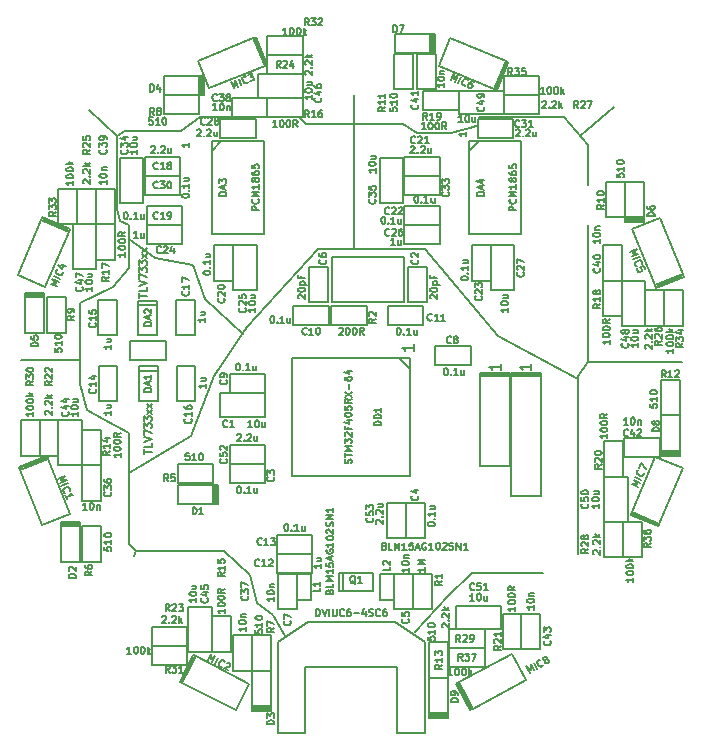
<source format=gto>
G04 #@! TF.FileFunction,Legend,Top*
%FSLAX46Y46*%
G04 Gerber Fmt 4.6, Leading zero omitted, Abs format (unit mm)*
G04 Created by KiCad (PCBNEW (2015-08-16 BZR 6097, Git b384c94)-product) date 22.08.2015 13:39:35*
%MOMM*%
G01*
G04 APERTURE LIST*
%ADD10C,0.150000*%
%ADD11C,0.200000*%
%ADD12C,0.149860*%
G04 APERTURE END LIST*
D10*
D11*
X133400000Y-99600000D02*
X131200000Y-98000000D01*
X136600000Y-100200000D02*
X133400000Y-99600000D01*
X137600000Y-103000000D02*
X136600000Y-100200000D01*
X140800000Y-106000000D02*
X137600000Y-103000000D01*
X150200000Y-88200000D02*
X150200000Y-98800000D01*
X136400000Y-114600000D02*
X131200000Y-117800000D01*
X138400000Y-109600000D02*
X136400000Y-114600000D01*
X162400000Y-106200000D02*
X169200000Y-109800000D01*
X156200000Y-98800000D02*
X162400000Y-106200000D01*
X155400000Y-98800000D02*
X156200000Y-98800000D01*
X141200000Y-105400000D02*
X138400000Y-109600000D01*
X147200000Y-98800000D02*
X141200000Y-105400000D01*
X155400000Y-98800000D02*
X147200000Y-98800000D01*
X172200000Y-86800000D02*
X169400000Y-89200000D01*
X160600000Y-88400000D02*
X160400000Y-88400000D01*
X158400000Y-89000000D02*
X160600000Y-88400000D01*
X168000000Y-87600000D02*
X170000000Y-90000000D01*
X160800000Y-87600000D02*
X168000000Y-87600000D01*
X155600000Y-89000000D02*
X158400000Y-89000000D01*
X154400000Y-88200000D02*
X155600000Y-89000000D01*
X150200000Y-88200000D02*
X154400000Y-88200000D01*
X150200000Y-88200000D02*
X150200000Y-85800000D01*
X146200000Y-88200000D02*
X150200000Y-88200000D01*
X145600000Y-87600000D02*
X146200000Y-88200000D01*
X142000000Y-87600000D02*
X145600000Y-87600000D01*
X137200000Y-87600000D02*
X142000000Y-87600000D01*
X135600000Y-88800000D02*
X137200000Y-87600000D01*
X130800000Y-88800000D02*
X135600000Y-88800000D01*
X130200000Y-89200000D02*
X130800000Y-88800000D01*
X130200000Y-89200000D02*
X127800000Y-87000000D01*
X130200000Y-95400000D02*
X130200000Y-89200000D01*
X130400000Y-96400000D02*
X130200000Y-95400000D01*
X131200000Y-96800000D02*
X130400000Y-96400000D01*
X131200000Y-100400000D02*
X131200000Y-96800000D01*
X129800000Y-102000000D02*
X131200000Y-100400000D01*
X127000000Y-103400000D02*
X129800000Y-102000000D01*
X127000000Y-108200000D02*
X127000000Y-103400000D01*
X127000000Y-108200000D02*
X122000000Y-108200000D01*
X127000000Y-110200000D02*
X127000000Y-108200000D01*
X127600000Y-112400000D02*
X127000000Y-110200000D01*
X129000000Y-113200000D02*
X127600000Y-112400000D01*
X131200000Y-114400000D02*
X129000000Y-113200000D01*
X131200000Y-123800000D02*
X131200000Y-114400000D01*
X131800000Y-124400000D02*
X131200000Y-123800000D01*
X131800000Y-124400000D02*
X131600000Y-124800000D01*
X139200000Y-124400000D02*
X131800000Y-124400000D01*
X141400000Y-126400000D02*
X139200000Y-124400000D01*
X142000000Y-128800000D02*
X141400000Y-126400000D01*
X143400000Y-129800000D02*
X142000000Y-128800000D01*
X144400000Y-131600000D02*
X143400000Y-129800000D01*
X160200000Y-126200000D02*
X166200000Y-126200000D01*
X158200000Y-128200000D02*
X160200000Y-126200000D01*
X155400000Y-131200000D02*
X158200000Y-128200000D01*
X169200000Y-109600000D02*
X169200000Y-124600000D01*
X170000000Y-108400000D02*
X169200000Y-109600000D01*
X170000000Y-90000000D02*
X170000000Y-93400000D01*
X170000000Y-108400000D02*
X170000000Y-96800000D01*
X178000000Y-108400000D02*
X170000000Y-108400000D01*
D10*
X142700000Y-113000000D02*
X138900000Y-113000000D01*
X138900000Y-113000000D02*
X138900000Y-111000000D01*
X138900000Y-111000000D02*
X142700000Y-111000000D01*
X142700000Y-111000000D02*
X142700000Y-113000000D01*
X155600000Y-100300000D02*
X156400000Y-100300000D01*
X156400000Y-100300000D02*
X156400000Y-103300000D01*
X156400000Y-103300000D02*
X154800000Y-103300000D01*
X154800000Y-103300000D02*
X154800000Y-100300000D01*
X154800000Y-100300000D02*
X155600000Y-100300000D01*
X142700000Y-117800000D02*
X142700000Y-118600000D01*
X142700000Y-118600000D02*
X139700000Y-118600000D01*
X139700000Y-118600000D02*
X139700000Y-117000000D01*
X139700000Y-117000000D02*
X142700000Y-117000000D01*
X142700000Y-117000000D02*
X142700000Y-117800000D01*
X155400000Y-120300000D02*
X156200000Y-120300000D01*
X156200000Y-120300000D02*
X156200000Y-123300000D01*
X156200000Y-123300000D02*
X154600000Y-123300000D01*
X154600000Y-123300000D02*
X154600000Y-120300000D01*
X154600000Y-120300000D02*
X155400000Y-120300000D01*
X154400000Y-129300000D02*
X153600000Y-129300000D01*
X153600000Y-129300000D02*
X153600000Y-126300000D01*
X153600000Y-126300000D02*
X155200000Y-126300000D01*
X155200000Y-126300000D02*
X155200000Y-129300000D01*
X155200000Y-129300000D02*
X154400000Y-129300000D01*
X147200000Y-103300000D02*
X146400000Y-103300000D01*
X146400000Y-103300000D02*
X146400000Y-100300000D01*
X146400000Y-100300000D02*
X148000000Y-100300000D01*
X148000000Y-100300000D02*
X148000000Y-103300000D01*
X148000000Y-103300000D02*
X147200000Y-103300000D01*
X144600000Y-126300000D02*
X145400000Y-126300000D01*
X145400000Y-126300000D02*
X145400000Y-129300000D01*
X145400000Y-129300000D02*
X143800000Y-129300000D01*
X143800000Y-129300000D02*
X143800000Y-126300000D01*
X143800000Y-126300000D02*
X144600000Y-126300000D01*
X157100000Y-107800000D02*
X157100000Y-107000000D01*
X157100000Y-107000000D02*
X160100000Y-107000000D01*
X160100000Y-107000000D02*
X160100000Y-108600000D01*
X160100000Y-108600000D02*
X157100000Y-108600000D01*
X157100000Y-108600000D02*
X157100000Y-107800000D01*
X142700000Y-110200000D02*
X142700000Y-111000000D01*
X142700000Y-111000000D02*
X139700000Y-111000000D01*
X139700000Y-111000000D02*
X139700000Y-109400000D01*
X139700000Y-109400000D02*
X142700000Y-109400000D01*
X142700000Y-109400000D02*
X142700000Y-110200000D01*
X148100000Y-104400000D02*
X148100000Y-105200000D01*
X148100000Y-105200000D02*
X145100000Y-105200000D01*
X145100000Y-105200000D02*
X145100000Y-103600000D01*
X145100000Y-103600000D02*
X148100000Y-103600000D01*
X148100000Y-103600000D02*
X148100000Y-104400000D01*
X153100000Y-104400000D02*
X153100000Y-103600000D01*
X153100000Y-103600000D02*
X156100000Y-103600000D01*
X156100000Y-103600000D02*
X156100000Y-105200000D01*
X156100000Y-105200000D02*
X153100000Y-105200000D01*
X153100000Y-105200000D02*
X153100000Y-104400000D01*
X143700000Y-125400000D02*
X143700000Y-124600000D01*
X143700000Y-124600000D02*
X146700000Y-124600000D01*
X146700000Y-124600000D02*
X146700000Y-126200000D01*
X146700000Y-126200000D02*
X143700000Y-126200000D01*
X143700000Y-126200000D02*
X143700000Y-125400000D01*
X143700000Y-123800000D02*
X143700000Y-123000000D01*
X143700000Y-123000000D02*
X146700000Y-123000000D01*
X146700000Y-123000000D02*
X146700000Y-124600000D01*
X146700000Y-124600000D02*
X143700000Y-124600000D01*
X143700000Y-124600000D02*
X143700000Y-123800000D01*
X129400000Y-111700000D02*
X128600000Y-111700000D01*
X128600000Y-111700000D02*
X128600000Y-108700000D01*
X128600000Y-108700000D02*
X130200000Y-108700000D01*
X130200000Y-108700000D02*
X130200000Y-111700000D01*
X130200000Y-111700000D02*
X129400000Y-111700000D01*
X129374000Y-106125000D02*
X128574000Y-106125000D01*
X128574000Y-106125000D02*
X128574000Y-103125000D01*
X128574000Y-103125000D02*
X130174000Y-103125000D01*
X130174000Y-103125000D02*
X130174000Y-106125000D01*
X130174000Y-106125000D02*
X129374000Y-106125000D01*
X136000000Y-111700000D02*
X135200000Y-111700000D01*
X135200000Y-111700000D02*
X135200000Y-108700000D01*
X135200000Y-108700000D02*
X136800000Y-108700000D01*
X136800000Y-108700000D02*
X136800000Y-111700000D01*
X136800000Y-111700000D02*
X136000000Y-111700000D01*
X135974000Y-106125000D02*
X135174000Y-106125000D01*
X135174000Y-106125000D02*
X135174000Y-103125000D01*
X135174000Y-103125000D02*
X136774000Y-103125000D01*
X136774000Y-103125000D02*
X136774000Y-106125000D01*
X136774000Y-106125000D02*
X135974000Y-106125000D01*
X135500000Y-91800000D02*
X135500000Y-92600000D01*
X135500000Y-92600000D02*
X132500000Y-92600000D01*
X132500000Y-92600000D02*
X132500000Y-91000000D01*
X132500000Y-91000000D02*
X135500000Y-91000000D01*
X135500000Y-91000000D02*
X135500000Y-91800000D01*
X135700000Y-96000000D02*
X135700000Y-96800000D01*
X135700000Y-96800000D02*
X132700000Y-96800000D01*
X132700000Y-96800000D02*
X132700000Y-95200000D01*
X132700000Y-95200000D02*
X135700000Y-95200000D01*
X135700000Y-95200000D02*
X135700000Y-96000000D01*
X139200000Y-98500000D02*
X140000000Y-98500000D01*
X140000000Y-98500000D02*
X140000000Y-101500000D01*
X140000000Y-101500000D02*
X138400000Y-101500000D01*
X138400000Y-101500000D02*
X138400000Y-98500000D01*
X138400000Y-98500000D02*
X139200000Y-98500000D01*
X157500000Y-91800000D02*
X157500000Y-92600000D01*
X157500000Y-92600000D02*
X154500000Y-92600000D01*
X154500000Y-92600000D02*
X154500000Y-91000000D01*
X154500000Y-91000000D02*
X157500000Y-91000000D01*
X157500000Y-91000000D02*
X157500000Y-91800000D01*
X157500000Y-96000000D02*
X157500000Y-96800000D01*
X157500000Y-96800000D02*
X154500000Y-96800000D01*
X154500000Y-96800000D02*
X154500000Y-95200000D01*
X154500000Y-95200000D02*
X157500000Y-95200000D01*
X157500000Y-95200000D02*
X157500000Y-96000000D01*
X161000000Y-98500000D02*
X161800000Y-98500000D01*
X161800000Y-98500000D02*
X161800000Y-101500000D01*
X161800000Y-101500000D02*
X160200000Y-101500000D01*
X160200000Y-101500000D02*
X160200000Y-98500000D01*
X160200000Y-98500000D02*
X161000000Y-98500000D01*
X135700000Y-97600000D02*
X135700000Y-98400000D01*
X135700000Y-98400000D02*
X132700000Y-98400000D01*
X132700000Y-98400000D02*
X132700000Y-96800000D01*
X132700000Y-96800000D02*
X135700000Y-96800000D01*
X135700000Y-96800000D02*
X135700000Y-97600000D01*
X142000000Y-98500000D02*
X142000000Y-102300000D01*
X142000000Y-102300000D02*
X140000000Y-102300000D01*
X140000000Y-102300000D02*
X140000000Y-98500000D01*
X140000000Y-98500000D02*
X142000000Y-98500000D01*
X157500000Y-97600000D02*
X157500000Y-98400000D01*
X157500000Y-98400000D02*
X154500000Y-98400000D01*
X154500000Y-98400000D02*
X154500000Y-96800000D01*
X154500000Y-96800000D02*
X157500000Y-96800000D01*
X157500000Y-96800000D02*
X157500000Y-97600000D01*
X163800000Y-98500000D02*
X163800000Y-102300000D01*
X163800000Y-102300000D02*
X161800000Y-102300000D01*
X161800000Y-102300000D02*
X161800000Y-98500000D01*
X161800000Y-98500000D02*
X163800000Y-98500000D01*
X138900000Y-88600000D02*
X138900000Y-87800000D01*
X138900000Y-87800000D02*
X141900000Y-87800000D01*
X141900000Y-87800000D02*
X141900000Y-89400000D01*
X141900000Y-89400000D02*
X138900000Y-89400000D01*
X138900000Y-89400000D02*
X138900000Y-88600000D01*
X135500000Y-93400000D02*
X135500000Y-94200000D01*
X135500000Y-94200000D02*
X132500000Y-94200000D01*
X132500000Y-94200000D02*
X132500000Y-92600000D01*
X132500000Y-92600000D02*
X135500000Y-92600000D01*
X135500000Y-92600000D02*
X135500000Y-93400000D01*
X160700000Y-88600000D02*
X160700000Y-87800000D01*
X160700000Y-87800000D02*
X163700000Y-87800000D01*
X163700000Y-87800000D02*
X163700000Y-89400000D01*
X163700000Y-89400000D02*
X160700000Y-89400000D01*
X160700000Y-89400000D02*
X160700000Y-88600000D01*
X157500000Y-93400000D02*
X157500000Y-94200000D01*
X157500000Y-94200000D02*
X154500000Y-94200000D01*
X154500000Y-94200000D02*
X154500000Y-92600000D01*
X154500000Y-92600000D02*
X157500000Y-92600000D01*
X157500000Y-92600000D02*
X157500000Y-93400000D01*
X130400000Y-94900000D02*
X130400000Y-91100000D01*
X130400000Y-91100000D02*
X132400000Y-91100000D01*
X132400000Y-91100000D02*
X132400000Y-94900000D01*
X132400000Y-94900000D02*
X130400000Y-94900000D01*
X152400000Y-94900000D02*
X152400000Y-91100000D01*
X152400000Y-91100000D02*
X154400000Y-91100000D01*
X154400000Y-91100000D02*
X154400000Y-94900000D01*
X154400000Y-94900000D02*
X152400000Y-94900000D01*
X128000000Y-117100000D02*
X128800000Y-117100000D01*
X128800000Y-117100000D02*
X128800000Y-120100000D01*
X128800000Y-120100000D02*
X127200000Y-120100000D01*
X127200000Y-120100000D02*
X127200000Y-117100000D01*
X127200000Y-117100000D02*
X128000000Y-117100000D01*
X140800000Y-131500000D02*
X141600000Y-131500000D01*
X141600000Y-131500000D02*
X141600000Y-134500000D01*
X141600000Y-134500000D02*
X140000000Y-134500000D01*
X140000000Y-134500000D02*
X140000000Y-131500000D01*
X140000000Y-131500000D02*
X140800000Y-131500000D01*
X142900000Y-86800000D02*
X142900000Y-87600000D01*
X142900000Y-87600000D02*
X139900000Y-87600000D01*
X139900000Y-87600000D02*
X139900000Y-86000000D01*
X139900000Y-86000000D02*
X142900000Y-86000000D01*
X142900000Y-86000000D02*
X142900000Y-86800000D01*
X129200000Y-96700000D02*
X128400000Y-96700000D01*
X128400000Y-96700000D02*
X128400000Y-93700000D01*
X128400000Y-93700000D02*
X130000000Y-93700000D01*
X130000000Y-93700000D02*
X130000000Y-96700000D01*
X130000000Y-96700000D02*
X129200000Y-96700000D01*
X172073400Y-101500000D02*
X171273400Y-101500000D01*
X171273400Y-101500000D02*
X171273400Y-98500000D01*
X171273400Y-98500000D02*
X172873400Y-98500000D01*
X172873400Y-98500000D02*
X172873400Y-101500000D01*
X172873400Y-101500000D02*
X172073400Y-101500000D01*
X156400000Y-85300000D02*
X155600000Y-85300000D01*
X155600000Y-85300000D02*
X155600000Y-82300000D01*
X155600000Y-82300000D02*
X157200000Y-82300000D01*
X157200000Y-82300000D02*
X157200000Y-85300000D01*
X157200000Y-85300000D02*
X156400000Y-85300000D01*
X173100000Y-115600000D02*
X173100000Y-114800000D01*
X173100000Y-114800000D02*
X176100000Y-114800000D01*
X176100000Y-114800000D02*
X176100000Y-116400000D01*
X176100000Y-116400000D02*
X173100000Y-116400000D01*
X173100000Y-116400000D02*
X173100000Y-115600000D01*
X165200000Y-129700000D02*
X166000000Y-129700000D01*
X166000000Y-129700000D02*
X166000000Y-132700000D01*
X166000000Y-132700000D02*
X164400000Y-132700000D01*
X164400000Y-132700000D02*
X164400000Y-129700000D01*
X164400000Y-129700000D02*
X165200000Y-129700000D01*
X127200000Y-113300000D02*
X127200000Y-117100000D01*
X127200000Y-117100000D02*
X125200000Y-117100000D01*
X125200000Y-117100000D02*
X125200000Y-113300000D01*
X125200000Y-113300000D02*
X127200000Y-113300000D01*
X138200000Y-129100000D02*
X138200000Y-132900000D01*
X138200000Y-132900000D02*
X136200000Y-132900000D01*
X136200000Y-132900000D02*
X136200000Y-129100000D01*
X136200000Y-129100000D02*
X138200000Y-129100000D01*
X145900000Y-86000000D02*
X142100000Y-86000000D01*
X142100000Y-86000000D02*
X142100000Y-84000000D01*
X142100000Y-84000000D02*
X145900000Y-84000000D01*
X145900000Y-84000000D02*
X145900000Y-86000000D01*
X126400000Y-100500000D02*
X126400000Y-96700000D01*
X126400000Y-96700000D02*
X128400000Y-96700000D01*
X128400000Y-96700000D02*
X128400000Y-100500000D01*
X128400000Y-100500000D02*
X126400000Y-100500000D01*
X172873400Y-105300000D02*
X172873400Y-101500000D01*
X172873400Y-101500000D02*
X174873400Y-101500000D01*
X174873400Y-101500000D02*
X174873400Y-105300000D01*
X174873400Y-105300000D02*
X172873400Y-105300000D01*
X159100000Y-85400000D02*
X162900000Y-85400000D01*
X162900000Y-85400000D02*
X162900000Y-87400000D01*
X162900000Y-87400000D02*
X159100000Y-87400000D01*
X159100000Y-87400000D02*
X159100000Y-85400000D01*
X173400000Y-118100000D02*
X173400000Y-121900000D01*
X173400000Y-121900000D02*
X171400000Y-121900000D01*
X171400000Y-121900000D02*
X171400000Y-118100000D01*
X171400000Y-118100000D02*
X173400000Y-118100000D01*
X162700000Y-131000000D02*
X158900000Y-131000000D01*
X158900000Y-131000000D02*
X158900000Y-129000000D01*
X158900000Y-129000000D02*
X162700000Y-129000000D01*
X162700000Y-129000000D02*
X162700000Y-131000000D01*
X139700000Y-116200000D02*
X139700000Y-115400000D01*
X139700000Y-115400000D02*
X142700000Y-115400000D01*
X142700000Y-115400000D02*
X142700000Y-117000000D01*
X142700000Y-117000000D02*
X139700000Y-117000000D01*
X139700000Y-117000000D02*
X139700000Y-116200000D01*
X153800000Y-123300000D02*
X153000000Y-123300000D01*
X153000000Y-123300000D02*
X153000000Y-120300000D01*
X153000000Y-120300000D02*
X154600000Y-120300000D01*
X154600000Y-120300000D02*
X154600000Y-123300000D01*
X154600000Y-123300000D02*
X153800000Y-123300000D01*
X138500000Y-118800000D02*
X138700000Y-118800000D01*
X138700000Y-118800000D02*
X138700000Y-120400000D01*
X138700000Y-120400000D02*
X138500000Y-120400000D01*
X138300000Y-118800000D02*
X138450000Y-118800000D01*
X138450000Y-118800000D02*
X138450000Y-120400000D01*
X138450000Y-120400000D02*
X138300000Y-120400000D01*
X138300000Y-120400000D02*
X138550000Y-120400000D01*
X138550000Y-120400000D02*
X138550000Y-118800000D01*
X138550000Y-118800000D02*
X138450000Y-118800000D01*
X135300000Y-119600000D02*
X135300000Y-118800000D01*
X135300000Y-118800000D02*
X138300000Y-118800000D01*
X138300000Y-118800000D02*
X138300000Y-120400000D01*
X138300000Y-120400000D02*
X135300000Y-120400000D01*
X135300000Y-120400000D02*
X135300000Y-119500000D01*
X125400000Y-122100000D02*
X125400000Y-121900000D01*
X125400000Y-121900000D02*
X127000000Y-121900000D01*
X127000000Y-121900000D02*
X127000000Y-122100000D01*
X125400000Y-122300000D02*
X125400000Y-122150000D01*
X125400000Y-122150000D02*
X127000000Y-122150000D01*
X127000000Y-122150000D02*
X127000000Y-122300000D01*
X127000000Y-122300000D02*
X127000000Y-122050000D01*
X127000000Y-122050000D02*
X125400000Y-122050000D01*
X125400000Y-122050000D02*
X125400000Y-122150000D01*
X126200000Y-125300000D02*
X125400000Y-125300000D01*
X125400000Y-125300000D02*
X125400000Y-122300000D01*
X125400000Y-122300000D02*
X127000000Y-122300000D01*
X127000000Y-122300000D02*
X127000000Y-125300000D01*
X127000000Y-125300000D02*
X126100000Y-125300000D01*
X143200000Y-137700000D02*
X143200000Y-137900000D01*
X143200000Y-137900000D02*
X141600000Y-137900000D01*
X141600000Y-137900000D02*
X141600000Y-137700000D01*
X143200000Y-137500000D02*
X143200000Y-137650000D01*
X143200000Y-137650000D02*
X141600000Y-137650000D01*
X141600000Y-137650000D02*
X141600000Y-137500000D01*
X141600000Y-137500000D02*
X141600000Y-137750000D01*
X141600000Y-137750000D02*
X143200000Y-137750000D01*
X143200000Y-137750000D02*
X143200000Y-137650000D01*
X142400000Y-134500000D02*
X143200000Y-134500000D01*
X143200000Y-134500000D02*
X143200000Y-137500000D01*
X143200000Y-137500000D02*
X141600000Y-137500000D01*
X141600000Y-137500000D02*
X141600000Y-134500000D01*
X141600000Y-134500000D02*
X142500000Y-134500000D01*
X137300000Y-84200000D02*
X137500000Y-84200000D01*
X137500000Y-84200000D02*
X137500000Y-85800000D01*
X137500000Y-85800000D02*
X137300000Y-85800000D01*
X137100000Y-84200000D02*
X137250000Y-84200000D01*
X137250000Y-84200000D02*
X137250000Y-85800000D01*
X137250000Y-85800000D02*
X137100000Y-85800000D01*
X137100000Y-85800000D02*
X137350000Y-85800000D01*
X137350000Y-85800000D02*
X137350000Y-84200000D01*
X137350000Y-84200000D02*
X137250000Y-84200000D01*
X134100000Y-85000000D02*
X134100000Y-84200000D01*
X134100000Y-84200000D02*
X137100000Y-84200000D01*
X137100000Y-84200000D02*
X137100000Y-85800000D01*
X137100000Y-85800000D02*
X134100000Y-85800000D01*
X134100000Y-85800000D02*
X134100000Y-84900000D01*
X122400000Y-102700000D02*
X122400000Y-102500000D01*
X122400000Y-102500000D02*
X124000000Y-102500000D01*
X124000000Y-102500000D02*
X124000000Y-102700000D01*
X122400000Y-102900000D02*
X122400000Y-102750000D01*
X122400000Y-102750000D02*
X124000000Y-102750000D01*
X124000000Y-102750000D02*
X124000000Y-102900000D01*
X124000000Y-102900000D02*
X124000000Y-102650000D01*
X124000000Y-102650000D02*
X122400000Y-102650000D01*
X122400000Y-102650000D02*
X122400000Y-102750000D01*
X123200000Y-105900000D02*
X122400000Y-105900000D01*
X122400000Y-105900000D02*
X122400000Y-102900000D01*
X122400000Y-102900000D02*
X124000000Y-102900000D01*
X124000000Y-102900000D02*
X124000000Y-105900000D01*
X124000000Y-105900000D02*
X123100000Y-105900000D01*
X174800000Y-96300000D02*
X174800000Y-96500000D01*
X174800000Y-96500000D02*
X173200000Y-96500000D01*
X173200000Y-96500000D02*
X173200000Y-96300000D01*
X174800000Y-96100000D02*
X174800000Y-96250000D01*
X174800000Y-96250000D02*
X173200000Y-96250000D01*
X173200000Y-96250000D02*
X173200000Y-96100000D01*
X173200000Y-96100000D02*
X173200000Y-96350000D01*
X173200000Y-96350000D02*
X174800000Y-96350000D01*
X174800000Y-96350000D02*
X174800000Y-96250000D01*
X174000000Y-93100000D02*
X174800000Y-93100000D01*
X174800000Y-93100000D02*
X174800000Y-96100000D01*
X174800000Y-96100000D02*
X173200000Y-96100000D01*
X173200000Y-96100000D02*
X173200000Y-93100000D01*
X173200000Y-93100000D02*
X174100000Y-93100000D01*
X156900000Y-80600000D02*
X157100000Y-80600000D01*
X157100000Y-80600000D02*
X157100000Y-82200000D01*
X157100000Y-82200000D02*
X156900000Y-82200000D01*
X156700000Y-80600000D02*
X156850000Y-80600000D01*
X156850000Y-80600000D02*
X156850000Y-82200000D01*
X156850000Y-82200000D02*
X156700000Y-82200000D01*
X156700000Y-82200000D02*
X156950000Y-82200000D01*
X156950000Y-82200000D02*
X156950000Y-80600000D01*
X156950000Y-80600000D02*
X156850000Y-80600000D01*
X153700000Y-81400000D02*
X153700000Y-80600000D01*
X153700000Y-80600000D02*
X156700000Y-80600000D01*
X156700000Y-80600000D02*
X156700000Y-82200000D01*
X156700000Y-82200000D02*
X153700000Y-82200000D01*
X153700000Y-82200000D02*
X153700000Y-81300000D01*
X177800000Y-116100000D02*
X177800000Y-116300000D01*
X177800000Y-116300000D02*
X176200000Y-116300000D01*
X176200000Y-116300000D02*
X176200000Y-116100000D01*
X177800000Y-115900000D02*
X177800000Y-116050000D01*
X177800000Y-116050000D02*
X176200000Y-116050000D01*
X176200000Y-116050000D02*
X176200000Y-115900000D01*
X176200000Y-115900000D02*
X176200000Y-116150000D01*
X176200000Y-116150000D02*
X177800000Y-116150000D01*
X177800000Y-116150000D02*
X177800000Y-116050000D01*
X177000000Y-112900000D02*
X177800000Y-112900000D01*
X177800000Y-112900000D02*
X177800000Y-115900000D01*
X177800000Y-115900000D02*
X176200000Y-115900000D01*
X176200000Y-115900000D02*
X176200000Y-112900000D01*
X176200000Y-112900000D02*
X177100000Y-112900000D01*
X158200000Y-138300000D02*
X158200000Y-138500000D01*
X158200000Y-138500000D02*
X156600000Y-138500000D01*
X156600000Y-138500000D02*
X156600000Y-138300000D01*
X158200000Y-138100000D02*
X158200000Y-138250000D01*
X158200000Y-138250000D02*
X156600000Y-138250000D01*
X156600000Y-138250000D02*
X156600000Y-138100000D01*
X156600000Y-138100000D02*
X156600000Y-138350000D01*
X156600000Y-138350000D02*
X158200000Y-138350000D01*
X158200000Y-138350000D02*
X158200000Y-138250000D01*
X157400000Y-135100000D02*
X158200000Y-135100000D01*
X158200000Y-135100000D02*
X158200000Y-138100000D01*
X158200000Y-138100000D02*
X156600000Y-138100000D01*
X156600000Y-138100000D02*
X156600000Y-135100000D01*
X156600000Y-135100000D02*
X157500000Y-135100000D01*
X132000000Y-109100000D02*
X133600000Y-109100000D01*
D12*
X131999900Y-108749660D02*
X133600100Y-108749660D01*
X133600100Y-108749660D02*
X133600100Y-111650340D01*
X133600100Y-111650340D02*
X131999900Y-111650340D01*
X131999900Y-111650340D02*
X131999900Y-108749660D01*
D10*
X131974000Y-103525000D02*
X133574000Y-103525000D01*
D12*
X131973900Y-103174660D02*
X133574100Y-103174660D01*
X133574100Y-103174660D02*
X133574100Y-106075340D01*
X133574100Y-106075340D02*
X131973900Y-106075340D01*
X131973900Y-106075340D02*
X131973900Y-103174660D01*
X154000500Y-107998740D02*
X155001260Y-108999500D01*
X155001260Y-107998740D02*
X155001260Y-118001260D01*
X155001260Y-118001260D02*
X144998740Y-118001260D01*
X144998740Y-118001260D02*
X144998740Y-107998740D01*
X144998740Y-107998740D02*
X155001260Y-107998740D01*
D10*
X131300000Y-107400000D02*
X131300000Y-106600000D01*
X131300000Y-106600000D02*
X134300000Y-106600000D01*
X134300000Y-106600000D02*
X134300000Y-108200000D01*
X134300000Y-108200000D02*
X131300000Y-108200000D01*
X131300000Y-108200000D02*
X131300000Y-107400000D01*
X146600000Y-127400000D02*
X146600000Y-128500000D01*
X146600000Y-128500000D02*
X145400000Y-128500000D01*
X145400000Y-128500000D02*
X145400000Y-126300000D01*
X145400000Y-126300000D02*
X146600000Y-126300000D01*
X146600000Y-126300000D02*
X146600000Y-127400000D01*
X153600000Y-127400000D02*
X153600000Y-128500000D01*
X153600000Y-128500000D02*
X152400000Y-128500000D01*
X152400000Y-128500000D02*
X152400000Y-126300000D01*
X152400000Y-126300000D02*
X153600000Y-126300000D01*
X153600000Y-126300000D02*
X153600000Y-127400000D01*
X149300000Y-127800000D02*
X149300000Y-126200000D01*
D12*
X148949660Y-127800100D02*
X148949660Y-126199900D01*
X148949660Y-126199900D02*
X151850340Y-126199900D01*
X151850340Y-126199900D02*
X151850340Y-127800100D01*
X151850340Y-127800100D02*
X148949660Y-127800100D01*
D10*
X156000000Y-129300000D02*
X155200000Y-129300000D01*
X155200000Y-129300000D02*
X155200000Y-126300000D01*
X155200000Y-126300000D02*
X156800000Y-126300000D01*
X156800000Y-126300000D02*
X156800000Y-129300000D01*
X156800000Y-129300000D02*
X156000000Y-129300000D01*
X151300000Y-104400000D02*
X151300000Y-105200000D01*
X151300000Y-105200000D02*
X148300000Y-105200000D01*
X148300000Y-105200000D02*
X148300000Y-103600000D01*
X148300000Y-103600000D02*
X151300000Y-103600000D01*
X151300000Y-103600000D02*
X151300000Y-104400000D01*
X138300000Y-117800000D02*
X138300000Y-118600000D01*
X138300000Y-118600000D02*
X135300000Y-118600000D01*
X135300000Y-118600000D02*
X135300000Y-117000000D01*
X135300000Y-117000000D02*
X138300000Y-117000000D01*
X138300000Y-117000000D02*
X138300000Y-117800000D01*
X128000000Y-122300000D02*
X128800000Y-122300000D01*
X128800000Y-122300000D02*
X128800000Y-125300000D01*
X128800000Y-125300000D02*
X127200000Y-125300000D01*
X127200000Y-125300000D02*
X127200000Y-122300000D01*
X127200000Y-122300000D02*
X128000000Y-122300000D01*
X142400000Y-131500000D02*
X143200000Y-131500000D01*
X143200000Y-131500000D02*
X143200000Y-134500000D01*
X143200000Y-134500000D02*
X141600000Y-134500000D01*
X141600000Y-134500000D02*
X141600000Y-131500000D01*
X141600000Y-131500000D02*
X142400000Y-131500000D01*
X137100000Y-86600000D02*
X137100000Y-87400000D01*
X137100000Y-87400000D02*
X134100000Y-87400000D01*
X134100000Y-87400000D02*
X134100000Y-85800000D01*
X134100000Y-85800000D02*
X137100000Y-85800000D01*
X137100000Y-85800000D02*
X137100000Y-86600000D01*
X125000000Y-102900000D02*
X125800000Y-102900000D01*
X125800000Y-102900000D02*
X125800000Y-105900000D01*
X125800000Y-105900000D02*
X124200000Y-105900000D01*
X124200000Y-105900000D02*
X124200000Y-102900000D01*
X124200000Y-102900000D02*
X125000000Y-102900000D01*
X172400000Y-96100000D02*
X171600000Y-96100000D01*
X171600000Y-96100000D02*
X171600000Y-93100000D01*
X171600000Y-93100000D02*
X173200000Y-93100000D01*
X173200000Y-93100000D02*
X173200000Y-96100000D01*
X173200000Y-96100000D02*
X172400000Y-96100000D01*
X154400000Y-85300000D02*
X153600000Y-85300000D01*
X153600000Y-85300000D02*
X153600000Y-82300000D01*
X153600000Y-82300000D02*
X155200000Y-82300000D01*
X155200000Y-82300000D02*
X155200000Y-85300000D01*
X155200000Y-85300000D02*
X154400000Y-85300000D01*
X177000000Y-109900000D02*
X177800000Y-109900000D01*
X177800000Y-109900000D02*
X177800000Y-112900000D01*
X177800000Y-112900000D02*
X176200000Y-112900000D01*
X176200000Y-112900000D02*
X176200000Y-109900000D01*
X176200000Y-109900000D02*
X177000000Y-109900000D01*
X157400000Y-132100000D02*
X158200000Y-132100000D01*
X158200000Y-132100000D02*
X158200000Y-135100000D01*
X158200000Y-135100000D02*
X156600000Y-135100000D01*
X156600000Y-135100000D02*
X156600000Y-132100000D01*
X156600000Y-132100000D02*
X157400000Y-132100000D01*
X128000000Y-114100000D02*
X128800000Y-114100000D01*
X128800000Y-114100000D02*
X128800000Y-117100000D01*
X128800000Y-117100000D02*
X127200000Y-117100000D01*
X127200000Y-117100000D02*
X127200000Y-114100000D01*
X127200000Y-114100000D02*
X128000000Y-114100000D01*
X139000000Y-129900000D02*
X139800000Y-129900000D01*
X139800000Y-129900000D02*
X139800000Y-132900000D01*
X139800000Y-132900000D02*
X138200000Y-132900000D01*
X138200000Y-132900000D02*
X138200000Y-129900000D01*
X138200000Y-129900000D02*
X139000000Y-129900000D01*
X145900000Y-86800000D02*
X145900000Y-87600000D01*
X145900000Y-87600000D02*
X142900000Y-87600000D01*
X142900000Y-87600000D02*
X142900000Y-86000000D01*
X142900000Y-86000000D02*
X145900000Y-86000000D01*
X145900000Y-86000000D02*
X145900000Y-86800000D01*
X129200000Y-99700000D02*
X128400000Y-99700000D01*
X128400000Y-99700000D02*
X128400000Y-96700000D01*
X128400000Y-96700000D02*
X130000000Y-96700000D01*
X130000000Y-96700000D02*
X130000000Y-99700000D01*
X130000000Y-99700000D02*
X129200000Y-99700000D01*
X172073400Y-104500000D02*
X171273400Y-104500000D01*
X171273400Y-104500000D02*
X171273400Y-101500000D01*
X171273400Y-101500000D02*
X172873400Y-101500000D01*
X172873400Y-101500000D02*
X172873400Y-104500000D01*
X172873400Y-104500000D02*
X172073400Y-104500000D01*
X159100000Y-86200000D02*
X159100000Y-87000000D01*
X159100000Y-87000000D02*
X156100000Y-87000000D01*
X156100000Y-87000000D02*
X156100000Y-85400000D01*
X156100000Y-85400000D02*
X159100000Y-85400000D01*
X159100000Y-85400000D02*
X159100000Y-86200000D01*
X172200000Y-118100000D02*
X171400000Y-118100000D01*
X171400000Y-118100000D02*
X171400000Y-115100000D01*
X171400000Y-115100000D02*
X173000000Y-115100000D01*
X173000000Y-115100000D02*
X173000000Y-118100000D01*
X173000000Y-118100000D02*
X172200000Y-118100000D01*
X163600000Y-132700000D02*
X162800000Y-132700000D01*
X162800000Y-132700000D02*
X162800000Y-129700000D01*
X162800000Y-129700000D02*
X164400000Y-129700000D01*
X164400000Y-129700000D02*
X164400000Y-132700000D01*
X164400000Y-132700000D02*
X163600000Y-132700000D01*
X124400000Y-116300000D02*
X123600000Y-116300000D01*
X123600000Y-116300000D02*
X123600000Y-113300000D01*
X123600000Y-113300000D02*
X125200000Y-113300000D01*
X125200000Y-113300000D02*
X125200000Y-116300000D01*
X125200000Y-116300000D02*
X124400000Y-116300000D01*
X136100000Y-131600000D02*
X136100000Y-132400000D01*
X136100000Y-132400000D02*
X133100000Y-132400000D01*
X133100000Y-132400000D02*
X133100000Y-130800000D01*
X133100000Y-130800000D02*
X136100000Y-130800000D01*
X136100000Y-130800000D02*
X136100000Y-131600000D01*
X142900000Y-83200000D02*
X142900000Y-82400000D01*
X142900000Y-82400000D02*
X145900000Y-82400000D01*
X145900000Y-82400000D02*
X145900000Y-84000000D01*
X145900000Y-84000000D02*
X142900000Y-84000000D01*
X142900000Y-84000000D02*
X142900000Y-83200000D01*
X127600000Y-96700000D02*
X126800000Y-96700000D01*
X126800000Y-96700000D02*
X126800000Y-93700000D01*
X126800000Y-93700000D02*
X128400000Y-93700000D01*
X128400000Y-93700000D02*
X128400000Y-96700000D01*
X128400000Y-96700000D02*
X127600000Y-96700000D01*
X175673400Y-102300000D02*
X176473400Y-102300000D01*
X176473400Y-102300000D02*
X176473400Y-105300000D01*
X176473400Y-105300000D02*
X174873400Y-105300000D01*
X174873400Y-105300000D02*
X174873400Y-102300000D01*
X174873400Y-102300000D02*
X175673400Y-102300000D01*
X162900000Y-86600000D02*
X162900000Y-85800000D01*
X162900000Y-85800000D02*
X165900000Y-85800000D01*
X165900000Y-85800000D02*
X165900000Y-87400000D01*
X165900000Y-87400000D02*
X162900000Y-87400000D01*
X162900000Y-87400000D02*
X162900000Y-86600000D01*
X172200000Y-121900000D02*
X173000000Y-121900000D01*
X173000000Y-121900000D02*
X173000000Y-124900000D01*
X173000000Y-124900000D02*
X171400000Y-124900000D01*
X171400000Y-124900000D02*
X171400000Y-121900000D01*
X171400000Y-121900000D02*
X172200000Y-121900000D01*
X158300000Y-131800000D02*
X158300000Y-131000000D01*
X158300000Y-131000000D02*
X161300000Y-131000000D01*
X161300000Y-131000000D02*
X161300000Y-132600000D01*
X161300000Y-132600000D02*
X158300000Y-132600000D01*
X158300000Y-132600000D02*
X158300000Y-131800000D01*
X122800000Y-116300000D02*
X122000000Y-116300000D01*
X122000000Y-116300000D02*
X122000000Y-113300000D01*
X122000000Y-113300000D02*
X123600000Y-113300000D01*
X123600000Y-113300000D02*
X123600000Y-116300000D01*
X123600000Y-116300000D02*
X122800000Y-116300000D01*
X136100000Y-133200000D02*
X136100000Y-134000000D01*
X136100000Y-134000000D02*
X133100000Y-134000000D01*
X133100000Y-134000000D02*
X133100000Y-132400000D01*
X133100000Y-132400000D02*
X136100000Y-132400000D01*
X136100000Y-132400000D02*
X136100000Y-133200000D01*
X142900000Y-81600000D02*
X142900000Y-80800000D01*
X142900000Y-80800000D02*
X145900000Y-80800000D01*
X145900000Y-80800000D02*
X145900000Y-82400000D01*
X145900000Y-82400000D02*
X142900000Y-82400000D01*
X142900000Y-82400000D02*
X142900000Y-81600000D01*
X126000000Y-96700000D02*
X125200000Y-96700000D01*
X125200000Y-96700000D02*
X125200000Y-93700000D01*
X125200000Y-93700000D02*
X126800000Y-93700000D01*
X126800000Y-93700000D02*
X126800000Y-96700000D01*
X126800000Y-96700000D02*
X126000000Y-96700000D01*
X177273400Y-102300000D02*
X178073400Y-102300000D01*
X178073400Y-102300000D02*
X178073400Y-105300000D01*
X178073400Y-105300000D02*
X176473400Y-105300000D01*
X176473400Y-105300000D02*
X176473400Y-102300000D01*
X176473400Y-102300000D02*
X177273400Y-102300000D01*
X162900000Y-85000000D02*
X162900000Y-84200000D01*
X162900000Y-84200000D02*
X165900000Y-84200000D01*
X165900000Y-84200000D02*
X165900000Y-85800000D01*
X165900000Y-85800000D02*
X162900000Y-85800000D01*
X162900000Y-85800000D02*
X162900000Y-85000000D01*
X173800000Y-121900000D02*
X174600000Y-121900000D01*
X174600000Y-121900000D02*
X174600000Y-124900000D01*
X174600000Y-124900000D02*
X173000000Y-124900000D01*
X173000000Y-124900000D02*
X173000000Y-121900000D01*
X173000000Y-121900000D02*
X173800000Y-121900000D01*
X158300000Y-133400000D02*
X158300000Y-132600000D01*
X158300000Y-132600000D02*
X161300000Y-132600000D01*
X161300000Y-132600000D02*
X161300000Y-134200000D01*
X161300000Y-134200000D02*
X158300000Y-134200000D01*
X158300000Y-134200000D02*
X158300000Y-133400000D01*
X160930000Y-109530000D02*
X160930000Y-117150000D01*
X163470000Y-109530000D02*
X163470000Y-117150000D01*
X160930000Y-109530000D02*
X160930000Y-109276000D01*
X160930000Y-109276000D02*
X163470000Y-109276000D01*
X163470000Y-109276000D02*
X163470000Y-109530000D01*
X163470000Y-109530000D02*
X163470000Y-109403000D01*
X163470000Y-109403000D02*
X160930000Y-109403000D01*
X163470000Y-117150000D02*
X160930000Y-117150000D01*
X160930000Y-109530000D02*
X163470000Y-109530000D01*
X146100000Y-139800000D02*
X143800000Y-139800000D01*
X143800000Y-139800000D02*
X143800000Y-132100000D01*
X143800000Y-132100000D02*
X146300000Y-130400000D01*
X146300000Y-130400000D02*
X153700000Y-130400000D01*
X153700000Y-130400000D02*
X156200000Y-132100000D01*
X156200000Y-132100000D02*
X156200000Y-139800000D01*
X156200000Y-139800000D02*
X153900000Y-139800000D01*
X146100000Y-139800000D02*
X146100000Y-134200000D01*
X146100000Y-134200000D02*
X153900000Y-134200000D01*
X153900000Y-134200000D02*
X153900000Y-139800000D01*
X163530000Y-109530000D02*
X163530000Y-109276000D01*
X163530000Y-109276000D02*
X166070000Y-109276000D01*
X166070000Y-109276000D02*
X166070000Y-109530000D01*
X166070000Y-109530000D02*
X166070000Y-109403000D01*
X166070000Y-109403000D02*
X163530000Y-109403000D01*
X166070000Y-109530000D02*
X166070000Y-119690000D01*
X166070000Y-119690000D02*
X163530000Y-119690000D01*
X163530000Y-119690000D02*
X163530000Y-109530000D01*
X163530000Y-109530000D02*
X166070000Y-109530000D01*
X151400000Y-103305000D02*
X148352000Y-103305000D01*
X148352000Y-103305000D02*
X148352000Y-99495000D01*
X148352000Y-99495000D02*
X154448000Y-99495000D01*
X154448000Y-99495000D02*
X154448000Y-103305000D01*
X154448000Y-103305000D02*
X151400000Y-103305000D01*
X139000000Y-89700000D02*
X138200000Y-90500000D01*
X140400000Y-89700000D02*
X142600000Y-89700000D01*
X142600000Y-89700000D02*
X142600000Y-97500000D01*
X142600000Y-97500000D02*
X138200000Y-97500000D01*
X138200000Y-97500000D02*
X138200000Y-89700000D01*
X138200000Y-89700000D02*
X140400000Y-89700000D01*
X160800000Y-89700000D02*
X160000000Y-90500000D01*
X162200000Y-89700000D02*
X164400000Y-89700000D01*
X164400000Y-89700000D02*
X164400000Y-97500000D01*
X164400000Y-97500000D02*
X160000000Y-97500000D01*
X160000000Y-97500000D02*
X160000000Y-89700000D01*
X160000000Y-89700000D02*
X162200000Y-89700000D01*
X123849728Y-122208321D02*
X121946726Y-117498227D01*
X126204775Y-121256820D02*
X124301773Y-116546726D01*
X121899151Y-117380475D02*
X121946726Y-117498227D01*
X124301773Y-116546726D02*
X124206623Y-116311221D01*
X124206623Y-116311221D02*
X121851576Y-117262722D01*
X121851576Y-117262722D02*
X121899151Y-117380475D01*
X121899151Y-117380475D02*
X124136446Y-116476549D01*
X126204775Y-121256820D02*
X123849728Y-122208321D01*
X121946726Y-117498227D02*
X124301773Y-116546726D01*
X140218167Y-137861282D02*
X135691854Y-135555010D01*
X141371303Y-135598126D02*
X136844990Y-133291854D01*
X135578696Y-135497354D02*
X135691854Y-135555010D01*
X136844990Y-133291854D02*
X136618674Y-133176540D01*
X136618674Y-133176540D02*
X135465538Y-135439697D01*
X135465538Y-135439697D02*
X135578696Y-135497354D01*
X135578696Y-135497354D02*
X136674175Y-133347355D01*
X141371303Y-135598126D02*
X140218167Y-137861282D01*
X135691854Y-135555010D02*
X136844990Y-133291854D01*
X136991679Y-82849728D02*
X141701773Y-80946726D01*
X137943180Y-85204775D02*
X142653274Y-83301773D01*
X141819525Y-80899151D02*
X141701773Y-80946726D01*
X142653274Y-83301773D02*
X142888779Y-83206623D01*
X142888779Y-83206623D02*
X141937278Y-80851576D01*
X141937278Y-80851576D02*
X141819525Y-80899151D01*
X141819525Y-80899151D02*
X142723451Y-83136446D01*
X137943180Y-85204775D02*
X136991679Y-82849728D01*
X141701773Y-80946726D02*
X142653274Y-83301773D01*
X121742273Y-101010895D02*
X123727187Y-96334730D01*
X124080356Y-102003352D02*
X126065270Y-97327187D01*
X123776810Y-96217826D02*
X123727187Y-96334730D01*
X126065270Y-97327187D02*
X126164515Y-97093379D01*
X126164515Y-97093379D02*
X123826433Y-96100922D01*
X123826433Y-96100922D02*
X123776810Y-96217826D01*
X123776810Y-96217826D02*
X125997988Y-97160660D01*
X124080356Y-102003352D02*
X121742273Y-101010895D01*
X123727187Y-96334730D02*
X126065270Y-97327187D01*
X176150272Y-96191679D02*
X178053274Y-100901773D01*
X173795225Y-97143180D02*
X175698227Y-101853274D01*
X178100849Y-101019525D02*
X178053274Y-100901773D01*
X175698227Y-101853274D02*
X175793377Y-102088779D01*
X175793377Y-102088779D02*
X178148424Y-101137278D01*
X178148424Y-101137278D02*
X178100849Y-101019525D01*
X178100849Y-101019525D02*
X175863554Y-101923451D01*
X173795225Y-97143180D02*
X176150272Y-96191679D01*
X178053274Y-100901773D02*
X175698227Y-101853274D01*
X158389105Y-80942273D02*
X163065270Y-82927187D01*
X157396648Y-83280356D02*
X162072813Y-85265270D01*
X163182174Y-82976810D02*
X163065270Y-82927187D01*
X162072813Y-85265270D02*
X162306621Y-85364515D01*
X162306621Y-85364515D02*
X163299078Y-83026433D01*
X163299078Y-83026433D02*
X163182174Y-82976810D01*
X163182174Y-82976810D02*
X162239340Y-85197988D01*
X157396648Y-83280356D02*
X158389105Y-80942273D01*
X163065270Y-82927187D02*
X162072813Y-85265270D01*
X178057727Y-117389105D02*
X176072813Y-122065270D01*
X175719644Y-116396648D02*
X173734730Y-121072813D01*
X176023190Y-122182174D02*
X176072813Y-122065270D01*
X173734730Y-121072813D02*
X173635485Y-121306621D01*
X173635485Y-121306621D02*
X175973567Y-122299078D01*
X175973567Y-122299078D02*
X176023190Y-122182174D01*
X176023190Y-122182174D02*
X173802012Y-121239340D01*
X175719644Y-116396648D02*
X178057727Y-117389105D01*
X176072813Y-122065270D02*
X173734730Y-121072813D01*
X164760259Y-135332657D02*
X160274885Y-137717572D01*
X163567801Y-133089970D02*
X159082428Y-135474885D01*
X160162751Y-137777195D02*
X160274885Y-137717572D01*
X159082428Y-135474885D02*
X158858159Y-135594131D01*
X158858159Y-135594131D02*
X160050617Y-137836818D01*
X160050617Y-137836818D02*
X160162751Y-137777195D01*
X160162751Y-137777195D02*
X159029916Y-135646643D01*
X163567801Y-133089970D02*
X164760259Y-135332657D01*
X160274885Y-137717572D02*
X159082428Y-135474885D01*
X139500000Y-113814286D02*
X139471429Y-113842857D01*
X139385715Y-113871429D01*
X139328572Y-113871429D01*
X139242857Y-113842857D01*
X139185715Y-113785714D01*
X139157143Y-113728571D01*
X139128572Y-113614286D01*
X139128572Y-113528571D01*
X139157143Y-113414286D01*
X139185715Y-113357143D01*
X139242857Y-113300000D01*
X139328572Y-113271429D01*
X139385715Y-113271429D01*
X139471429Y-113300000D01*
X139500000Y-113328571D01*
X140071429Y-113871429D02*
X139728572Y-113871429D01*
X139900000Y-113871429D02*
X139900000Y-113271429D01*
X139842857Y-113357143D01*
X139785715Y-113414286D01*
X139728572Y-113442857D01*
X141614286Y-113871429D02*
X141271429Y-113871429D01*
X141442857Y-113871429D02*
X141442857Y-113271429D01*
X141385714Y-113357143D01*
X141328572Y-113414286D01*
X141271429Y-113442857D01*
X141985715Y-113271429D02*
X142042858Y-113271429D01*
X142100001Y-113300000D01*
X142128572Y-113328571D01*
X142157143Y-113385714D01*
X142185715Y-113500000D01*
X142185715Y-113642857D01*
X142157143Y-113757143D01*
X142128572Y-113814286D01*
X142100001Y-113842857D01*
X142042858Y-113871429D01*
X141985715Y-113871429D01*
X141928572Y-113842857D01*
X141900001Y-113814286D01*
X141871429Y-113757143D01*
X141842858Y-113642857D01*
X141842858Y-113500000D01*
X141871429Y-113385714D01*
X141900001Y-113328571D01*
X141928572Y-113300000D01*
X141985715Y-113271429D01*
X142700001Y-113471429D02*
X142700001Y-113871429D01*
X142442858Y-113471429D02*
X142442858Y-113785714D01*
X142471430Y-113842857D01*
X142528572Y-113871429D01*
X142614287Y-113871429D01*
X142671430Y-113842857D01*
X142700001Y-113814286D01*
X155614286Y-99700000D02*
X155642857Y-99728571D01*
X155671429Y-99814285D01*
X155671429Y-99871428D01*
X155642857Y-99957143D01*
X155585714Y-100014285D01*
X155528571Y-100042857D01*
X155414286Y-100071428D01*
X155328571Y-100071428D01*
X155214286Y-100042857D01*
X155157143Y-100014285D01*
X155100000Y-99957143D01*
X155071429Y-99871428D01*
X155071429Y-99814285D01*
X155100000Y-99728571D01*
X155128571Y-99700000D01*
X155128571Y-99471428D02*
X155100000Y-99442857D01*
X155071429Y-99385714D01*
X155071429Y-99242857D01*
X155100000Y-99185714D01*
X155128571Y-99157143D01*
X155185714Y-99128571D01*
X155242857Y-99128571D01*
X155328571Y-99157143D01*
X155671429Y-99500000D01*
X155671429Y-99128571D01*
X156728571Y-102985714D02*
X156700000Y-102957143D01*
X156671429Y-102900000D01*
X156671429Y-102757143D01*
X156700000Y-102700000D01*
X156728571Y-102671429D01*
X156785714Y-102642857D01*
X156842857Y-102642857D01*
X156928571Y-102671429D01*
X157271429Y-103014286D01*
X157271429Y-102642857D01*
X156671429Y-102271428D02*
X156671429Y-102214285D01*
X156700000Y-102157142D01*
X156728571Y-102128571D01*
X156785714Y-102100000D01*
X156900000Y-102071428D01*
X157042857Y-102071428D01*
X157157143Y-102100000D01*
X157214286Y-102128571D01*
X157242857Y-102157142D01*
X157271429Y-102214285D01*
X157271429Y-102271428D01*
X157242857Y-102328571D01*
X157214286Y-102357142D01*
X157157143Y-102385714D01*
X157042857Y-102414285D01*
X156900000Y-102414285D01*
X156785714Y-102385714D01*
X156728571Y-102357142D01*
X156700000Y-102328571D01*
X156671429Y-102271428D01*
X156871429Y-101814285D02*
X157471429Y-101814285D01*
X156900000Y-101814285D02*
X156871429Y-101757142D01*
X156871429Y-101642856D01*
X156900000Y-101585713D01*
X156928571Y-101557142D01*
X156985714Y-101528571D01*
X157157143Y-101528571D01*
X157214286Y-101557142D01*
X157242857Y-101585713D01*
X157271429Y-101642856D01*
X157271429Y-101757142D01*
X157242857Y-101814285D01*
X156957143Y-101071428D02*
X156957143Y-101271428D01*
X157271429Y-101271428D02*
X156671429Y-101271428D01*
X156671429Y-100985714D01*
X143414286Y-118100000D02*
X143442857Y-118128571D01*
X143471429Y-118214285D01*
X143471429Y-118271428D01*
X143442857Y-118357143D01*
X143385714Y-118414285D01*
X143328571Y-118442857D01*
X143214286Y-118471428D01*
X143128571Y-118471428D01*
X143014286Y-118442857D01*
X142957143Y-118414285D01*
X142900000Y-118357143D01*
X142871429Y-118271428D01*
X142871429Y-118214285D01*
X142900000Y-118128571D01*
X142928571Y-118100000D01*
X142871429Y-117900000D02*
X142871429Y-117528571D01*
X143100000Y-117728571D01*
X143100000Y-117642857D01*
X143128571Y-117585714D01*
X143157143Y-117557143D01*
X143214286Y-117528571D01*
X143357143Y-117528571D01*
X143414286Y-117557143D01*
X143442857Y-117585714D01*
X143471429Y-117642857D01*
X143471429Y-117814285D01*
X143442857Y-117871428D01*
X143414286Y-117900000D01*
X140471429Y-118871429D02*
X140528572Y-118871429D01*
X140585715Y-118900000D01*
X140614286Y-118928571D01*
X140642857Y-118985714D01*
X140671429Y-119100000D01*
X140671429Y-119242857D01*
X140642857Y-119357143D01*
X140614286Y-119414286D01*
X140585715Y-119442857D01*
X140528572Y-119471429D01*
X140471429Y-119471429D01*
X140414286Y-119442857D01*
X140385715Y-119414286D01*
X140357143Y-119357143D01*
X140328572Y-119242857D01*
X140328572Y-119100000D01*
X140357143Y-118985714D01*
X140385715Y-118928571D01*
X140414286Y-118900000D01*
X140471429Y-118871429D01*
X140928572Y-119414286D02*
X140957144Y-119442857D01*
X140928572Y-119471429D01*
X140900001Y-119442857D01*
X140928572Y-119414286D01*
X140928572Y-119471429D01*
X141528572Y-119471429D02*
X141185715Y-119471429D01*
X141357143Y-119471429D02*
X141357143Y-118871429D01*
X141300000Y-118957143D01*
X141242858Y-119014286D01*
X141185715Y-119042857D01*
X142042858Y-119071429D02*
X142042858Y-119471429D01*
X141785715Y-119071429D02*
X141785715Y-119385714D01*
X141814287Y-119442857D01*
X141871429Y-119471429D01*
X141957144Y-119471429D01*
X142014287Y-119442857D01*
X142042858Y-119414286D01*
X155614286Y-119700000D02*
X155642857Y-119728571D01*
X155671429Y-119814285D01*
X155671429Y-119871428D01*
X155642857Y-119957143D01*
X155585714Y-120014285D01*
X155528571Y-120042857D01*
X155414286Y-120071428D01*
X155328571Y-120071428D01*
X155214286Y-120042857D01*
X155157143Y-120014285D01*
X155100000Y-119957143D01*
X155071429Y-119871428D01*
X155071429Y-119814285D01*
X155100000Y-119728571D01*
X155128571Y-119700000D01*
X155271429Y-119185714D02*
X155671429Y-119185714D01*
X155042857Y-119328571D02*
X155471429Y-119471428D01*
X155471429Y-119100000D01*
X156471429Y-122128571D02*
X156471429Y-122071428D01*
X156500000Y-122014285D01*
X156528571Y-121985714D01*
X156585714Y-121957143D01*
X156700000Y-121928571D01*
X156842857Y-121928571D01*
X156957143Y-121957143D01*
X157014286Y-121985714D01*
X157042857Y-122014285D01*
X157071429Y-122071428D01*
X157071429Y-122128571D01*
X157042857Y-122185714D01*
X157014286Y-122214285D01*
X156957143Y-122242857D01*
X156842857Y-122271428D01*
X156700000Y-122271428D01*
X156585714Y-122242857D01*
X156528571Y-122214285D01*
X156500000Y-122185714D01*
X156471429Y-122128571D01*
X157014286Y-121671428D02*
X157042857Y-121642856D01*
X157071429Y-121671428D01*
X157042857Y-121699999D01*
X157014286Y-121671428D01*
X157071429Y-121671428D01*
X157071429Y-121071428D02*
X157071429Y-121414285D01*
X157071429Y-121242857D02*
X156471429Y-121242857D01*
X156557143Y-121300000D01*
X156614286Y-121357142D01*
X156642857Y-121414285D01*
X156671429Y-120557142D02*
X157071429Y-120557142D01*
X156671429Y-120814285D02*
X156985714Y-120814285D01*
X157042857Y-120785713D01*
X157071429Y-120728571D01*
X157071429Y-120642856D01*
X157042857Y-120585713D01*
X157014286Y-120557142D01*
X154814286Y-130100000D02*
X154842857Y-130128571D01*
X154871429Y-130214285D01*
X154871429Y-130271428D01*
X154842857Y-130357143D01*
X154785714Y-130414285D01*
X154728571Y-130442857D01*
X154614286Y-130471428D01*
X154528571Y-130471428D01*
X154414286Y-130442857D01*
X154357143Y-130414285D01*
X154300000Y-130357143D01*
X154271429Y-130271428D01*
X154271429Y-130214285D01*
X154300000Y-130128571D01*
X154328571Y-130100000D01*
X154271429Y-129557143D02*
X154271429Y-129842857D01*
X154557143Y-129871428D01*
X154528571Y-129842857D01*
X154500000Y-129785714D01*
X154500000Y-129642857D01*
X154528571Y-129585714D01*
X154557143Y-129557143D01*
X154614286Y-129528571D01*
X154757143Y-129528571D01*
X154814286Y-129557143D01*
X154842857Y-129585714D01*
X154871429Y-129642857D01*
X154871429Y-129785714D01*
X154842857Y-129842857D01*
X154814286Y-129871428D01*
X154871429Y-125785714D02*
X154871429Y-126128571D01*
X154871429Y-125957143D02*
X154271429Y-125957143D01*
X154357143Y-126014286D01*
X154414286Y-126071428D01*
X154442857Y-126128571D01*
X154271429Y-125414285D02*
X154271429Y-125357142D01*
X154300000Y-125299999D01*
X154328571Y-125271428D01*
X154385714Y-125242857D01*
X154500000Y-125214285D01*
X154642857Y-125214285D01*
X154757143Y-125242857D01*
X154814286Y-125271428D01*
X154842857Y-125299999D01*
X154871429Y-125357142D01*
X154871429Y-125414285D01*
X154842857Y-125471428D01*
X154814286Y-125499999D01*
X154757143Y-125528571D01*
X154642857Y-125557142D01*
X154500000Y-125557142D01*
X154385714Y-125528571D01*
X154328571Y-125499999D01*
X154300000Y-125471428D01*
X154271429Y-125414285D01*
X154471429Y-124957142D02*
X154871429Y-124957142D01*
X154528571Y-124957142D02*
X154500000Y-124928570D01*
X154471429Y-124871428D01*
X154471429Y-124785713D01*
X154500000Y-124728570D01*
X154557143Y-124699999D01*
X154871429Y-124699999D01*
X147814286Y-99700000D02*
X147842857Y-99728571D01*
X147871429Y-99814285D01*
X147871429Y-99871428D01*
X147842857Y-99957143D01*
X147785714Y-100014285D01*
X147728571Y-100042857D01*
X147614286Y-100071428D01*
X147528571Y-100071428D01*
X147414286Y-100042857D01*
X147357143Y-100014285D01*
X147300000Y-99957143D01*
X147271429Y-99871428D01*
X147271429Y-99814285D01*
X147300000Y-99728571D01*
X147328571Y-99700000D01*
X147271429Y-99185714D02*
X147271429Y-99300000D01*
X147300000Y-99357143D01*
X147328571Y-99385714D01*
X147414286Y-99442857D01*
X147528571Y-99471428D01*
X147757143Y-99471428D01*
X147814286Y-99442857D01*
X147842857Y-99414285D01*
X147871429Y-99357143D01*
X147871429Y-99242857D01*
X147842857Y-99185714D01*
X147814286Y-99157143D01*
X147757143Y-99128571D01*
X147614286Y-99128571D01*
X147557143Y-99157143D01*
X147528571Y-99185714D01*
X147500000Y-99242857D01*
X147500000Y-99357143D01*
X147528571Y-99414285D01*
X147557143Y-99442857D01*
X147614286Y-99471428D01*
X145528571Y-102985714D02*
X145500000Y-102957143D01*
X145471429Y-102900000D01*
X145471429Y-102757143D01*
X145500000Y-102700000D01*
X145528571Y-102671429D01*
X145585714Y-102642857D01*
X145642857Y-102642857D01*
X145728571Y-102671429D01*
X146071429Y-103014286D01*
X146071429Y-102642857D01*
X145471429Y-102271428D02*
X145471429Y-102214285D01*
X145500000Y-102157142D01*
X145528571Y-102128571D01*
X145585714Y-102100000D01*
X145700000Y-102071428D01*
X145842857Y-102071428D01*
X145957143Y-102100000D01*
X146014286Y-102128571D01*
X146042857Y-102157142D01*
X146071429Y-102214285D01*
X146071429Y-102271428D01*
X146042857Y-102328571D01*
X146014286Y-102357142D01*
X145957143Y-102385714D01*
X145842857Y-102414285D01*
X145700000Y-102414285D01*
X145585714Y-102385714D01*
X145528571Y-102357142D01*
X145500000Y-102328571D01*
X145471429Y-102271428D01*
X145671429Y-101814285D02*
X146271429Y-101814285D01*
X145700000Y-101814285D02*
X145671429Y-101757142D01*
X145671429Y-101642856D01*
X145700000Y-101585713D01*
X145728571Y-101557142D01*
X145785714Y-101528571D01*
X145957143Y-101528571D01*
X146014286Y-101557142D01*
X146042857Y-101585713D01*
X146071429Y-101642856D01*
X146071429Y-101757142D01*
X146042857Y-101814285D01*
X145757143Y-101071428D02*
X145757143Y-101271428D01*
X146071429Y-101271428D02*
X145471429Y-101271428D01*
X145471429Y-100985714D01*
X144814286Y-130300000D02*
X144842857Y-130328571D01*
X144871429Y-130414285D01*
X144871429Y-130471428D01*
X144842857Y-130557143D01*
X144785714Y-130614285D01*
X144728571Y-130642857D01*
X144614286Y-130671428D01*
X144528571Y-130671428D01*
X144414286Y-130642857D01*
X144357143Y-130614285D01*
X144300000Y-130557143D01*
X144271429Y-130471428D01*
X144271429Y-130414285D01*
X144300000Y-130328571D01*
X144328571Y-130300000D01*
X144271429Y-130100000D02*
X144271429Y-129700000D01*
X144871429Y-129957143D01*
X143471889Y-128284774D02*
X143471889Y-128627631D01*
X143471889Y-128456203D02*
X142871889Y-128456203D01*
X142957603Y-128513346D01*
X143014746Y-128570488D01*
X143043317Y-128627631D01*
X142871889Y-127913345D02*
X142871889Y-127856202D01*
X142900460Y-127799059D01*
X142929031Y-127770488D01*
X142986174Y-127741917D01*
X143100460Y-127713345D01*
X143243317Y-127713345D01*
X143357603Y-127741917D01*
X143414746Y-127770488D01*
X143443317Y-127799059D01*
X143471889Y-127856202D01*
X143471889Y-127913345D01*
X143443317Y-127970488D01*
X143414746Y-127999059D01*
X143357603Y-128027631D01*
X143243317Y-128056202D01*
X143100460Y-128056202D01*
X142986174Y-128027631D01*
X142929031Y-127999059D01*
X142900460Y-127970488D01*
X142871889Y-127913345D01*
X143071889Y-127456202D02*
X143471889Y-127456202D01*
X143129031Y-127456202D02*
X143100460Y-127427630D01*
X143071889Y-127370488D01*
X143071889Y-127284773D01*
X143100460Y-127227630D01*
X143157603Y-127199059D01*
X143471889Y-127199059D01*
X158436500Y-106744286D02*
X158407929Y-106772857D01*
X158322215Y-106801429D01*
X158265072Y-106801429D01*
X158179357Y-106772857D01*
X158122215Y-106715714D01*
X158093643Y-106658571D01*
X158065072Y-106544286D01*
X158065072Y-106458571D01*
X158093643Y-106344286D01*
X158122215Y-106287143D01*
X158179357Y-106230000D01*
X158265072Y-106201429D01*
X158322215Y-106201429D01*
X158407929Y-106230000D01*
X158436500Y-106258571D01*
X158779357Y-106458571D02*
X158722215Y-106430000D01*
X158693643Y-106401429D01*
X158665072Y-106344286D01*
X158665072Y-106315714D01*
X158693643Y-106258571D01*
X158722215Y-106230000D01*
X158779357Y-106201429D01*
X158893643Y-106201429D01*
X158950786Y-106230000D01*
X158979357Y-106258571D01*
X159007929Y-106315714D01*
X159007929Y-106344286D01*
X158979357Y-106401429D01*
X158950786Y-106430000D01*
X158893643Y-106458571D01*
X158779357Y-106458571D01*
X158722215Y-106487143D01*
X158693643Y-106515714D01*
X158665072Y-106572857D01*
X158665072Y-106687143D01*
X158693643Y-106744286D01*
X158722215Y-106772857D01*
X158779357Y-106801429D01*
X158893643Y-106801429D01*
X158950786Y-106772857D01*
X158979357Y-106744286D01*
X159007929Y-106687143D01*
X159007929Y-106572857D01*
X158979357Y-106515714D01*
X158950786Y-106487143D01*
X158893643Y-106458571D01*
X157970489Y-108870969D02*
X158027632Y-108870969D01*
X158084775Y-108899540D01*
X158113346Y-108928111D01*
X158141917Y-108985254D01*
X158170489Y-109099540D01*
X158170489Y-109242397D01*
X158141917Y-109356683D01*
X158113346Y-109413826D01*
X158084775Y-109442397D01*
X158027632Y-109470969D01*
X157970489Y-109470969D01*
X157913346Y-109442397D01*
X157884775Y-109413826D01*
X157856203Y-109356683D01*
X157827632Y-109242397D01*
X157827632Y-109099540D01*
X157856203Y-108985254D01*
X157884775Y-108928111D01*
X157913346Y-108899540D01*
X157970489Y-108870969D01*
X158427632Y-109413826D02*
X158456204Y-109442397D01*
X158427632Y-109470969D01*
X158399061Y-109442397D01*
X158427632Y-109413826D01*
X158427632Y-109470969D01*
X159027632Y-109470969D02*
X158684775Y-109470969D01*
X158856203Y-109470969D02*
X158856203Y-108870969D01*
X158799060Y-108956683D01*
X158741918Y-109013826D01*
X158684775Y-109042397D01*
X159541918Y-109070969D02*
X159541918Y-109470969D01*
X159284775Y-109070969D02*
X159284775Y-109385254D01*
X159313347Y-109442397D01*
X159370489Y-109470969D01*
X159456204Y-109470969D01*
X159513347Y-109442397D01*
X159541918Y-109413826D01*
X139414286Y-109900000D02*
X139442857Y-109928571D01*
X139471429Y-110014285D01*
X139471429Y-110071428D01*
X139442857Y-110157143D01*
X139385714Y-110214285D01*
X139328571Y-110242857D01*
X139214286Y-110271428D01*
X139128571Y-110271428D01*
X139014286Y-110242857D01*
X138957143Y-110214285D01*
X138900000Y-110157143D01*
X138871429Y-110071428D01*
X138871429Y-110014285D01*
X138900000Y-109928571D01*
X138928571Y-109900000D01*
X139471429Y-109614285D02*
X139471429Y-109500000D01*
X139442857Y-109442857D01*
X139414286Y-109414285D01*
X139328571Y-109357143D01*
X139214286Y-109328571D01*
X138985714Y-109328571D01*
X138928571Y-109357143D01*
X138900000Y-109385714D01*
X138871429Y-109442857D01*
X138871429Y-109557143D01*
X138900000Y-109614285D01*
X138928571Y-109642857D01*
X138985714Y-109671428D01*
X139128571Y-109671428D01*
X139185714Y-109642857D01*
X139214286Y-109614285D01*
X139242857Y-109557143D01*
X139242857Y-109442857D01*
X139214286Y-109385714D01*
X139185714Y-109357143D01*
X139128571Y-109328571D01*
X140372369Y-108471889D02*
X140429512Y-108471889D01*
X140486655Y-108500460D01*
X140515226Y-108529031D01*
X140543797Y-108586174D01*
X140572369Y-108700460D01*
X140572369Y-108843317D01*
X140543797Y-108957603D01*
X140515226Y-109014746D01*
X140486655Y-109043317D01*
X140429512Y-109071889D01*
X140372369Y-109071889D01*
X140315226Y-109043317D01*
X140286655Y-109014746D01*
X140258083Y-108957603D01*
X140229512Y-108843317D01*
X140229512Y-108700460D01*
X140258083Y-108586174D01*
X140286655Y-108529031D01*
X140315226Y-108500460D01*
X140372369Y-108471889D01*
X140829512Y-109014746D02*
X140858084Y-109043317D01*
X140829512Y-109071889D01*
X140800941Y-109043317D01*
X140829512Y-109014746D01*
X140829512Y-109071889D01*
X141429512Y-109071889D02*
X141086655Y-109071889D01*
X141258083Y-109071889D02*
X141258083Y-108471889D01*
X141200940Y-108557603D01*
X141143798Y-108614746D01*
X141086655Y-108643317D01*
X141943798Y-108671889D02*
X141943798Y-109071889D01*
X141686655Y-108671889D02*
X141686655Y-108986174D01*
X141715227Y-109043317D01*
X141772369Y-109071889D01*
X141858084Y-109071889D01*
X141915227Y-109043317D01*
X141943798Y-109014746D01*
X146214285Y-106014286D02*
X146185714Y-106042857D01*
X146100000Y-106071429D01*
X146042857Y-106071429D01*
X145957142Y-106042857D01*
X145900000Y-105985714D01*
X145871428Y-105928571D01*
X145842857Y-105814286D01*
X145842857Y-105728571D01*
X145871428Y-105614286D01*
X145900000Y-105557143D01*
X145957142Y-105500000D01*
X146042857Y-105471429D01*
X146100000Y-105471429D01*
X146185714Y-105500000D01*
X146214285Y-105528571D01*
X146785714Y-106071429D02*
X146442857Y-106071429D01*
X146614285Y-106071429D02*
X146614285Y-105471429D01*
X146557142Y-105557143D01*
X146500000Y-105614286D01*
X146442857Y-105642857D01*
X147157143Y-105471429D02*
X147214286Y-105471429D01*
X147271429Y-105500000D01*
X147300000Y-105528571D01*
X147328571Y-105585714D01*
X147357143Y-105700000D01*
X147357143Y-105842857D01*
X147328571Y-105957143D01*
X147300000Y-106014286D01*
X147271429Y-106042857D01*
X147214286Y-106071429D01*
X147157143Y-106071429D01*
X147100000Y-106042857D01*
X147071429Y-106014286D01*
X147042857Y-105957143D01*
X147014286Y-105842857D01*
X147014286Y-105700000D01*
X147042857Y-105585714D01*
X147071429Y-105528571D01*
X147100000Y-105500000D01*
X147157143Y-105471429D01*
X143271429Y-104471429D02*
X143328572Y-104471429D01*
X143385715Y-104500000D01*
X143414286Y-104528571D01*
X143442857Y-104585714D01*
X143471429Y-104700000D01*
X143471429Y-104842857D01*
X143442857Y-104957143D01*
X143414286Y-105014286D01*
X143385715Y-105042857D01*
X143328572Y-105071429D01*
X143271429Y-105071429D01*
X143214286Y-105042857D01*
X143185715Y-105014286D01*
X143157143Y-104957143D01*
X143128572Y-104842857D01*
X143128572Y-104700000D01*
X143157143Y-104585714D01*
X143185715Y-104528571D01*
X143214286Y-104500000D01*
X143271429Y-104471429D01*
X143728572Y-105014286D02*
X143757144Y-105042857D01*
X143728572Y-105071429D01*
X143700001Y-105042857D01*
X143728572Y-105014286D01*
X143728572Y-105071429D01*
X144328572Y-105071429D02*
X143985715Y-105071429D01*
X144157143Y-105071429D02*
X144157143Y-104471429D01*
X144100000Y-104557143D01*
X144042858Y-104614286D01*
X143985715Y-104642857D01*
X144842858Y-104671429D02*
X144842858Y-105071429D01*
X144585715Y-104671429D02*
X144585715Y-104985714D01*
X144614287Y-105042857D01*
X144671429Y-105071429D01*
X144757144Y-105071429D01*
X144814287Y-105042857D01*
X144842858Y-105014286D01*
X156814285Y-104814286D02*
X156785714Y-104842857D01*
X156700000Y-104871429D01*
X156642857Y-104871429D01*
X156557142Y-104842857D01*
X156500000Y-104785714D01*
X156471428Y-104728571D01*
X156442857Y-104614286D01*
X156442857Y-104528571D01*
X156471428Y-104414286D01*
X156500000Y-104357143D01*
X156557142Y-104300000D01*
X156642857Y-104271429D01*
X156700000Y-104271429D01*
X156785714Y-104300000D01*
X156814285Y-104328571D01*
X157385714Y-104871429D02*
X157042857Y-104871429D01*
X157214285Y-104871429D02*
X157214285Y-104271429D01*
X157157142Y-104357143D01*
X157100000Y-104414286D01*
X157042857Y-104442857D01*
X157957143Y-104871429D02*
X157614286Y-104871429D01*
X157785714Y-104871429D02*
X157785714Y-104271429D01*
X157728571Y-104357143D01*
X157671429Y-104414286D01*
X157614286Y-104442857D01*
X153970489Y-105470969D02*
X154027632Y-105470969D01*
X154084775Y-105499540D01*
X154113346Y-105528111D01*
X154141917Y-105585254D01*
X154170489Y-105699540D01*
X154170489Y-105842397D01*
X154141917Y-105956683D01*
X154113346Y-106013826D01*
X154084775Y-106042397D01*
X154027632Y-106070969D01*
X153970489Y-106070969D01*
X153913346Y-106042397D01*
X153884775Y-106013826D01*
X153856203Y-105956683D01*
X153827632Y-105842397D01*
X153827632Y-105699540D01*
X153856203Y-105585254D01*
X153884775Y-105528111D01*
X153913346Y-105499540D01*
X153970489Y-105470969D01*
X154427632Y-106013826D02*
X154456204Y-106042397D01*
X154427632Y-106070969D01*
X154399061Y-106042397D01*
X154427632Y-106013826D01*
X154427632Y-106070969D01*
X155027632Y-106070969D02*
X154684775Y-106070969D01*
X154856203Y-106070969D02*
X154856203Y-105470969D01*
X154799060Y-105556683D01*
X154741918Y-105613826D01*
X154684775Y-105642397D01*
X155541918Y-105670969D02*
X155541918Y-106070969D01*
X155284775Y-105670969D02*
X155284775Y-105985254D01*
X155313347Y-106042397D01*
X155370489Y-106070969D01*
X155456204Y-106070969D01*
X155513347Y-106042397D01*
X155541918Y-106013826D01*
X142214285Y-125614286D02*
X142185714Y-125642857D01*
X142100000Y-125671429D01*
X142042857Y-125671429D01*
X141957142Y-125642857D01*
X141900000Y-125585714D01*
X141871428Y-125528571D01*
X141842857Y-125414286D01*
X141842857Y-125328571D01*
X141871428Y-125214286D01*
X141900000Y-125157143D01*
X141957142Y-125100000D01*
X142042857Y-125071429D01*
X142100000Y-125071429D01*
X142185714Y-125100000D01*
X142214285Y-125128571D01*
X142785714Y-125671429D02*
X142442857Y-125671429D01*
X142614285Y-125671429D02*
X142614285Y-125071429D01*
X142557142Y-125157143D01*
X142500000Y-125214286D01*
X142442857Y-125242857D01*
X143014286Y-125128571D02*
X143042857Y-125100000D01*
X143100000Y-125071429D01*
X143242857Y-125071429D01*
X143300000Y-125100000D01*
X143328571Y-125128571D01*
X143357143Y-125185714D01*
X143357143Y-125242857D01*
X143328571Y-125328571D01*
X142985714Y-125671429D01*
X143357143Y-125671429D01*
X147471429Y-125500000D02*
X147471429Y-125842857D01*
X147471429Y-125671429D02*
X146871429Y-125671429D01*
X146957143Y-125728572D01*
X147014286Y-125785714D01*
X147042857Y-125842857D01*
X147071429Y-124985714D02*
X147471429Y-124985714D01*
X147071429Y-125242857D02*
X147385714Y-125242857D01*
X147442857Y-125214285D01*
X147471429Y-125157143D01*
X147471429Y-125071428D01*
X147442857Y-125014285D01*
X147414286Y-124985714D01*
X142414285Y-123814286D02*
X142385714Y-123842857D01*
X142300000Y-123871429D01*
X142242857Y-123871429D01*
X142157142Y-123842857D01*
X142100000Y-123785714D01*
X142071428Y-123728571D01*
X142042857Y-123614286D01*
X142042857Y-123528571D01*
X142071428Y-123414286D01*
X142100000Y-123357143D01*
X142157142Y-123300000D01*
X142242857Y-123271429D01*
X142300000Y-123271429D01*
X142385714Y-123300000D01*
X142414285Y-123328571D01*
X142985714Y-123871429D02*
X142642857Y-123871429D01*
X142814285Y-123871429D02*
X142814285Y-123271429D01*
X142757142Y-123357143D01*
X142700000Y-123414286D01*
X142642857Y-123442857D01*
X143185714Y-123271429D02*
X143557143Y-123271429D01*
X143357143Y-123500000D01*
X143442857Y-123500000D01*
X143500000Y-123528571D01*
X143528571Y-123557143D01*
X143557143Y-123614286D01*
X143557143Y-123757143D01*
X143528571Y-123814286D01*
X143500000Y-123842857D01*
X143442857Y-123871429D01*
X143271429Y-123871429D01*
X143214286Y-123842857D01*
X143185714Y-123814286D01*
X144471429Y-122071429D02*
X144528572Y-122071429D01*
X144585715Y-122100000D01*
X144614286Y-122128571D01*
X144642857Y-122185714D01*
X144671429Y-122300000D01*
X144671429Y-122442857D01*
X144642857Y-122557143D01*
X144614286Y-122614286D01*
X144585715Y-122642857D01*
X144528572Y-122671429D01*
X144471429Y-122671429D01*
X144414286Y-122642857D01*
X144385715Y-122614286D01*
X144357143Y-122557143D01*
X144328572Y-122442857D01*
X144328572Y-122300000D01*
X144357143Y-122185714D01*
X144385715Y-122128571D01*
X144414286Y-122100000D01*
X144471429Y-122071429D01*
X144928572Y-122614286D02*
X144957144Y-122642857D01*
X144928572Y-122671429D01*
X144900001Y-122642857D01*
X144928572Y-122614286D01*
X144928572Y-122671429D01*
X145528572Y-122671429D02*
X145185715Y-122671429D01*
X145357143Y-122671429D02*
X145357143Y-122071429D01*
X145300000Y-122157143D01*
X145242858Y-122214286D01*
X145185715Y-122242857D01*
X146042858Y-122271429D02*
X146042858Y-122671429D01*
X145785715Y-122271429D02*
X145785715Y-122585714D01*
X145814287Y-122642857D01*
X145871429Y-122671429D01*
X145957144Y-122671429D01*
X146014287Y-122642857D01*
X146042858Y-122614286D01*
X128344286Y-110649215D02*
X128372857Y-110677786D01*
X128401429Y-110763500D01*
X128401429Y-110820643D01*
X128372857Y-110906358D01*
X128315714Y-110963500D01*
X128258571Y-110992072D01*
X128144286Y-111020643D01*
X128058571Y-111020643D01*
X127944286Y-110992072D01*
X127887143Y-110963500D01*
X127830000Y-110906358D01*
X127801429Y-110820643D01*
X127801429Y-110763500D01*
X127830000Y-110677786D01*
X127858571Y-110649215D01*
X128401429Y-110077786D02*
X128401429Y-110420643D01*
X128401429Y-110249215D02*
X127801429Y-110249215D01*
X127887143Y-110306358D01*
X127944286Y-110363500D01*
X127972857Y-110420643D01*
X128001429Y-109563500D02*
X128401429Y-109563500D01*
X127772857Y-109706357D02*
X128201429Y-109849214D01*
X128201429Y-109477786D01*
X129671429Y-112500000D02*
X129671429Y-112842857D01*
X129671429Y-112671429D02*
X129071429Y-112671429D01*
X129157143Y-112728572D01*
X129214286Y-112785714D01*
X129242857Y-112842857D01*
X129271429Y-111985714D02*
X129671429Y-111985714D01*
X129271429Y-112242857D02*
X129585714Y-112242857D01*
X129642857Y-112214285D01*
X129671429Y-112157143D01*
X129671429Y-112071428D01*
X129642857Y-112014285D01*
X129614286Y-111985714D01*
X128318286Y-105074215D02*
X128346857Y-105102786D01*
X128375429Y-105188500D01*
X128375429Y-105245643D01*
X128346857Y-105331358D01*
X128289714Y-105388500D01*
X128232571Y-105417072D01*
X128118286Y-105445643D01*
X128032571Y-105445643D01*
X127918286Y-105417072D01*
X127861143Y-105388500D01*
X127804000Y-105331358D01*
X127775429Y-105245643D01*
X127775429Y-105188500D01*
X127804000Y-105102786D01*
X127832571Y-105074215D01*
X128375429Y-104502786D02*
X128375429Y-104845643D01*
X128375429Y-104674215D02*
X127775429Y-104674215D01*
X127861143Y-104731358D01*
X127918286Y-104788500D01*
X127946857Y-104845643D01*
X127775429Y-103959929D02*
X127775429Y-104245643D01*
X128061143Y-104274214D01*
X128032571Y-104245643D01*
X128004000Y-104188500D01*
X128004000Y-104045643D01*
X128032571Y-103988500D01*
X128061143Y-103959929D01*
X128118286Y-103931357D01*
X128261143Y-103931357D01*
X128318286Y-103959929D01*
X128346857Y-103988500D01*
X128375429Y-104045643D01*
X128375429Y-104188500D01*
X128346857Y-104245643D01*
X128318286Y-104274214D01*
X129671429Y-106900000D02*
X129671429Y-107242857D01*
X129671429Y-107071429D02*
X129071429Y-107071429D01*
X129157143Y-107128572D01*
X129214286Y-107185714D01*
X129242857Y-107242857D01*
X129271429Y-106385714D02*
X129671429Y-106385714D01*
X129271429Y-106642857D02*
X129585714Y-106642857D01*
X129642857Y-106614285D01*
X129671429Y-106557143D01*
X129671429Y-106471428D01*
X129642857Y-106414285D01*
X129614286Y-106385714D01*
X136414286Y-113185715D02*
X136442857Y-113214286D01*
X136471429Y-113300000D01*
X136471429Y-113357143D01*
X136442857Y-113442858D01*
X136385714Y-113500000D01*
X136328571Y-113528572D01*
X136214286Y-113557143D01*
X136128571Y-113557143D01*
X136014286Y-113528572D01*
X135957143Y-113500000D01*
X135900000Y-113442858D01*
X135871429Y-113357143D01*
X135871429Y-113300000D01*
X135900000Y-113214286D01*
X135928571Y-113185715D01*
X136471429Y-112614286D02*
X136471429Y-112957143D01*
X136471429Y-112785715D02*
X135871429Y-112785715D01*
X135957143Y-112842858D01*
X136014286Y-112900000D01*
X136042857Y-112957143D01*
X135871429Y-112100000D02*
X135871429Y-112214286D01*
X135900000Y-112271429D01*
X135928571Y-112300000D01*
X136014286Y-112357143D01*
X136128571Y-112385714D01*
X136357143Y-112385714D01*
X136414286Y-112357143D01*
X136442857Y-112328571D01*
X136471429Y-112271429D01*
X136471429Y-112157143D01*
X136442857Y-112100000D01*
X136414286Y-112071429D01*
X136357143Y-112042857D01*
X136214286Y-112042857D01*
X136157143Y-112071429D01*
X136128571Y-112100000D01*
X136100000Y-112157143D01*
X136100000Y-112271429D01*
X136128571Y-112328571D01*
X136157143Y-112357143D01*
X136214286Y-112385714D01*
X137670969Y-110200940D02*
X137670969Y-110543797D01*
X137670969Y-110372369D02*
X137070969Y-110372369D01*
X137156683Y-110429512D01*
X137213826Y-110486654D01*
X137242397Y-110543797D01*
X137270969Y-109686654D02*
X137670969Y-109686654D01*
X137270969Y-109943797D02*
X137585254Y-109943797D01*
X137642397Y-109915225D01*
X137670969Y-109858083D01*
X137670969Y-109772368D01*
X137642397Y-109715225D01*
X137613826Y-109686654D01*
X136214286Y-102385715D02*
X136242857Y-102414286D01*
X136271429Y-102500000D01*
X136271429Y-102557143D01*
X136242857Y-102642858D01*
X136185714Y-102700000D01*
X136128571Y-102728572D01*
X136014286Y-102757143D01*
X135928571Y-102757143D01*
X135814286Y-102728572D01*
X135757143Y-102700000D01*
X135700000Y-102642858D01*
X135671429Y-102557143D01*
X135671429Y-102500000D01*
X135700000Y-102414286D01*
X135728571Y-102385715D01*
X136271429Y-101814286D02*
X136271429Y-102157143D01*
X136271429Y-101985715D02*
X135671429Y-101985715D01*
X135757143Y-102042858D01*
X135814286Y-102100000D01*
X135842857Y-102157143D01*
X135671429Y-101614286D02*
X135671429Y-101214286D01*
X136271429Y-101471429D01*
X137644969Y-104625940D02*
X137644969Y-104968797D01*
X137644969Y-104797369D02*
X137044969Y-104797369D01*
X137130683Y-104854512D01*
X137187826Y-104911654D01*
X137216397Y-104968797D01*
X137244969Y-104111654D02*
X137644969Y-104111654D01*
X137244969Y-104368797D02*
X137559254Y-104368797D01*
X137616397Y-104340225D01*
X137644969Y-104283083D01*
X137644969Y-104197368D01*
X137616397Y-104140225D01*
X137587826Y-104111654D01*
X133614285Y-92014286D02*
X133585714Y-92042857D01*
X133500000Y-92071429D01*
X133442857Y-92071429D01*
X133357142Y-92042857D01*
X133300000Y-91985714D01*
X133271428Y-91928571D01*
X133242857Y-91814286D01*
X133242857Y-91728571D01*
X133271428Y-91614286D01*
X133300000Y-91557143D01*
X133357142Y-91500000D01*
X133442857Y-91471429D01*
X133500000Y-91471429D01*
X133585714Y-91500000D01*
X133614285Y-91528571D01*
X134185714Y-92071429D02*
X133842857Y-92071429D01*
X134014285Y-92071429D02*
X134014285Y-91471429D01*
X133957142Y-91557143D01*
X133900000Y-91614286D01*
X133842857Y-91642857D01*
X134528571Y-91728571D02*
X134471429Y-91700000D01*
X134442857Y-91671429D01*
X134414286Y-91614286D01*
X134414286Y-91585714D01*
X134442857Y-91528571D01*
X134471429Y-91500000D01*
X134528571Y-91471429D01*
X134642857Y-91471429D01*
X134700000Y-91500000D01*
X134728571Y-91528571D01*
X134757143Y-91585714D01*
X134757143Y-91614286D01*
X134728571Y-91671429D01*
X134700000Y-91700000D01*
X134642857Y-91728571D01*
X134528571Y-91728571D01*
X134471429Y-91757143D01*
X134442857Y-91785714D01*
X134414286Y-91842857D01*
X134414286Y-91957143D01*
X134442857Y-92014286D01*
X134471429Y-92042857D01*
X134528571Y-92071429D01*
X134642857Y-92071429D01*
X134700000Y-92042857D01*
X134728571Y-92014286D01*
X134757143Y-91957143D01*
X134757143Y-91842857D01*
X134728571Y-91785714D01*
X134700000Y-91757143D01*
X134642857Y-91728571D01*
X133029512Y-90129031D02*
X133058083Y-90100460D01*
X133115226Y-90071889D01*
X133258083Y-90071889D01*
X133315226Y-90100460D01*
X133343797Y-90129031D01*
X133372369Y-90186174D01*
X133372369Y-90243317D01*
X133343797Y-90329031D01*
X133000940Y-90671889D01*
X133372369Y-90671889D01*
X133629512Y-90614746D02*
X133658084Y-90643317D01*
X133629512Y-90671889D01*
X133600941Y-90643317D01*
X133629512Y-90614746D01*
X133629512Y-90671889D01*
X133886655Y-90129031D02*
X133915226Y-90100460D01*
X133972369Y-90071889D01*
X134115226Y-90071889D01*
X134172369Y-90100460D01*
X134200940Y-90129031D01*
X134229512Y-90186174D01*
X134229512Y-90243317D01*
X134200940Y-90329031D01*
X133858083Y-90671889D01*
X134229512Y-90671889D01*
X134743798Y-90271889D02*
X134743798Y-90671889D01*
X134486655Y-90271889D02*
X134486655Y-90586174D01*
X134515227Y-90643317D01*
X134572369Y-90671889D01*
X134658084Y-90671889D01*
X134715227Y-90643317D01*
X134743798Y-90614746D01*
X133614285Y-96214286D02*
X133585714Y-96242857D01*
X133500000Y-96271429D01*
X133442857Y-96271429D01*
X133357142Y-96242857D01*
X133300000Y-96185714D01*
X133271428Y-96128571D01*
X133242857Y-96014286D01*
X133242857Y-95928571D01*
X133271428Y-95814286D01*
X133300000Y-95757143D01*
X133357142Y-95700000D01*
X133442857Y-95671429D01*
X133500000Y-95671429D01*
X133585714Y-95700000D01*
X133614285Y-95728571D01*
X134185714Y-96271429D02*
X133842857Y-96271429D01*
X134014285Y-96271429D02*
X134014285Y-95671429D01*
X133957142Y-95757143D01*
X133900000Y-95814286D01*
X133842857Y-95842857D01*
X134471429Y-96271429D02*
X134585714Y-96271429D01*
X134642857Y-96242857D01*
X134671429Y-96214286D01*
X134728571Y-96128571D01*
X134757143Y-96014286D01*
X134757143Y-95785714D01*
X134728571Y-95728571D01*
X134700000Y-95700000D01*
X134642857Y-95671429D01*
X134528571Y-95671429D01*
X134471429Y-95700000D01*
X134442857Y-95728571D01*
X134414286Y-95785714D01*
X134414286Y-95928571D01*
X134442857Y-95985714D01*
X134471429Y-96014286D01*
X134528571Y-96042857D01*
X134642857Y-96042857D01*
X134700000Y-96014286D01*
X134728571Y-95985714D01*
X134757143Y-95928571D01*
X130871429Y-95671429D02*
X130928572Y-95671429D01*
X130985715Y-95700000D01*
X131014286Y-95728571D01*
X131042857Y-95785714D01*
X131071429Y-95900000D01*
X131071429Y-96042857D01*
X131042857Y-96157143D01*
X131014286Y-96214286D01*
X130985715Y-96242857D01*
X130928572Y-96271429D01*
X130871429Y-96271429D01*
X130814286Y-96242857D01*
X130785715Y-96214286D01*
X130757143Y-96157143D01*
X130728572Y-96042857D01*
X130728572Y-95900000D01*
X130757143Y-95785714D01*
X130785715Y-95728571D01*
X130814286Y-95700000D01*
X130871429Y-95671429D01*
X131328572Y-96214286D02*
X131357144Y-96242857D01*
X131328572Y-96271429D01*
X131300001Y-96242857D01*
X131328572Y-96214286D01*
X131328572Y-96271429D01*
X131928572Y-96271429D02*
X131585715Y-96271429D01*
X131757143Y-96271429D02*
X131757143Y-95671429D01*
X131700000Y-95757143D01*
X131642858Y-95814286D01*
X131585715Y-95842857D01*
X132442858Y-95871429D02*
X132442858Y-96271429D01*
X132185715Y-95871429D02*
X132185715Y-96185714D01*
X132214287Y-96242857D01*
X132271429Y-96271429D01*
X132357144Y-96271429D01*
X132414287Y-96242857D01*
X132442858Y-96214286D01*
X139214286Y-102985715D02*
X139242857Y-103014286D01*
X139271429Y-103100000D01*
X139271429Y-103157143D01*
X139242857Y-103242858D01*
X139185714Y-103300000D01*
X139128571Y-103328572D01*
X139014286Y-103357143D01*
X138928571Y-103357143D01*
X138814286Y-103328572D01*
X138757143Y-103300000D01*
X138700000Y-103242858D01*
X138671429Y-103157143D01*
X138671429Y-103100000D01*
X138700000Y-103014286D01*
X138728571Y-102985715D01*
X138728571Y-102757143D02*
X138700000Y-102728572D01*
X138671429Y-102671429D01*
X138671429Y-102528572D01*
X138700000Y-102471429D01*
X138728571Y-102442858D01*
X138785714Y-102414286D01*
X138842857Y-102414286D01*
X138928571Y-102442858D01*
X139271429Y-102785715D01*
X139271429Y-102414286D01*
X138671429Y-102042857D02*
X138671429Y-101985714D01*
X138700000Y-101928571D01*
X138728571Y-101900000D01*
X138785714Y-101871429D01*
X138900000Y-101842857D01*
X139042857Y-101842857D01*
X139157143Y-101871429D01*
X139214286Y-101900000D01*
X139242857Y-101928571D01*
X139271429Y-101985714D01*
X139271429Y-102042857D01*
X139242857Y-102100000D01*
X139214286Y-102128571D01*
X139157143Y-102157143D01*
X139042857Y-102185714D01*
X138900000Y-102185714D01*
X138785714Y-102157143D01*
X138728571Y-102128571D01*
X138700000Y-102100000D01*
X138671429Y-102042857D01*
X137471889Y-100827631D02*
X137471889Y-100770488D01*
X137500460Y-100713345D01*
X137529031Y-100684774D01*
X137586174Y-100656203D01*
X137700460Y-100627631D01*
X137843317Y-100627631D01*
X137957603Y-100656203D01*
X138014746Y-100684774D01*
X138043317Y-100713345D01*
X138071889Y-100770488D01*
X138071889Y-100827631D01*
X138043317Y-100884774D01*
X138014746Y-100913345D01*
X137957603Y-100941917D01*
X137843317Y-100970488D01*
X137700460Y-100970488D01*
X137586174Y-100941917D01*
X137529031Y-100913345D01*
X137500460Y-100884774D01*
X137471889Y-100827631D01*
X138014746Y-100370488D02*
X138043317Y-100341916D01*
X138071889Y-100370488D01*
X138043317Y-100399059D01*
X138014746Y-100370488D01*
X138071889Y-100370488D01*
X138071889Y-99770488D02*
X138071889Y-100113345D01*
X138071889Y-99941917D02*
X137471889Y-99941917D01*
X137557603Y-99999060D01*
X137614746Y-100056202D01*
X137643317Y-100113345D01*
X137671889Y-99256202D02*
X138071889Y-99256202D01*
X137671889Y-99513345D02*
X137986174Y-99513345D01*
X138043317Y-99484773D01*
X138071889Y-99427631D01*
X138071889Y-99341916D01*
X138043317Y-99284773D01*
X138014746Y-99256202D01*
X155414285Y-89814286D02*
X155385714Y-89842857D01*
X155300000Y-89871429D01*
X155242857Y-89871429D01*
X155157142Y-89842857D01*
X155100000Y-89785714D01*
X155071428Y-89728571D01*
X155042857Y-89614286D01*
X155042857Y-89528571D01*
X155071428Y-89414286D01*
X155100000Y-89357143D01*
X155157142Y-89300000D01*
X155242857Y-89271429D01*
X155300000Y-89271429D01*
X155385714Y-89300000D01*
X155414285Y-89328571D01*
X155642857Y-89328571D02*
X155671428Y-89300000D01*
X155728571Y-89271429D01*
X155871428Y-89271429D01*
X155928571Y-89300000D01*
X155957142Y-89328571D01*
X155985714Y-89385714D01*
X155985714Y-89442857D01*
X155957142Y-89528571D01*
X155614285Y-89871429D01*
X155985714Y-89871429D01*
X156557143Y-89871429D02*
X156214286Y-89871429D01*
X156385714Y-89871429D02*
X156385714Y-89271429D01*
X156328571Y-89357143D01*
X156271429Y-89414286D01*
X156214286Y-89442857D01*
X155029512Y-90129031D02*
X155058083Y-90100460D01*
X155115226Y-90071889D01*
X155258083Y-90071889D01*
X155315226Y-90100460D01*
X155343797Y-90129031D01*
X155372369Y-90186174D01*
X155372369Y-90243317D01*
X155343797Y-90329031D01*
X155000940Y-90671889D01*
X155372369Y-90671889D01*
X155629512Y-90614746D02*
X155658084Y-90643317D01*
X155629512Y-90671889D01*
X155600941Y-90643317D01*
X155629512Y-90614746D01*
X155629512Y-90671889D01*
X155886655Y-90129031D02*
X155915226Y-90100460D01*
X155972369Y-90071889D01*
X156115226Y-90071889D01*
X156172369Y-90100460D01*
X156200940Y-90129031D01*
X156229512Y-90186174D01*
X156229512Y-90243317D01*
X156200940Y-90329031D01*
X155858083Y-90671889D01*
X156229512Y-90671889D01*
X156743798Y-90271889D02*
X156743798Y-90671889D01*
X156486655Y-90271889D02*
X156486655Y-90586174D01*
X156515227Y-90643317D01*
X156572369Y-90671889D01*
X156658084Y-90671889D01*
X156715227Y-90643317D01*
X156743798Y-90614746D01*
X153214285Y-95814286D02*
X153185714Y-95842857D01*
X153100000Y-95871429D01*
X153042857Y-95871429D01*
X152957142Y-95842857D01*
X152900000Y-95785714D01*
X152871428Y-95728571D01*
X152842857Y-95614286D01*
X152842857Y-95528571D01*
X152871428Y-95414286D01*
X152900000Y-95357143D01*
X152957142Y-95300000D01*
X153042857Y-95271429D01*
X153100000Y-95271429D01*
X153185714Y-95300000D01*
X153214285Y-95328571D01*
X153442857Y-95328571D02*
X153471428Y-95300000D01*
X153528571Y-95271429D01*
X153671428Y-95271429D01*
X153728571Y-95300000D01*
X153757142Y-95328571D01*
X153785714Y-95385714D01*
X153785714Y-95442857D01*
X153757142Y-95528571D01*
X153414285Y-95871429D01*
X153785714Y-95871429D01*
X154014286Y-95328571D02*
X154042857Y-95300000D01*
X154100000Y-95271429D01*
X154242857Y-95271429D01*
X154300000Y-95300000D01*
X154328571Y-95328571D01*
X154357143Y-95385714D01*
X154357143Y-95442857D01*
X154328571Y-95528571D01*
X153985714Y-95871429D01*
X154357143Y-95871429D01*
X152671429Y-96071429D02*
X152728572Y-96071429D01*
X152785715Y-96100000D01*
X152814286Y-96128571D01*
X152842857Y-96185714D01*
X152871429Y-96300000D01*
X152871429Y-96442857D01*
X152842857Y-96557143D01*
X152814286Y-96614286D01*
X152785715Y-96642857D01*
X152728572Y-96671429D01*
X152671429Y-96671429D01*
X152614286Y-96642857D01*
X152585715Y-96614286D01*
X152557143Y-96557143D01*
X152528572Y-96442857D01*
X152528572Y-96300000D01*
X152557143Y-96185714D01*
X152585715Y-96128571D01*
X152614286Y-96100000D01*
X152671429Y-96071429D01*
X153128572Y-96614286D02*
X153157144Y-96642857D01*
X153128572Y-96671429D01*
X153100001Y-96642857D01*
X153128572Y-96614286D01*
X153128572Y-96671429D01*
X153728572Y-96671429D02*
X153385715Y-96671429D01*
X153557143Y-96671429D02*
X153557143Y-96071429D01*
X153500000Y-96157143D01*
X153442858Y-96214286D01*
X153385715Y-96242857D01*
X154242858Y-96271429D02*
X154242858Y-96671429D01*
X153985715Y-96271429D02*
X153985715Y-96585714D01*
X154014287Y-96642857D01*
X154071429Y-96671429D01*
X154157144Y-96671429D01*
X154214287Y-96642857D01*
X154242858Y-96614286D01*
X161014286Y-102785715D02*
X161042857Y-102814286D01*
X161071429Y-102900000D01*
X161071429Y-102957143D01*
X161042857Y-103042858D01*
X160985714Y-103100000D01*
X160928571Y-103128572D01*
X160814286Y-103157143D01*
X160728571Y-103157143D01*
X160614286Y-103128572D01*
X160557143Y-103100000D01*
X160500000Y-103042858D01*
X160471429Y-102957143D01*
X160471429Y-102900000D01*
X160500000Y-102814286D01*
X160528571Y-102785715D01*
X160528571Y-102557143D02*
X160500000Y-102528572D01*
X160471429Y-102471429D01*
X160471429Y-102328572D01*
X160500000Y-102271429D01*
X160528571Y-102242858D01*
X160585714Y-102214286D01*
X160642857Y-102214286D01*
X160728571Y-102242858D01*
X161071429Y-102585715D01*
X161071429Y-102214286D01*
X160471429Y-102014286D02*
X160471429Y-101642857D01*
X160700000Y-101842857D01*
X160700000Y-101757143D01*
X160728571Y-101700000D01*
X160757143Y-101671429D01*
X160814286Y-101642857D01*
X160957143Y-101642857D01*
X161014286Y-101671429D01*
X161042857Y-101700000D01*
X161071429Y-101757143D01*
X161071429Y-101928571D01*
X161042857Y-101985714D01*
X161014286Y-102014286D01*
X159271429Y-101328571D02*
X159271429Y-101271428D01*
X159300000Y-101214285D01*
X159328571Y-101185714D01*
X159385714Y-101157143D01*
X159500000Y-101128571D01*
X159642857Y-101128571D01*
X159757143Y-101157143D01*
X159814286Y-101185714D01*
X159842857Y-101214285D01*
X159871429Y-101271428D01*
X159871429Y-101328571D01*
X159842857Y-101385714D01*
X159814286Y-101414285D01*
X159757143Y-101442857D01*
X159642857Y-101471428D01*
X159500000Y-101471428D01*
X159385714Y-101442857D01*
X159328571Y-101414285D01*
X159300000Y-101385714D01*
X159271429Y-101328571D01*
X159814286Y-100871428D02*
X159842857Y-100842856D01*
X159871429Y-100871428D01*
X159842857Y-100899999D01*
X159814286Y-100871428D01*
X159871429Y-100871428D01*
X159871429Y-100271428D02*
X159871429Y-100614285D01*
X159871429Y-100442857D02*
X159271429Y-100442857D01*
X159357143Y-100500000D01*
X159414286Y-100557142D01*
X159442857Y-100614285D01*
X159471429Y-99757142D02*
X159871429Y-99757142D01*
X159471429Y-100014285D02*
X159785714Y-100014285D01*
X159842857Y-99985713D01*
X159871429Y-99928571D01*
X159871429Y-99842856D01*
X159842857Y-99785713D01*
X159814286Y-99757142D01*
X133877785Y-99084286D02*
X133849214Y-99112857D01*
X133763500Y-99141429D01*
X133706357Y-99141429D01*
X133620642Y-99112857D01*
X133563500Y-99055714D01*
X133534928Y-98998571D01*
X133506357Y-98884286D01*
X133506357Y-98798571D01*
X133534928Y-98684286D01*
X133563500Y-98627143D01*
X133620642Y-98570000D01*
X133706357Y-98541429D01*
X133763500Y-98541429D01*
X133849214Y-98570000D01*
X133877785Y-98598571D01*
X134106357Y-98598571D02*
X134134928Y-98570000D01*
X134192071Y-98541429D01*
X134334928Y-98541429D01*
X134392071Y-98570000D01*
X134420642Y-98598571D01*
X134449214Y-98655714D01*
X134449214Y-98712857D01*
X134420642Y-98798571D01*
X134077785Y-99141429D01*
X134449214Y-99141429D01*
X134963500Y-98741429D02*
X134963500Y-99141429D01*
X134820643Y-98512857D02*
X134677786Y-98941429D01*
X135049214Y-98941429D01*
X131900000Y-97871429D02*
X131557143Y-97871429D01*
X131728571Y-97871429D02*
X131728571Y-97271429D01*
X131671428Y-97357143D01*
X131614286Y-97414286D01*
X131557143Y-97442857D01*
X132414286Y-97471429D02*
X132414286Y-97871429D01*
X132157143Y-97471429D02*
X132157143Y-97785714D01*
X132185715Y-97842857D01*
X132242857Y-97871429D01*
X132328572Y-97871429D01*
X132385715Y-97842857D01*
X132414286Y-97814286D01*
X141014286Y-103785715D02*
X141042857Y-103814286D01*
X141071429Y-103900000D01*
X141071429Y-103957143D01*
X141042857Y-104042858D01*
X140985714Y-104100000D01*
X140928571Y-104128572D01*
X140814286Y-104157143D01*
X140728571Y-104157143D01*
X140614286Y-104128572D01*
X140557143Y-104100000D01*
X140500000Y-104042858D01*
X140471429Y-103957143D01*
X140471429Y-103900000D01*
X140500000Y-103814286D01*
X140528571Y-103785715D01*
X140528571Y-103557143D02*
X140500000Y-103528572D01*
X140471429Y-103471429D01*
X140471429Y-103328572D01*
X140500000Y-103271429D01*
X140528571Y-103242858D01*
X140585714Y-103214286D01*
X140642857Y-103214286D01*
X140728571Y-103242858D01*
X141071429Y-103585715D01*
X141071429Y-103214286D01*
X140471429Y-102671429D02*
X140471429Y-102957143D01*
X140757143Y-102985714D01*
X140728571Y-102957143D01*
X140700000Y-102900000D01*
X140700000Y-102757143D01*
X140728571Y-102700000D01*
X140757143Y-102671429D01*
X140814286Y-102642857D01*
X140957143Y-102642857D01*
X141014286Y-102671429D01*
X141042857Y-102700000D01*
X141071429Y-102757143D01*
X141071429Y-102900000D01*
X141042857Y-102957143D01*
X141014286Y-102985714D01*
X141871429Y-103785714D02*
X141871429Y-104128571D01*
X141871429Y-103957143D02*
X141271429Y-103957143D01*
X141357143Y-104014286D01*
X141414286Y-104071428D01*
X141442857Y-104128571D01*
X141271429Y-103414285D02*
X141271429Y-103357142D01*
X141300000Y-103299999D01*
X141328571Y-103271428D01*
X141385714Y-103242857D01*
X141500000Y-103214285D01*
X141642857Y-103214285D01*
X141757143Y-103242857D01*
X141814286Y-103271428D01*
X141842857Y-103299999D01*
X141871429Y-103357142D01*
X141871429Y-103414285D01*
X141842857Y-103471428D01*
X141814286Y-103499999D01*
X141757143Y-103528571D01*
X141642857Y-103557142D01*
X141500000Y-103557142D01*
X141385714Y-103528571D01*
X141328571Y-103499999D01*
X141300000Y-103471428D01*
X141271429Y-103414285D01*
X141471429Y-102699999D02*
X141871429Y-102699999D01*
X141471429Y-102957142D02*
X141785714Y-102957142D01*
X141842857Y-102928570D01*
X141871429Y-102871428D01*
X141871429Y-102785713D01*
X141842857Y-102728570D01*
X141814286Y-102699999D01*
X153214285Y-97614286D02*
X153185714Y-97642857D01*
X153100000Y-97671429D01*
X153042857Y-97671429D01*
X152957142Y-97642857D01*
X152900000Y-97585714D01*
X152871428Y-97528571D01*
X152842857Y-97414286D01*
X152842857Y-97328571D01*
X152871428Y-97214286D01*
X152900000Y-97157143D01*
X152957142Y-97100000D01*
X153042857Y-97071429D01*
X153100000Y-97071429D01*
X153185714Y-97100000D01*
X153214285Y-97128571D01*
X153442857Y-97128571D02*
X153471428Y-97100000D01*
X153528571Y-97071429D01*
X153671428Y-97071429D01*
X153728571Y-97100000D01*
X153757142Y-97128571D01*
X153785714Y-97185714D01*
X153785714Y-97242857D01*
X153757142Y-97328571D01*
X153414285Y-97671429D01*
X153785714Y-97671429D01*
X154300000Y-97071429D02*
X154185714Y-97071429D01*
X154128571Y-97100000D01*
X154100000Y-97128571D01*
X154042857Y-97214286D01*
X154014286Y-97328571D01*
X154014286Y-97557143D01*
X154042857Y-97614286D01*
X154071429Y-97642857D01*
X154128571Y-97671429D01*
X154242857Y-97671429D01*
X154300000Y-97642857D01*
X154328571Y-97614286D01*
X154357143Y-97557143D01*
X154357143Y-97414286D01*
X154328571Y-97357143D01*
X154300000Y-97328571D01*
X154242857Y-97300000D01*
X154128571Y-97300000D01*
X154071429Y-97328571D01*
X154042857Y-97357143D01*
X154014286Y-97414286D01*
X153700000Y-98471429D02*
X153357143Y-98471429D01*
X153528571Y-98471429D02*
X153528571Y-97871429D01*
X153471428Y-97957143D01*
X153414286Y-98014286D01*
X153357143Y-98042857D01*
X154214286Y-98071429D02*
X154214286Y-98471429D01*
X153957143Y-98071429D02*
X153957143Y-98385714D01*
X153985715Y-98442857D01*
X154042857Y-98471429D01*
X154128572Y-98471429D01*
X154185715Y-98442857D01*
X154214286Y-98414286D01*
X164564286Y-100785715D02*
X164592857Y-100814286D01*
X164621429Y-100900000D01*
X164621429Y-100957143D01*
X164592857Y-101042858D01*
X164535714Y-101100000D01*
X164478571Y-101128572D01*
X164364286Y-101157143D01*
X164278571Y-101157143D01*
X164164286Y-101128572D01*
X164107143Y-101100000D01*
X164050000Y-101042858D01*
X164021429Y-100957143D01*
X164021429Y-100900000D01*
X164050000Y-100814286D01*
X164078571Y-100785715D01*
X164078571Y-100557143D02*
X164050000Y-100528572D01*
X164021429Y-100471429D01*
X164021429Y-100328572D01*
X164050000Y-100271429D01*
X164078571Y-100242858D01*
X164135714Y-100214286D01*
X164192857Y-100214286D01*
X164278571Y-100242858D01*
X164621429Y-100585715D01*
X164621429Y-100214286D01*
X164021429Y-100014286D02*
X164021429Y-99614286D01*
X164621429Y-99871429D01*
X163271429Y-103785714D02*
X163271429Y-104128571D01*
X163271429Y-103957143D02*
X162671429Y-103957143D01*
X162757143Y-104014286D01*
X162814286Y-104071428D01*
X162842857Y-104128571D01*
X162671429Y-103414285D02*
X162671429Y-103357142D01*
X162700000Y-103299999D01*
X162728571Y-103271428D01*
X162785714Y-103242857D01*
X162900000Y-103214285D01*
X163042857Y-103214285D01*
X163157143Y-103242857D01*
X163214286Y-103271428D01*
X163242857Y-103299999D01*
X163271429Y-103357142D01*
X163271429Y-103414285D01*
X163242857Y-103471428D01*
X163214286Y-103499999D01*
X163157143Y-103528571D01*
X163042857Y-103557142D01*
X162900000Y-103557142D01*
X162785714Y-103528571D01*
X162728571Y-103499999D01*
X162700000Y-103471428D01*
X162671429Y-103414285D01*
X162871429Y-102699999D02*
X163271429Y-102699999D01*
X162871429Y-102957142D02*
X163185714Y-102957142D01*
X163242857Y-102928570D01*
X163271429Y-102871428D01*
X163271429Y-102785713D01*
X163242857Y-102728570D01*
X163214286Y-102699999D01*
X137614285Y-88214286D02*
X137585714Y-88242857D01*
X137500000Y-88271429D01*
X137442857Y-88271429D01*
X137357142Y-88242857D01*
X137300000Y-88185714D01*
X137271428Y-88128571D01*
X137242857Y-88014286D01*
X137242857Y-87928571D01*
X137271428Y-87814286D01*
X137300000Y-87757143D01*
X137357142Y-87700000D01*
X137442857Y-87671429D01*
X137500000Y-87671429D01*
X137585714Y-87700000D01*
X137614285Y-87728571D01*
X137842857Y-87728571D02*
X137871428Y-87700000D01*
X137928571Y-87671429D01*
X138071428Y-87671429D01*
X138128571Y-87700000D01*
X138157142Y-87728571D01*
X138185714Y-87785714D01*
X138185714Y-87842857D01*
X138157142Y-87928571D01*
X137814285Y-88271429D01*
X138185714Y-88271429D01*
X138528571Y-87928571D02*
X138471429Y-87900000D01*
X138442857Y-87871429D01*
X138414286Y-87814286D01*
X138414286Y-87785714D01*
X138442857Y-87728571D01*
X138471429Y-87700000D01*
X138528571Y-87671429D01*
X138642857Y-87671429D01*
X138700000Y-87700000D01*
X138728571Y-87728571D01*
X138757143Y-87785714D01*
X138757143Y-87814286D01*
X138728571Y-87871429D01*
X138700000Y-87900000D01*
X138642857Y-87928571D01*
X138528571Y-87928571D01*
X138471429Y-87957143D01*
X138442857Y-87985714D01*
X138414286Y-88042857D01*
X138414286Y-88157143D01*
X138442857Y-88214286D01*
X138471429Y-88242857D01*
X138528571Y-88271429D01*
X138642857Y-88271429D01*
X138700000Y-88242857D01*
X138728571Y-88214286D01*
X138757143Y-88157143D01*
X138757143Y-88042857D01*
X138728571Y-87985714D01*
X138700000Y-87957143D01*
X138642857Y-87928571D01*
X136928572Y-88728571D02*
X136957143Y-88700000D01*
X137014286Y-88671429D01*
X137157143Y-88671429D01*
X137214286Y-88700000D01*
X137242857Y-88728571D01*
X137271429Y-88785714D01*
X137271429Y-88842857D01*
X137242857Y-88928571D01*
X136900000Y-89271429D01*
X137271429Y-89271429D01*
X137528572Y-89214286D02*
X137557144Y-89242857D01*
X137528572Y-89271429D01*
X137500001Y-89242857D01*
X137528572Y-89214286D01*
X137528572Y-89271429D01*
X137785715Y-88728571D02*
X137814286Y-88700000D01*
X137871429Y-88671429D01*
X138014286Y-88671429D01*
X138071429Y-88700000D01*
X138100000Y-88728571D01*
X138128572Y-88785714D01*
X138128572Y-88842857D01*
X138100000Y-88928571D01*
X137757143Y-89271429D01*
X138128572Y-89271429D01*
X138642858Y-88871429D02*
X138642858Y-89271429D01*
X138385715Y-88871429D02*
X138385715Y-89185714D01*
X138414287Y-89242857D01*
X138471429Y-89271429D01*
X138557144Y-89271429D01*
X138614287Y-89242857D01*
X138642858Y-89214286D01*
X133614285Y-93614286D02*
X133585714Y-93642857D01*
X133500000Y-93671429D01*
X133442857Y-93671429D01*
X133357142Y-93642857D01*
X133300000Y-93585714D01*
X133271428Y-93528571D01*
X133242857Y-93414286D01*
X133242857Y-93328571D01*
X133271428Y-93214286D01*
X133300000Y-93157143D01*
X133357142Y-93100000D01*
X133442857Y-93071429D01*
X133500000Y-93071429D01*
X133585714Y-93100000D01*
X133614285Y-93128571D01*
X133814285Y-93071429D02*
X134185714Y-93071429D01*
X133985714Y-93300000D01*
X134071428Y-93300000D01*
X134128571Y-93328571D01*
X134157142Y-93357143D01*
X134185714Y-93414286D01*
X134185714Y-93557143D01*
X134157142Y-93614286D01*
X134128571Y-93642857D01*
X134071428Y-93671429D01*
X133900000Y-93671429D01*
X133842857Y-93642857D01*
X133814285Y-93614286D01*
X134557143Y-93071429D02*
X134614286Y-93071429D01*
X134671429Y-93100000D01*
X134700000Y-93128571D01*
X134728571Y-93185714D01*
X134757143Y-93300000D01*
X134757143Y-93442857D01*
X134728571Y-93557143D01*
X134700000Y-93614286D01*
X134671429Y-93642857D01*
X134614286Y-93671429D01*
X134557143Y-93671429D01*
X134500000Y-93642857D01*
X134471429Y-93614286D01*
X134442857Y-93557143D01*
X134414286Y-93442857D01*
X134414286Y-93300000D01*
X134442857Y-93185714D01*
X134471429Y-93128571D01*
X134500000Y-93100000D01*
X134557143Y-93071429D01*
X135671429Y-94328571D02*
X135671429Y-94271428D01*
X135700000Y-94214285D01*
X135728571Y-94185714D01*
X135785714Y-94157143D01*
X135900000Y-94128571D01*
X136042857Y-94128571D01*
X136157143Y-94157143D01*
X136214286Y-94185714D01*
X136242857Y-94214285D01*
X136271429Y-94271428D01*
X136271429Y-94328571D01*
X136242857Y-94385714D01*
X136214286Y-94414285D01*
X136157143Y-94442857D01*
X136042857Y-94471428D01*
X135900000Y-94471428D01*
X135785714Y-94442857D01*
X135728571Y-94414285D01*
X135700000Y-94385714D01*
X135671429Y-94328571D01*
X136214286Y-93871428D02*
X136242857Y-93842856D01*
X136271429Y-93871428D01*
X136242857Y-93899999D01*
X136214286Y-93871428D01*
X136271429Y-93871428D01*
X136271429Y-93271428D02*
X136271429Y-93614285D01*
X136271429Y-93442857D02*
X135671429Y-93442857D01*
X135757143Y-93500000D01*
X135814286Y-93557142D01*
X135842857Y-93614285D01*
X135871429Y-92757142D02*
X136271429Y-92757142D01*
X135871429Y-93014285D02*
X136185714Y-93014285D01*
X136242857Y-92985713D01*
X136271429Y-92928571D01*
X136271429Y-92842856D01*
X136242857Y-92785713D01*
X136214286Y-92757142D01*
X164214285Y-88414286D02*
X164185714Y-88442857D01*
X164100000Y-88471429D01*
X164042857Y-88471429D01*
X163957142Y-88442857D01*
X163900000Y-88385714D01*
X163871428Y-88328571D01*
X163842857Y-88214286D01*
X163842857Y-88128571D01*
X163871428Y-88014286D01*
X163900000Y-87957143D01*
X163957142Y-87900000D01*
X164042857Y-87871429D01*
X164100000Y-87871429D01*
X164185714Y-87900000D01*
X164214285Y-87928571D01*
X164414285Y-87871429D02*
X164785714Y-87871429D01*
X164585714Y-88100000D01*
X164671428Y-88100000D01*
X164728571Y-88128571D01*
X164757142Y-88157143D01*
X164785714Y-88214286D01*
X164785714Y-88357143D01*
X164757142Y-88414286D01*
X164728571Y-88442857D01*
X164671428Y-88471429D01*
X164500000Y-88471429D01*
X164442857Y-88442857D01*
X164414285Y-88414286D01*
X165357143Y-88471429D02*
X165014286Y-88471429D01*
X165185714Y-88471429D02*
X165185714Y-87871429D01*
X165128571Y-87957143D01*
X165071429Y-88014286D01*
X165014286Y-88042857D01*
X163928572Y-88728571D02*
X163957143Y-88700000D01*
X164014286Y-88671429D01*
X164157143Y-88671429D01*
X164214286Y-88700000D01*
X164242857Y-88728571D01*
X164271429Y-88785714D01*
X164271429Y-88842857D01*
X164242857Y-88928571D01*
X163900000Y-89271429D01*
X164271429Y-89271429D01*
X164528572Y-89214286D02*
X164557144Y-89242857D01*
X164528572Y-89271429D01*
X164500001Y-89242857D01*
X164528572Y-89214286D01*
X164528572Y-89271429D01*
X164785715Y-88728571D02*
X164814286Y-88700000D01*
X164871429Y-88671429D01*
X165014286Y-88671429D01*
X165071429Y-88700000D01*
X165100000Y-88728571D01*
X165128572Y-88785714D01*
X165128572Y-88842857D01*
X165100000Y-88928571D01*
X164757143Y-89271429D01*
X165128572Y-89271429D01*
X165642858Y-88871429D02*
X165642858Y-89271429D01*
X165385715Y-88871429D02*
X165385715Y-89185714D01*
X165414287Y-89242857D01*
X165471429Y-89271429D01*
X165557144Y-89271429D01*
X165614287Y-89242857D01*
X165642858Y-89214286D01*
X158214286Y-93985715D02*
X158242857Y-94014286D01*
X158271429Y-94100000D01*
X158271429Y-94157143D01*
X158242857Y-94242858D01*
X158185714Y-94300000D01*
X158128571Y-94328572D01*
X158014286Y-94357143D01*
X157928571Y-94357143D01*
X157814286Y-94328572D01*
X157757143Y-94300000D01*
X157700000Y-94242858D01*
X157671429Y-94157143D01*
X157671429Y-94100000D01*
X157700000Y-94014286D01*
X157728571Y-93985715D01*
X157671429Y-93785715D02*
X157671429Y-93414286D01*
X157900000Y-93614286D01*
X157900000Y-93528572D01*
X157928571Y-93471429D01*
X157957143Y-93442858D01*
X158014286Y-93414286D01*
X158157143Y-93414286D01*
X158214286Y-93442858D01*
X158242857Y-93471429D01*
X158271429Y-93528572D01*
X158271429Y-93700000D01*
X158242857Y-93757143D01*
X158214286Y-93785715D01*
X157671429Y-93214286D02*
X157671429Y-92842857D01*
X157900000Y-93042857D01*
X157900000Y-92957143D01*
X157928571Y-92900000D01*
X157957143Y-92871429D01*
X158014286Y-92842857D01*
X158157143Y-92842857D01*
X158214286Y-92871429D01*
X158242857Y-92900000D01*
X158271429Y-92957143D01*
X158271429Y-93128571D01*
X158242857Y-93185714D01*
X158214286Y-93214286D01*
X155471429Y-94271429D02*
X155528572Y-94271429D01*
X155585715Y-94300000D01*
X155614286Y-94328571D01*
X155642857Y-94385714D01*
X155671429Y-94500000D01*
X155671429Y-94642857D01*
X155642857Y-94757143D01*
X155614286Y-94814286D01*
X155585715Y-94842857D01*
X155528572Y-94871429D01*
X155471429Y-94871429D01*
X155414286Y-94842857D01*
X155385715Y-94814286D01*
X155357143Y-94757143D01*
X155328572Y-94642857D01*
X155328572Y-94500000D01*
X155357143Y-94385714D01*
X155385715Y-94328571D01*
X155414286Y-94300000D01*
X155471429Y-94271429D01*
X155928572Y-94814286D02*
X155957144Y-94842857D01*
X155928572Y-94871429D01*
X155900001Y-94842857D01*
X155928572Y-94814286D01*
X155928572Y-94871429D01*
X156528572Y-94871429D02*
X156185715Y-94871429D01*
X156357143Y-94871429D02*
X156357143Y-94271429D01*
X156300000Y-94357143D01*
X156242858Y-94414286D01*
X156185715Y-94442857D01*
X157042858Y-94471429D02*
X157042858Y-94871429D01*
X156785715Y-94471429D02*
X156785715Y-94785714D01*
X156814287Y-94842857D01*
X156871429Y-94871429D01*
X156957144Y-94871429D01*
X157014287Y-94842857D01*
X157042858Y-94814286D01*
X131014286Y-90385715D02*
X131042857Y-90414286D01*
X131071429Y-90500000D01*
X131071429Y-90557143D01*
X131042857Y-90642858D01*
X130985714Y-90700000D01*
X130928571Y-90728572D01*
X130814286Y-90757143D01*
X130728571Y-90757143D01*
X130614286Y-90728572D01*
X130557143Y-90700000D01*
X130500000Y-90642858D01*
X130471429Y-90557143D01*
X130471429Y-90500000D01*
X130500000Y-90414286D01*
X130528571Y-90385715D01*
X130471429Y-90185715D02*
X130471429Y-89814286D01*
X130700000Y-90014286D01*
X130700000Y-89928572D01*
X130728571Y-89871429D01*
X130757143Y-89842858D01*
X130814286Y-89814286D01*
X130957143Y-89814286D01*
X131014286Y-89842858D01*
X131042857Y-89871429D01*
X131071429Y-89928572D01*
X131071429Y-90100000D01*
X131042857Y-90157143D01*
X131014286Y-90185715D01*
X130671429Y-89300000D02*
X131071429Y-89300000D01*
X130442857Y-89442857D02*
X130871429Y-89585714D01*
X130871429Y-89214286D01*
X131871429Y-90385714D02*
X131871429Y-90728571D01*
X131871429Y-90557143D02*
X131271429Y-90557143D01*
X131357143Y-90614286D01*
X131414286Y-90671428D01*
X131442857Y-90728571D01*
X131271429Y-90014285D02*
X131271429Y-89957142D01*
X131300000Y-89899999D01*
X131328571Y-89871428D01*
X131385714Y-89842857D01*
X131500000Y-89814285D01*
X131642857Y-89814285D01*
X131757143Y-89842857D01*
X131814286Y-89871428D01*
X131842857Y-89899999D01*
X131871429Y-89957142D01*
X131871429Y-90014285D01*
X131842857Y-90071428D01*
X131814286Y-90099999D01*
X131757143Y-90128571D01*
X131642857Y-90157142D01*
X131500000Y-90157142D01*
X131385714Y-90128571D01*
X131328571Y-90099999D01*
X131300000Y-90071428D01*
X131271429Y-90014285D01*
X131471429Y-89299999D02*
X131871429Y-89299999D01*
X131471429Y-89557142D02*
X131785714Y-89557142D01*
X131842857Y-89528570D01*
X131871429Y-89471428D01*
X131871429Y-89385713D01*
X131842857Y-89328570D01*
X131814286Y-89299999D01*
X152014286Y-94585715D02*
X152042857Y-94614286D01*
X152071429Y-94700000D01*
X152071429Y-94757143D01*
X152042857Y-94842858D01*
X151985714Y-94900000D01*
X151928571Y-94928572D01*
X151814286Y-94957143D01*
X151728571Y-94957143D01*
X151614286Y-94928572D01*
X151557143Y-94900000D01*
X151500000Y-94842858D01*
X151471429Y-94757143D01*
X151471429Y-94700000D01*
X151500000Y-94614286D01*
X151528571Y-94585715D01*
X151471429Y-94385715D02*
X151471429Y-94014286D01*
X151700000Y-94214286D01*
X151700000Y-94128572D01*
X151728571Y-94071429D01*
X151757143Y-94042858D01*
X151814286Y-94014286D01*
X151957143Y-94014286D01*
X152014286Y-94042858D01*
X152042857Y-94071429D01*
X152071429Y-94128572D01*
X152071429Y-94300000D01*
X152042857Y-94357143D01*
X152014286Y-94385715D01*
X151471429Y-93471429D02*
X151471429Y-93757143D01*
X151757143Y-93785714D01*
X151728571Y-93757143D01*
X151700000Y-93700000D01*
X151700000Y-93557143D01*
X151728571Y-93500000D01*
X151757143Y-93471429D01*
X151814286Y-93442857D01*
X151957143Y-93442857D01*
X152014286Y-93471429D01*
X152042857Y-93500000D01*
X152071429Y-93557143D01*
X152071429Y-93700000D01*
X152042857Y-93757143D01*
X152014286Y-93785714D01*
X152071429Y-91985714D02*
X152071429Y-92328571D01*
X152071429Y-92157143D02*
X151471429Y-92157143D01*
X151557143Y-92214286D01*
X151614286Y-92271428D01*
X151642857Y-92328571D01*
X151471429Y-91614285D02*
X151471429Y-91557142D01*
X151500000Y-91499999D01*
X151528571Y-91471428D01*
X151585714Y-91442857D01*
X151700000Y-91414285D01*
X151842857Y-91414285D01*
X151957143Y-91442857D01*
X152014286Y-91471428D01*
X152042857Y-91499999D01*
X152071429Y-91557142D01*
X152071429Y-91614285D01*
X152042857Y-91671428D01*
X152014286Y-91699999D01*
X151957143Y-91728571D01*
X151842857Y-91757142D01*
X151700000Y-91757142D01*
X151585714Y-91728571D01*
X151528571Y-91699999D01*
X151500000Y-91671428D01*
X151471429Y-91614285D01*
X151671429Y-90899999D02*
X152071429Y-90899999D01*
X151671429Y-91157142D02*
X151985714Y-91157142D01*
X152042857Y-91128570D01*
X152071429Y-91071428D01*
X152071429Y-90985713D01*
X152042857Y-90928570D01*
X152014286Y-90899999D01*
X129614286Y-119385715D02*
X129642857Y-119414286D01*
X129671429Y-119500000D01*
X129671429Y-119557143D01*
X129642857Y-119642858D01*
X129585714Y-119700000D01*
X129528571Y-119728572D01*
X129414286Y-119757143D01*
X129328571Y-119757143D01*
X129214286Y-119728572D01*
X129157143Y-119700000D01*
X129100000Y-119642858D01*
X129071429Y-119557143D01*
X129071429Y-119500000D01*
X129100000Y-119414286D01*
X129128571Y-119385715D01*
X129071429Y-119185715D02*
X129071429Y-118814286D01*
X129300000Y-119014286D01*
X129300000Y-118928572D01*
X129328571Y-118871429D01*
X129357143Y-118842858D01*
X129414286Y-118814286D01*
X129557143Y-118814286D01*
X129614286Y-118842858D01*
X129642857Y-118871429D01*
X129671429Y-118928572D01*
X129671429Y-119100000D01*
X129642857Y-119157143D01*
X129614286Y-119185715D01*
X129071429Y-118300000D02*
X129071429Y-118414286D01*
X129100000Y-118471429D01*
X129128571Y-118500000D01*
X129214286Y-118557143D01*
X129328571Y-118585714D01*
X129557143Y-118585714D01*
X129614286Y-118557143D01*
X129642857Y-118528571D01*
X129671429Y-118471429D01*
X129671429Y-118357143D01*
X129642857Y-118300000D01*
X129614286Y-118271429D01*
X129557143Y-118242857D01*
X129414286Y-118242857D01*
X129357143Y-118271429D01*
X129328571Y-118300000D01*
X129300000Y-118357143D01*
X129300000Y-118471429D01*
X129328571Y-118528571D01*
X129357143Y-118557143D01*
X129414286Y-118585714D01*
X127614286Y-120871429D02*
X127271429Y-120871429D01*
X127442857Y-120871429D02*
X127442857Y-120271429D01*
X127385714Y-120357143D01*
X127328572Y-120414286D01*
X127271429Y-120442857D01*
X127985715Y-120271429D02*
X128042858Y-120271429D01*
X128100001Y-120300000D01*
X128128572Y-120328571D01*
X128157143Y-120385714D01*
X128185715Y-120500000D01*
X128185715Y-120642857D01*
X128157143Y-120757143D01*
X128128572Y-120814286D01*
X128100001Y-120842857D01*
X128042858Y-120871429D01*
X127985715Y-120871429D01*
X127928572Y-120842857D01*
X127900001Y-120814286D01*
X127871429Y-120757143D01*
X127842858Y-120642857D01*
X127842858Y-120500000D01*
X127871429Y-120385714D01*
X127900001Y-120328571D01*
X127928572Y-120300000D01*
X127985715Y-120271429D01*
X128442858Y-120471429D02*
X128442858Y-120871429D01*
X128442858Y-120528571D02*
X128471430Y-120500000D01*
X128528572Y-120471429D01*
X128614287Y-120471429D01*
X128671430Y-120500000D01*
X128700001Y-120557143D01*
X128700001Y-120871429D01*
X141214286Y-128185715D02*
X141242857Y-128214286D01*
X141271429Y-128300000D01*
X141271429Y-128357143D01*
X141242857Y-128442858D01*
X141185714Y-128500000D01*
X141128571Y-128528572D01*
X141014286Y-128557143D01*
X140928571Y-128557143D01*
X140814286Y-128528572D01*
X140757143Y-128500000D01*
X140700000Y-128442858D01*
X140671429Y-128357143D01*
X140671429Y-128300000D01*
X140700000Y-128214286D01*
X140728571Y-128185715D01*
X140671429Y-127985715D02*
X140671429Y-127614286D01*
X140900000Y-127814286D01*
X140900000Y-127728572D01*
X140928571Y-127671429D01*
X140957143Y-127642858D01*
X141014286Y-127614286D01*
X141157143Y-127614286D01*
X141214286Y-127642858D01*
X141242857Y-127671429D01*
X141271429Y-127728572D01*
X141271429Y-127900000D01*
X141242857Y-127957143D01*
X141214286Y-127985715D01*
X140671429Y-127414286D02*
X140671429Y-127014286D01*
X141271429Y-127271429D01*
X141071429Y-130785714D02*
X141071429Y-131128571D01*
X141071429Y-130957143D02*
X140471429Y-130957143D01*
X140557143Y-131014286D01*
X140614286Y-131071428D01*
X140642857Y-131128571D01*
X140471429Y-130414285D02*
X140471429Y-130357142D01*
X140500000Y-130299999D01*
X140528571Y-130271428D01*
X140585714Y-130242857D01*
X140700000Y-130214285D01*
X140842857Y-130214285D01*
X140957143Y-130242857D01*
X141014286Y-130271428D01*
X141042857Y-130299999D01*
X141071429Y-130357142D01*
X141071429Y-130414285D01*
X141042857Y-130471428D01*
X141014286Y-130499999D01*
X140957143Y-130528571D01*
X140842857Y-130557142D01*
X140700000Y-130557142D01*
X140585714Y-130528571D01*
X140528571Y-130499999D01*
X140500000Y-130471428D01*
X140471429Y-130414285D01*
X140671429Y-129957142D02*
X141071429Y-129957142D01*
X140728571Y-129957142D02*
X140700000Y-129928570D01*
X140671429Y-129871428D01*
X140671429Y-129785713D01*
X140700000Y-129728570D01*
X140757143Y-129699999D01*
X141071429Y-129699999D01*
X138614285Y-86214286D02*
X138585714Y-86242857D01*
X138500000Y-86271429D01*
X138442857Y-86271429D01*
X138357142Y-86242857D01*
X138300000Y-86185714D01*
X138271428Y-86128571D01*
X138242857Y-86014286D01*
X138242857Y-85928571D01*
X138271428Y-85814286D01*
X138300000Y-85757143D01*
X138357142Y-85700000D01*
X138442857Y-85671429D01*
X138500000Y-85671429D01*
X138585714Y-85700000D01*
X138614285Y-85728571D01*
X138814285Y-85671429D02*
X139185714Y-85671429D01*
X138985714Y-85900000D01*
X139071428Y-85900000D01*
X139128571Y-85928571D01*
X139157142Y-85957143D01*
X139185714Y-86014286D01*
X139185714Y-86157143D01*
X139157142Y-86214286D01*
X139128571Y-86242857D01*
X139071428Y-86271429D01*
X138900000Y-86271429D01*
X138842857Y-86242857D01*
X138814285Y-86214286D01*
X139528571Y-85928571D02*
X139471429Y-85900000D01*
X139442857Y-85871429D01*
X139414286Y-85814286D01*
X139414286Y-85785714D01*
X139442857Y-85728571D01*
X139471429Y-85700000D01*
X139528571Y-85671429D01*
X139642857Y-85671429D01*
X139700000Y-85700000D01*
X139728571Y-85728571D01*
X139757143Y-85785714D01*
X139757143Y-85814286D01*
X139728571Y-85871429D01*
X139700000Y-85900000D01*
X139642857Y-85928571D01*
X139528571Y-85928571D01*
X139471429Y-85957143D01*
X139442857Y-85985714D01*
X139414286Y-86042857D01*
X139414286Y-86157143D01*
X139442857Y-86214286D01*
X139471429Y-86242857D01*
X139528571Y-86271429D01*
X139642857Y-86271429D01*
X139700000Y-86242857D01*
X139728571Y-86214286D01*
X139757143Y-86157143D01*
X139757143Y-86042857D01*
X139728571Y-85985714D01*
X139700000Y-85957143D01*
X139642857Y-85928571D01*
X138614286Y-87071429D02*
X138271429Y-87071429D01*
X138442857Y-87071429D02*
X138442857Y-86471429D01*
X138385714Y-86557143D01*
X138328572Y-86614286D01*
X138271429Y-86642857D01*
X138985715Y-86471429D02*
X139042858Y-86471429D01*
X139100001Y-86500000D01*
X139128572Y-86528571D01*
X139157143Y-86585714D01*
X139185715Y-86700000D01*
X139185715Y-86842857D01*
X139157143Y-86957143D01*
X139128572Y-87014286D01*
X139100001Y-87042857D01*
X139042858Y-87071429D01*
X138985715Y-87071429D01*
X138928572Y-87042857D01*
X138900001Y-87014286D01*
X138871429Y-86957143D01*
X138842858Y-86842857D01*
X138842858Y-86700000D01*
X138871429Y-86585714D01*
X138900001Y-86528571D01*
X138928572Y-86500000D01*
X138985715Y-86471429D01*
X139442858Y-86671429D02*
X139442858Y-87071429D01*
X139442858Y-86728571D02*
X139471430Y-86700000D01*
X139528572Y-86671429D01*
X139614287Y-86671429D01*
X139671430Y-86700000D01*
X139700001Y-86757143D01*
X139700001Y-87071429D01*
X129214286Y-90385715D02*
X129242857Y-90414286D01*
X129271429Y-90500000D01*
X129271429Y-90557143D01*
X129242857Y-90642858D01*
X129185714Y-90700000D01*
X129128571Y-90728572D01*
X129014286Y-90757143D01*
X128928571Y-90757143D01*
X128814286Y-90728572D01*
X128757143Y-90700000D01*
X128700000Y-90642858D01*
X128671429Y-90557143D01*
X128671429Y-90500000D01*
X128700000Y-90414286D01*
X128728571Y-90385715D01*
X128671429Y-90185715D02*
X128671429Y-89814286D01*
X128900000Y-90014286D01*
X128900000Y-89928572D01*
X128928571Y-89871429D01*
X128957143Y-89842858D01*
X129014286Y-89814286D01*
X129157143Y-89814286D01*
X129214286Y-89842858D01*
X129242857Y-89871429D01*
X129271429Y-89928572D01*
X129271429Y-90100000D01*
X129242857Y-90157143D01*
X129214286Y-90185715D01*
X129271429Y-89528571D02*
X129271429Y-89414286D01*
X129242857Y-89357143D01*
X129214286Y-89328571D01*
X129128571Y-89271429D01*
X129014286Y-89242857D01*
X128785714Y-89242857D01*
X128728571Y-89271429D01*
X128700000Y-89300000D01*
X128671429Y-89357143D01*
X128671429Y-89471429D01*
X128700000Y-89528571D01*
X128728571Y-89557143D01*
X128785714Y-89585714D01*
X128928571Y-89585714D01*
X128985714Y-89557143D01*
X129014286Y-89528571D01*
X129042857Y-89471429D01*
X129042857Y-89357143D01*
X129014286Y-89300000D01*
X128985714Y-89271429D01*
X128928571Y-89242857D01*
X129271429Y-92985714D02*
X129271429Y-93328571D01*
X129271429Y-93157143D02*
X128671429Y-93157143D01*
X128757143Y-93214286D01*
X128814286Y-93271428D01*
X128842857Y-93328571D01*
X128671429Y-92614285D02*
X128671429Y-92557142D01*
X128700000Y-92499999D01*
X128728571Y-92471428D01*
X128785714Y-92442857D01*
X128900000Y-92414285D01*
X129042857Y-92414285D01*
X129157143Y-92442857D01*
X129214286Y-92471428D01*
X129242857Y-92499999D01*
X129271429Y-92557142D01*
X129271429Y-92614285D01*
X129242857Y-92671428D01*
X129214286Y-92699999D01*
X129157143Y-92728571D01*
X129042857Y-92757142D01*
X128900000Y-92757142D01*
X128785714Y-92728571D01*
X128728571Y-92699999D01*
X128700000Y-92671428D01*
X128671429Y-92614285D01*
X128871429Y-92157142D02*
X129271429Y-92157142D01*
X128928571Y-92157142D02*
X128900000Y-92128570D01*
X128871429Y-92071428D01*
X128871429Y-91985713D01*
X128900000Y-91928570D01*
X128957143Y-91899999D01*
X129271429Y-91899999D01*
X171017686Y-100449215D02*
X171046257Y-100477786D01*
X171074829Y-100563500D01*
X171074829Y-100620643D01*
X171046257Y-100706358D01*
X170989114Y-100763500D01*
X170931971Y-100792072D01*
X170817686Y-100820643D01*
X170731971Y-100820643D01*
X170617686Y-100792072D01*
X170560543Y-100763500D01*
X170503400Y-100706358D01*
X170474829Y-100620643D01*
X170474829Y-100563500D01*
X170503400Y-100477786D01*
X170531971Y-100449215D01*
X170674829Y-99934929D02*
X171074829Y-99934929D01*
X170446257Y-100077786D02*
X170874829Y-100220643D01*
X170874829Y-99849215D01*
X170474829Y-99506357D02*
X170474829Y-99449214D01*
X170503400Y-99392071D01*
X170531971Y-99363500D01*
X170589114Y-99334929D01*
X170703400Y-99306357D01*
X170846257Y-99306357D01*
X170960543Y-99334929D01*
X171017686Y-99363500D01*
X171046257Y-99392071D01*
X171074829Y-99449214D01*
X171074829Y-99506357D01*
X171046257Y-99563500D01*
X171017686Y-99592071D01*
X170960543Y-99620643D01*
X170846257Y-99649214D01*
X170703400Y-99649214D01*
X170589114Y-99620643D01*
X170531971Y-99592071D01*
X170503400Y-99563500D01*
X170474829Y-99506357D01*
X171071429Y-97985714D02*
X171071429Y-98328571D01*
X171071429Y-98157143D02*
X170471429Y-98157143D01*
X170557143Y-98214286D01*
X170614286Y-98271428D01*
X170642857Y-98328571D01*
X170471429Y-97614285D02*
X170471429Y-97557142D01*
X170500000Y-97499999D01*
X170528571Y-97471428D01*
X170585714Y-97442857D01*
X170700000Y-97414285D01*
X170842857Y-97414285D01*
X170957143Y-97442857D01*
X171014286Y-97471428D01*
X171042857Y-97499999D01*
X171071429Y-97557142D01*
X171071429Y-97614285D01*
X171042857Y-97671428D01*
X171014286Y-97699999D01*
X170957143Y-97728571D01*
X170842857Y-97757142D01*
X170700000Y-97757142D01*
X170585714Y-97728571D01*
X170528571Y-97699999D01*
X170500000Y-97671428D01*
X170471429Y-97614285D01*
X170671429Y-97157142D02*
X171071429Y-97157142D01*
X170728571Y-97157142D02*
X170700000Y-97128570D01*
X170671429Y-97071428D01*
X170671429Y-96985713D01*
X170700000Y-96928570D01*
X170757143Y-96899999D01*
X171071429Y-96899999D01*
X155614286Y-86585715D02*
X155642857Y-86614286D01*
X155671429Y-86700000D01*
X155671429Y-86757143D01*
X155642857Y-86842858D01*
X155585714Y-86900000D01*
X155528571Y-86928572D01*
X155414286Y-86957143D01*
X155328571Y-86957143D01*
X155214286Y-86928572D01*
X155157143Y-86900000D01*
X155100000Y-86842858D01*
X155071429Y-86757143D01*
X155071429Y-86700000D01*
X155100000Y-86614286D01*
X155128571Y-86585715D01*
X155271429Y-86071429D02*
X155671429Y-86071429D01*
X155042857Y-86214286D02*
X155471429Y-86357143D01*
X155471429Y-85985715D01*
X155671429Y-85442857D02*
X155671429Y-85785714D01*
X155671429Y-85614286D02*
X155071429Y-85614286D01*
X155157143Y-85671429D01*
X155214286Y-85728571D01*
X155242857Y-85785714D01*
X157871429Y-84785714D02*
X157871429Y-85128571D01*
X157871429Y-84957143D02*
X157271429Y-84957143D01*
X157357143Y-85014286D01*
X157414286Y-85071428D01*
X157442857Y-85128571D01*
X157271429Y-84414285D02*
X157271429Y-84357142D01*
X157300000Y-84299999D01*
X157328571Y-84271428D01*
X157385714Y-84242857D01*
X157500000Y-84214285D01*
X157642857Y-84214285D01*
X157757143Y-84242857D01*
X157814286Y-84271428D01*
X157842857Y-84299999D01*
X157871429Y-84357142D01*
X157871429Y-84414285D01*
X157842857Y-84471428D01*
X157814286Y-84499999D01*
X157757143Y-84528571D01*
X157642857Y-84557142D01*
X157500000Y-84557142D01*
X157385714Y-84528571D01*
X157328571Y-84499999D01*
X157300000Y-84471428D01*
X157271429Y-84414285D01*
X157471429Y-83957142D02*
X157871429Y-83957142D01*
X157528571Y-83957142D02*
X157500000Y-83928570D01*
X157471429Y-83871428D01*
X157471429Y-83785713D01*
X157500000Y-83728570D01*
X157557143Y-83699999D01*
X157871429Y-83699999D01*
X173414285Y-114614286D02*
X173385714Y-114642857D01*
X173300000Y-114671429D01*
X173242857Y-114671429D01*
X173157142Y-114642857D01*
X173100000Y-114585714D01*
X173071428Y-114528571D01*
X173042857Y-114414286D01*
X173042857Y-114328571D01*
X173071428Y-114214286D01*
X173100000Y-114157143D01*
X173157142Y-114100000D01*
X173242857Y-114071429D01*
X173300000Y-114071429D01*
X173385714Y-114100000D01*
X173414285Y-114128571D01*
X173928571Y-114271429D02*
X173928571Y-114671429D01*
X173785714Y-114042857D02*
X173642857Y-114471429D01*
X174014285Y-114471429D01*
X174214286Y-114128571D02*
X174242857Y-114100000D01*
X174300000Y-114071429D01*
X174442857Y-114071429D01*
X174500000Y-114100000D01*
X174528571Y-114128571D01*
X174557143Y-114185714D01*
X174557143Y-114242857D01*
X174528571Y-114328571D01*
X174185714Y-114671429D01*
X174557143Y-114671429D01*
X173414286Y-113671429D02*
X173071429Y-113671429D01*
X173242857Y-113671429D02*
X173242857Y-113071429D01*
X173185714Y-113157143D01*
X173128572Y-113214286D01*
X173071429Y-113242857D01*
X173785715Y-113071429D02*
X173842858Y-113071429D01*
X173900001Y-113100000D01*
X173928572Y-113128571D01*
X173957143Y-113185714D01*
X173985715Y-113300000D01*
X173985715Y-113442857D01*
X173957143Y-113557143D01*
X173928572Y-113614286D01*
X173900001Y-113642857D01*
X173842858Y-113671429D01*
X173785715Y-113671429D01*
X173728572Y-113642857D01*
X173700001Y-113614286D01*
X173671429Y-113557143D01*
X173642858Y-113442857D01*
X173642858Y-113300000D01*
X173671429Y-113185714D01*
X173700001Y-113128571D01*
X173728572Y-113100000D01*
X173785715Y-113071429D01*
X174242858Y-113271429D02*
X174242858Y-113671429D01*
X174242858Y-113328571D02*
X174271430Y-113300000D01*
X174328572Y-113271429D01*
X174414287Y-113271429D01*
X174471430Y-113300000D01*
X174500001Y-113357143D01*
X174500001Y-113671429D01*
X166814286Y-131985715D02*
X166842857Y-132014286D01*
X166871429Y-132100000D01*
X166871429Y-132157143D01*
X166842857Y-132242858D01*
X166785714Y-132300000D01*
X166728571Y-132328572D01*
X166614286Y-132357143D01*
X166528571Y-132357143D01*
X166414286Y-132328572D01*
X166357143Y-132300000D01*
X166300000Y-132242858D01*
X166271429Y-132157143D01*
X166271429Y-132100000D01*
X166300000Y-132014286D01*
X166328571Y-131985715D01*
X166471429Y-131471429D02*
X166871429Y-131471429D01*
X166242857Y-131614286D02*
X166671429Y-131757143D01*
X166671429Y-131385715D01*
X166271429Y-131214286D02*
X166271429Y-130842857D01*
X166500000Y-131042857D01*
X166500000Y-130957143D01*
X166528571Y-130900000D01*
X166557143Y-130871429D01*
X166614286Y-130842857D01*
X166757143Y-130842857D01*
X166814286Y-130871429D01*
X166842857Y-130900000D01*
X166871429Y-130957143D01*
X166871429Y-131128571D01*
X166842857Y-131185714D01*
X166814286Y-131214286D01*
X165471429Y-128985714D02*
X165471429Y-129328571D01*
X165471429Y-129157143D02*
X164871429Y-129157143D01*
X164957143Y-129214286D01*
X165014286Y-129271428D01*
X165042857Y-129328571D01*
X164871429Y-128614285D02*
X164871429Y-128557142D01*
X164900000Y-128499999D01*
X164928571Y-128471428D01*
X164985714Y-128442857D01*
X165100000Y-128414285D01*
X165242857Y-128414285D01*
X165357143Y-128442857D01*
X165414286Y-128471428D01*
X165442857Y-128499999D01*
X165471429Y-128557142D01*
X165471429Y-128614285D01*
X165442857Y-128671428D01*
X165414286Y-128699999D01*
X165357143Y-128728571D01*
X165242857Y-128757142D01*
X165100000Y-128757142D01*
X164985714Y-128728571D01*
X164928571Y-128699999D01*
X164900000Y-128671428D01*
X164871429Y-128614285D01*
X165071429Y-128157142D02*
X165471429Y-128157142D01*
X165128571Y-128157142D02*
X165100000Y-128128570D01*
X165071429Y-128071428D01*
X165071429Y-127985713D01*
X165100000Y-127928570D01*
X165157143Y-127899999D01*
X165471429Y-127899999D01*
X126014286Y-112585715D02*
X126042857Y-112614286D01*
X126071429Y-112700000D01*
X126071429Y-112757143D01*
X126042857Y-112842858D01*
X125985714Y-112900000D01*
X125928571Y-112928572D01*
X125814286Y-112957143D01*
X125728571Y-112957143D01*
X125614286Y-112928572D01*
X125557143Y-112900000D01*
X125500000Y-112842858D01*
X125471429Y-112757143D01*
X125471429Y-112700000D01*
X125500000Y-112614286D01*
X125528571Y-112585715D01*
X125671429Y-112071429D02*
X126071429Y-112071429D01*
X125442857Y-112214286D02*
X125871429Y-112357143D01*
X125871429Y-111985715D01*
X125671429Y-111500000D02*
X126071429Y-111500000D01*
X125442857Y-111642857D02*
X125871429Y-111785714D01*
X125871429Y-111414286D01*
X126871429Y-112585714D02*
X126871429Y-112928571D01*
X126871429Y-112757143D02*
X126271429Y-112757143D01*
X126357143Y-112814286D01*
X126414286Y-112871428D01*
X126442857Y-112928571D01*
X126271429Y-112214285D02*
X126271429Y-112157142D01*
X126300000Y-112099999D01*
X126328571Y-112071428D01*
X126385714Y-112042857D01*
X126500000Y-112014285D01*
X126642857Y-112014285D01*
X126757143Y-112042857D01*
X126814286Y-112071428D01*
X126842857Y-112099999D01*
X126871429Y-112157142D01*
X126871429Y-112214285D01*
X126842857Y-112271428D01*
X126814286Y-112299999D01*
X126757143Y-112328571D01*
X126642857Y-112357142D01*
X126500000Y-112357142D01*
X126385714Y-112328571D01*
X126328571Y-112299999D01*
X126300000Y-112271428D01*
X126271429Y-112214285D01*
X126471429Y-111499999D02*
X126871429Y-111499999D01*
X126471429Y-111757142D02*
X126785714Y-111757142D01*
X126842857Y-111728570D01*
X126871429Y-111671428D01*
X126871429Y-111585713D01*
X126842857Y-111528570D01*
X126814286Y-111499999D01*
X137814286Y-128385715D02*
X137842857Y-128414286D01*
X137871429Y-128500000D01*
X137871429Y-128557143D01*
X137842857Y-128642858D01*
X137785714Y-128700000D01*
X137728571Y-128728572D01*
X137614286Y-128757143D01*
X137528571Y-128757143D01*
X137414286Y-128728572D01*
X137357143Y-128700000D01*
X137300000Y-128642858D01*
X137271429Y-128557143D01*
X137271429Y-128500000D01*
X137300000Y-128414286D01*
X137328571Y-128385715D01*
X137471429Y-127871429D02*
X137871429Y-127871429D01*
X137242857Y-128014286D02*
X137671429Y-128157143D01*
X137671429Y-127785715D01*
X137271429Y-127271429D02*
X137271429Y-127557143D01*
X137557143Y-127585714D01*
X137528571Y-127557143D01*
X137500000Y-127500000D01*
X137500000Y-127357143D01*
X137528571Y-127300000D01*
X137557143Y-127271429D01*
X137614286Y-127242857D01*
X137757143Y-127242857D01*
X137814286Y-127271429D01*
X137842857Y-127300000D01*
X137871429Y-127357143D01*
X137871429Y-127500000D01*
X137842857Y-127557143D01*
X137814286Y-127585714D01*
X136871429Y-128385714D02*
X136871429Y-128728571D01*
X136871429Y-128557143D02*
X136271429Y-128557143D01*
X136357143Y-128614286D01*
X136414286Y-128671428D01*
X136442857Y-128728571D01*
X136271429Y-128014285D02*
X136271429Y-127957142D01*
X136300000Y-127899999D01*
X136328571Y-127871428D01*
X136385714Y-127842857D01*
X136500000Y-127814285D01*
X136642857Y-127814285D01*
X136757143Y-127842857D01*
X136814286Y-127871428D01*
X136842857Y-127899999D01*
X136871429Y-127957142D01*
X136871429Y-128014285D01*
X136842857Y-128071428D01*
X136814286Y-128099999D01*
X136757143Y-128128571D01*
X136642857Y-128157142D01*
X136500000Y-128157142D01*
X136385714Y-128128571D01*
X136328571Y-128099999D01*
X136300000Y-128071428D01*
X136271429Y-128014285D01*
X136471429Y-127299999D02*
X136871429Y-127299999D01*
X136471429Y-127557142D02*
X136785714Y-127557142D01*
X136842857Y-127528570D01*
X136871429Y-127471428D01*
X136871429Y-127385713D01*
X136842857Y-127328570D01*
X136814286Y-127299999D01*
X147414286Y-85985715D02*
X147442857Y-86014286D01*
X147471429Y-86100000D01*
X147471429Y-86157143D01*
X147442857Y-86242858D01*
X147385714Y-86300000D01*
X147328571Y-86328572D01*
X147214286Y-86357143D01*
X147128571Y-86357143D01*
X147014286Y-86328572D01*
X146957143Y-86300000D01*
X146900000Y-86242858D01*
X146871429Y-86157143D01*
X146871429Y-86100000D01*
X146900000Y-86014286D01*
X146928571Y-85985715D01*
X147071429Y-85471429D02*
X147471429Y-85471429D01*
X146842857Y-85614286D02*
X147271429Y-85757143D01*
X147271429Y-85385715D01*
X146871429Y-84900000D02*
X146871429Y-85014286D01*
X146900000Y-85071429D01*
X146928571Y-85100000D01*
X147014286Y-85157143D01*
X147128571Y-85185714D01*
X147357143Y-85185714D01*
X147414286Y-85157143D01*
X147442857Y-85128571D01*
X147471429Y-85071429D01*
X147471429Y-84957143D01*
X147442857Y-84900000D01*
X147414286Y-84871429D01*
X147357143Y-84842857D01*
X147214286Y-84842857D01*
X147157143Y-84871429D01*
X147128571Y-84900000D01*
X147100000Y-84957143D01*
X147100000Y-85071429D01*
X147128571Y-85128571D01*
X147157143Y-85157143D01*
X147214286Y-85185714D01*
X146671429Y-85785714D02*
X146671429Y-86128571D01*
X146671429Y-85957143D02*
X146071429Y-85957143D01*
X146157143Y-86014286D01*
X146214286Y-86071428D01*
X146242857Y-86128571D01*
X146071429Y-85414285D02*
X146071429Y-85357142D01*
X146100000Y-85299999D01*
X146128571Y-85271428D01*
X146185714Y-85242857D01*
X146300000Y-85214285D01*
X146442857Y-85214285D01*
X146557143Y-85242857D01*
X146614286Y-85271428D01*
X146642857Y-85299999D01*
X146671429Y-85357142D01*
X146671429Y-85414285D01*
X146642857Y-85471428D01*
X146614286Y-85499999D01*
X146557143Y-85528571D01*
X146442857Y-85557142D01*
X146300000Y-85557142D01*
X146185714Y-85528571D01*
X146128571Y-85499999D01*
X146100000Y-85471428D01*
X146071429Y-85414285D01*
X146271429Y-84699999D02*
X146671429Y-84699999D01*
X146271429Y-84957142D02*
X146585714Y-84957142D01*
X146642857Y-84928570D01*
X146671429Y-84871428D01*
X146671429Y-84785713D01*
X146642857Y-84728570D01*
X146614286Y-84699999D01*
X127214286Y-101985715D02*
X127242857Y-102014286D01*
X127271429Y-102100000D01*
X127271429Y-102157143D01*
X127242857Y-102242858D01*
X127185714Y-102300000D01*
X127128571Y-102328572D01*
X127014286Y-102357143D01*
X126928571Y-102357143D01*
X126814286Y-102328572D01*
X126757143Y-102300000D01*
X126700000Y-102242858D01*
X126671429Y-102157143D01*
X126671429Y-102100000D01*
X126700000Y-102014286D01*
X126728571Y-101985715D01*
X126871429Y-101471429D02*
X127271429Y-101471429D01*
X126642857Y-101614286D02*
X127071429Y-101757143D01*
X127071429Y-101385715D01*
X126671429Y-101214286D02*
X126671429Y-100814286D01*
X127271429Y-101071429D01*
X128071429Y-101985714D02*
X128071429Y-102328571D01*
X128071429Y-102157143D02*
X127471429Y-102157143D01*
X127557143Y-102214286D01*
X127614286Y-102271428D01*
X127642857Y-102328571D01*
X127471429Y-101614285D02*
X127471429Y-101557142D01*
X127500000Y-101499999D01*
X127528571Y-101471428D01*
X127585714Y-101442857D01*
X127700000Y-101414285D01*
X127842857Y-101414285D01*
X127957143Y-101442857D01*
X128014286Y-101471428D01*
X128042857Y-101499999D01*
X128071429Y-101557142D01*
X128071429Y-101614285D01*
X128042857Y-101671428D01*
X128014286Y-101699999D01*
X127957143Y-101728571D01*
X127842857Y-101757142D01*
X127700000Y-101757142D01*
X127585714Y-101728571D01*
X127528571Y-101699999D01*
X127500000Y-101671428D01*
X127471429Y-101614285D01*
X127671429Y-100899999D02*
X128071429Y-100899999D01*
X127671429Y-101157142D02*
X127985714Y-101157142D01*
X128042857Y-101128570D01*
X128071429Y-101071428D01*
X128071429Y-100985713D01*
X128042857Y-100928570D01*
X128014286Y-100899999D01*
X173414286Y-106785715D02*
X173442857Y-106814286D01*
X173471429Y-106900000D01*
X173471429Y-106957143D01*
X173442857Y-107042858D01*
X173385714Y-107100000D01*
X173328571Y-107128572D01*
X173214286Y-107157143D01*
X173128571Y-107157143D01*
X173014286Y-107128572D01*
X172957143Y-107100000D01*
X172900000Y-107042858D01*
X172871429Y-106957143D01*
X172871429Y-106900000D01*
X172900000Y-106814286D01*
X172928571Y-106785715D01*
X173071429Y-106271429D02*
X173471429Y-106271429D01*
X172842857Y-106414286D02*
X173271429Y-106557143D01*
X173271429Y-106185715D01*
X173128571Y-105871429D02*
X173100000Y-105928571D01*
X173071429Y-105957143D01*
X173014286Y-105985714D01*
X172985714Y-105985714D01*
X172928571Y-105957143D01*
X172900000Y-105928571D01*
X172871429Y-105871429D01*
X172871429Y-105757143D01*
X172900000Y-105700000D01*
X172928571Y-105671429D01*
X172985714Y-105642857D01*
X173014286Y-105642857D01*
X173071429Y-105671429D01*
X173100000Y-105700000D01*
X173128571Y-105757143D01*
X173128571Y-105871429D01*
X173157143Y-105928571D01*
X173185714Y-105957143D01*
X173242857Y-105985714D01*
X173357143Y-105985714D01*
X173414286Y-105957143D01*
X173442857Y-105928571D01*
X173471429Y-105871429D01*
X173471429Y-105757143D01*
X173442857Y-105700000D01*
X173414286Y-105671429D01*
X173357143Y-105642857D01*
X173242857Y-105642857D01*
X173185714Y-105671429D01*
X173157143Y-105700000D01*
X173128571Y-105757143D01*
X174271429Y-106785714D02*
X174271429Y-107128571D01*
X174271429Y-106957143D02*
X173671429Y-106957143D01*
X173757143Y-107014286D01*
X173814286Y-107071428D01*
X173842857Y-107128571D01*
X173671429Y-106414285D02*
X173671429Y-106357142D01*
X173700000Y-106299999D01*
X173728571Y-106271428D01*
X173785714Y-106242857D01*
X173900000Y-106214285D01*
X174042857Y-106214285D01*
X174157143Y-106242857D01*
X174214286Y-106271428D01*
X174242857Y-106299999D01*
X174271429Y-106357142D01*
X174271429Y-106414285D01*
X174242857Y-106471428D01*
X174214286Y-106499999D01*
X174157143Y-106528571D01*
X174042857Y-106557142D01*
X173900000Y-106557142D01*
X173785714Y-106528571D01*
X173728571Y-106499999D01*
X173700000Y-106471428D01*
X173671429Y-106414285D01*
X173871429Y-105699999D02*
X174271429Y-105699999D01*
X173871429Y-105957142D02*
X174185714Y-105957142D01*
X174242857Y-105928570D01*
X174271429Y-105871428D01*
X174271429Y-105785713D01*
X174242857Y-105728570D01*
X174214286Y-105699999D01*
X161214286Y-86785715D02*
X161242857Y-86814286D01*
X161271429Y-86900000D01*
X161271429Y-86957143D01*
X161242857Y-87042858D01*
X161185714Y-87100000D01*
X161128571Y-87128572D01*
X161014286Y-87157143D01*
X160928571Y-87157143D01*
X160814286Y-87128572D01*
X160757143Y-87100000D01*
X160700000Y-87042858D01*
X160671429Y-86957143D01*
X160671429Y-86900000D01*
X160700000Y-86814286D01*
X160728571Y-86785715D01*
X160871429Y-86271429D02*
X161271429Y-86271429D01*
X160642857Y-86414286D02*
X161071429Y-86557143D01*
X161071429Y-86185715D01*
X161271429Y-85928571D02*
X161271429Y-85814286D01*
X161242857Y-85757143D01*
X161214286Y-85728571D01*
X161128571Y-85671429D01*
X161014286Y-85642857D01*
X160785714Y-85642857D01*
X160728571Y-85671429D01*
X160700000Y-85700000D01*
X160671429Y-85757143D01*
X160671429Y-85871429D01*
X160700000Y-85928571D01*
X160728571Y-85957143D01*
X160785714Y-85985714D01*
X160928571Y-85985714D01*
X160985714Y-85957143D01*
X161014286Y-85928571D01*
X161042857Y-85871429D01*
X161042857Y-85757143D01*
X161014286Y-85700000D01*
X160985714Y-85671429D01*
X160928571Y-85642857D01*
X159414286Y-88071429D02*
X159071429Y-88071429D01*
X159242857Y-88071429D02*
X159242857Y-87471429D01*
X159185714Y-87557143D01*
X159128572Y-87614286D01*
X159071429Y-87642857D01*
X159785715Y-87471429D02*
X159842858Y-87471429D01*
X159900001Y-87500000D01*
X159928572Y-87528571D01*
X159957143Y-87585714D01*
X159985715Y-87700000D01*
X159985715Y-87842857D01*
X159957143Y-87957143D01*
X159928572Y-88014286D01*
X159900001Y-88042857D01*
X159842858Y-88071429D01*
X159785715Y-88071429D01*
X159728572Y-88042857D01*
X159700001Y-88014286D01*
X159671429Y-87957143D01*
X159642858Y-87842857D01*
X159642858Y-87700000D01*
X159671429Y-87585714D01*
X159700001Y-87528571D01*
X159728572Y-87500000D01*
X159785715Y-87471429D01*
X160500001Y-87671429D02*
X160500001Y-88071429D01*
X160242858Y-87671429D02*
X160242858Y-87985714D01*
X160271430Y-88042857D01*
X160328572Y-88071429D01*
X160414287Y-88071429D01*
X160471430Y-88042857D01*
X160500001Y-88014286D01*
X170014286Y-120385715D02*
X170042857Y-120414286D01*
X170071429Y-120500000D01*
X170071429Y-120557143D01*
X170042857Y-120642858D01*
X169985714Y-120700000D01*
X169928571Y-120728572D01*
X169814286Y-120757143D01*
X169728571Y-120757143D01*
X169614286Y-120728572D01*
X169557143Y-120700000D01*
X169500000Y-120642858D01*
X169471429Y-120557143D01*
X169471429Y-120500000D01*
X169500000Y-120414286D01*
X169528571Y-120385715D01*
X169471429Y-119842858D02*
X169471429Y-120128572D01*
X169757143Y-120157143D01*
X169728571Y-120128572D01*
X169700000Y-120071429D01*
X169700000Y-119928572D01*
X169728571Y-119871429D01*
X169757143Y-119842858D01*
X169814286Y-119814286D01*
X169957143Y-119814286D01*
X170014286Y-119842858D01*
X170042857Y-119871429D01*
X170071429Y-119928572D01*
X170071429Y-120071429D01*
X170042857Y-120128572D01*
X170014286Y-120157143D01*
X169471429Y-119442857D02*
X169471429Y-119385714D01*
X169500000Y-119328571D01*
X169528571Y-119300000D01*
X169585714Y-119271429D01*
X169700000Y-119242857D01*
X169842857Y-119242857D01*
X169957143Y-119271429D01*
X170014286Y-119300000D01*
X170042857Y-119328571D01*
X170071429Y-119385714D01*
X170071429Y-119442857D01*
X170042857Y-119500000D01*
X170014286Y-119528571D01*
X169957143Y-119557143D01*
X169842857Y-119585714D01*
X169700000Y-119585714D01*
X169585714Y-119557143D01*
X169528571Y-119528571D01*
X169500000Y-119500000D01*
X169471429Y-119442857D01*
X170972169Y-120385714D02*
X170972169Y-120728571D01*
X170972169Y-120557143D02*
X170372169Y-120557143D01*
X170457883Y-120614286D01*
X170515026Y-120671428D01*
X170543597Y-120728571D01*
X170372169Y-120014285D02*
X170372169Y-119957142D01*
X170400740Y-119899999D01*
X170429311Y-119871428D01*
X170486454Y-119842857D01*
X170600740Y-119814285D01*
X170743597Y-119814285D01*
X170857883Y-119842857D01*
X170915026Y-119871428D01*
X170943597Y-119899999D01*
X170972169Y-119957142D01*
X170972169Y-120014285D01*
X170943597Y-120071428D01*
X170915026Y-120099999D01*
X170857883Y-120128571D01*
X170743597Y-120157142D01*
X170600740Y-120157142D01*
X170486454Y-120128571D01*
X170429311Y-120099999D01*
X170400740Y-120071428D01*
X170372169Y-120014285D01*
X170572169Y-119299999D02*
X170972169Y-119299999D01*
X170572169Y-119557142D02*
X170886454Y-119557142D01*
X170943597Y-119528570D01*
X170972169Y-119471428D01*
X170972169Y-119385713D01*
X170943597Y-119328570D01*
X170915026Y-119299999D01*
X160414285Y-127614286D02*
X160385714Y-127642857D01*
X160300000Y-127671429D01*
X160242857Y-127671429D01*
X160157142Y-127642857D01*
X160100000Y-127585714D01*
X160071428Y-127528571D01*
X160042857Y-127414286D01*
X160042857Y-127328571D01*
X160071428Y-127214286D01*
X160100000Y-127157143D01*
X160157142Y-127100000D01*
X160242857Y-127071429D01*
X160300000Y-127071429D01*
X160385714Y-127100000D01*
X160414285Y-127128571D01*
X160957142Y-127071429D02*
X160671428Y-127071429D01*
X160642857Y-127357143D01*
X160671428Y-127328571D01*
X160728571Y-127300000D01*
X160871428Y-127300000D01*
X160928571Y-127328571D01*
X160957142Y-127357143D01*
X160985714Y-127414286D01*
X160985714Y-127557143D01*
X160957142Y-127614286D01*
X160928571Y-127642857D01*
X160871428Y-127671429D01*
X160728571Y-127671429D01*
X160671428Y-127642857D01*
X160642857Y-127614286D01*
X161557143Y-127671429D02*
X161214286Y-127671429D01*
X161385714Y-127671429D02*
X161385714Y-127071429D01*
X161328571Y-127157143D01*
X161271429Y-127214286D01*
X161214286Y-127242857D01*
X160414286Y-128572169D02*
X160071429Y-128572169D01*
X160242857Y-128572169D02*
X160242857Y-127972169D01*
X160185714Y-128057883D01*
X160128572Y-128115026D01*
X160071429Y-128143597D01*
X160785715Y-127972169D02*
X160842858Y-127972169D01*
X160900001Y-128000740D01*
X160928572Y-128029311D01*
X160957143Y-128086454D01*
X160985715Y-128200740D01*
X160985715Y-128343597D01*
X160957143Y-128457883D01*
X160928572Y-128515026D01*
X160900001Y-128543597D01*
X160842858Y-128572169D01*
X160785715Y-128572169D01*
X160728572Y-128543597D01*
X160700001Y-128515026D01*
X160671429Y-128457883D01*
X160642858Y-128343597D01*
X160642858Y-128200740D01*
X160671429Y-128086454D01*
X160700001Y-128029311D01*
X160728572Y-128000740D01*
X160785715Y-127972169D01*
X161500001Y-128172169D02*
X161500001Y-128572169D01*
X161242858Y-128172169D02*
X161242858Y-128486454D01*
X161271430Y-128543597D01*
X161328572Y-128572169D01*
X161414287Y-128572169D01*
X161471430Y-128543597D01*
X161500001Y-128515026D01*
X139414286Y-116585715D02*
X139442857Y-116614286D01*
X139471429Y-116700000D01*
X139471429Y-116757143D01*
X139442857Y-116842858D01*
X139385714Y-116900000D01*
X139328571Y-116928572D01*
X139214286Y-116957143D01*
X139128571Y-116957143D01*
X139014286Y-116928572D01*
X138957143Y-116900000D01*
X138900000Y-116842858D01*
X138871429Y-116757143D01*
X138871429Y-116700000D01*
X138900000Y-116614286D01*
X138928571Y-116585715D01*
X138871429Y-116042858D02*
X138871429Y-116328572D01*
X139157143Y-116357143D01*
X139128571Y-116328572D01*
X139100000Y-116271429D01*
X139100000Y-116128572D01*
X139128571Y-116071429D01*
X139157143Y-116042858D01*
X139214286Y-116014286D01*
X139357143Y-116014286D01*
X139414286Y-116042858D01*
X139442857Y-116071429D01*
X139471429Y-116128572D01*
X139471429Y-116271429D01*
X139442857Y-116328572D01*
X139414286Y-116357143D01*
X138928571Y-115785714D02*
X138900000Y-115757143D01*
X138871429Y-115700000D01*
X138871429Y-115557143D01*
X138900000Y-115500000D01*
X138928571Y-115471429D01*
X138985714Y-115442857D01*
X139042857Y-115442857D01*
X139128571Y-115471429D01*
X139471429Y-115814286D01*
X139471429Y-115442857D01*
X140328572Y-114528571D02*
X140357143Y-114500000D01*
X140414286Y-114471429D01*
X140557143Y-114471429D01*
X140614286Y-114500000D01*
X140642857Y-114528571D01*
X140671429Y-114585714D01*
X140671429Y-114642857D01*
X140642857Y-114728571D01*
X140300000Y-115071429D01*
X140671429Y-115071429D01*
X140928572Y-115014286D02*
X140957144Y-115042857D01*
X140928572Y-115071429D01*
X140900001Y-115042857D01*
X140928572Y-115014286D01*
X140928572Y-115071429D01*
X141185715Y-114528571D02*
X141214286Y-114500000D01*
X141271429Y-114471429D01*
X141414286Y-114471429D01*
X141471429Y-114500000D01*
X141500000Y-114528571D01*
X141528572Y-114585714D01*
X141528572Y-114642857D01*
X141500000Y-114728571D01*
X141157143Y-115071429D01*
X141528572Y-115071429D01*
X142042858Y-114671429D02*
X142042858Y-115071429D01*
X141785715Y-114671429D02*
X141785715Y-114985714D01*
X141814287Y-115042857D01*
X141871429Y-115071429D01*
X141957144Y-115071429D01*
X142014287Y-115042857D01*
X142042858Y-115014286D01*
X151814286Y-121585715D02*
X151842857Y-121614286D01*
X151871429Y-121700000D01*
X151871429Y-121757143D01*
X151842857Y-121842858D01*
X151785714Y-121900000D01*
X151728571Y-121928572D01*
X151614286Y-121957143D01*
X151528571Y-121957143D01*
X151414286Y-121928572D01*
X151357143Y-121900000D01*
X151300000Y-121842858D01*
X151271429Y-121757143D01*
X151271429Y-121700000D01*
X151300000Y-121614286D01*
X151328571Y-121585715D01*
X151271429Y-121042858D02*
X151271429Y-121328572D01*
X151557143Y-121357143D01*
X151528571Y-121328572D01*
X151500000Y-121271429D01*
X151500000Y-121128572D01*
X151528571Y-121071429D01*
X151557143Y-121042858D01*
X151614286Y-121014286D01*
X151757143Y-121014286D01*
X151814286Y-121042858D01*
X151842857Y-121071429D01*
X151871429Y-121128572D01*
X151871429Y-121271429D01*
X151842857Y-121328572D01*
X151814286Y-121357143D01*
X151271429Y-120814286D02*
X151271429Y-120442857D01*
X151500000Y-120642857D01*
X151500000Y-120557143D01*
X151528571Y-120500000D01*
X151557143Y-120471429D01*
X151614286Y-120442857D01*
X151757143Y-120442857D01*
X151814286Y-120471429D01*
X151842857Y-120500000D01*
X151871429Y-120557143D01*
X151871429Y-120728571D01*
X151842857Y-120785714D01*
X151814286Y-120814286D01*
X152128571Y-122071428D02*
X152100000Y-122042857D01*
X152071429Y-121985714D01*
X152071429Y-121842857D01*
X152100000Y-121785714D01*
X152128571Y-121757143D01*
X152185714Y-121728571D01*
X152242857Y-121728571D01*
X152328571Y-121757143D01*
X152671429Y-122100000D01*
X152671429Y-121728571D01*
X152614286Y-121471428D02*
X152642857Y-121442856D01*
X152671429Y-121471428D01*
X152642857Y-121499999D01*
X152614286Y-121471428D01*
X152671429Y-121471428D01*
X152128571Y-121214285D02*
X152100000Y-121185714D01*
X152071429Y-121128571D01*
X152071429Y-120985714D01*
X152100000Y-120928571D01*
X152128571Y-120900000D01*
X152185714Y-120871428D01*
X152242857Y-120871428D01*
X152328571Y-120900000D01*
X152671429Y-121242857D01*
X152671429Y-120871428D01*
X152271429Y-120357142D02*
X152671429Y-120357142D01*
X152271429Y-120614285D02*
X152585714Y-120614285D01*
X152642857Y-120585713D01*
X152671429Y-120528571D01*
X152671429Y-120442856D01*
X152642857Y-120385713D01*
X152614286Y-120357142D01*
X136557143Y-121271429D02*
X136557143Y-120671429D01*
X136700000Y-120671429D01*
X136785715Y-120700000D01*
X136842857Y-120757143D01*
X136871429Y-120814286D01*
X136900000Y-120928571D01*
X136900000Y-121014286D01*
X136871429Y-121128571D01*
X136842857Y-121185714D01*
X136785715Y-121242857D01*
X136700000Y-121271429D01*
X136557143Y-121271429D01*
X137471429Y-121271429D02*
X137128572Y-121271429D01*
X137300000Y-121271429D02*
X137300000Y-120671429D01*
X137242857Y-120757143D01*
X137185715Y-120814286D01*
X137128572Y-120842857D01*
X126671429Y-126642857D02*
X126071429Y-126642857D01*
X126071429Y-126500000D01*
X126100000Y-126414285D01*
X126157143Y-126357143D01*
X126214286Y-126328571D01*
X126328571Y-126300000D01*
X126414286Y-126300000D01*
X126528571Y-126328571D01*
X126585714Y-126357143D01*
X126642857Y-126414285D01*
X126671429Y-126500000D01*
X126671429Y-126642857D01*
X126128571Y-126071428D02*
X126100000Y-126042857D01*
X126071429Y-125985714D01*
X126071429Y-125842857D01*
X126100000Y-125785714D01*
X126128571Y-125757143D01*
X126185714Y-125728571D01*
X126242857Y-125728571D01*
X126328571Y-125757143D01*
X126671429Y-126100000D01*
X126671429Y-125728571D01*
X143471429Y-139042857D02*
X142871429Y-139042857D01*
X142871429Y-138900000D01*
X142900000Y-138814285D01*
X142957143Y-138757143D01*
X143014286Y-138728571D01*
X143128571Y-138700000D01*
X143214286Y-138700000D01*
X143328571Y-138728571D01*
X143385714Y-138757143D01*
X143442857Y-138814285D01*
X143471429Y-138900000D01*
X143471429Y-139042857D01*
X142871429Y-138500000D02*
X142871429Y-138128571D01*
X143100000Y-138328571D01*
X143100000Y-138242857D01*
X143128571Y-138185714D01*
X143157143Y-138157143D01*
X143214286Y-138128571D01*
X143357143Y-138128571D01*
X143414286Y-138157143D01*
X143442857Y-138185714D01*
X143471429Y-138242857D01*
X143471429Y-138414285D01*
X143442857Y-138471428D01*
X143414286Y-138500000D01*
X132957143Y-85471429D02*
X132957143Y-84871429D01*
X133100000Y-84871429D01*
X133185715Y-84900000D01*
X133242857Y-84957143D01*
X133271429Y-85014286D01*
X133300000Y-85128571D01*
X133300000Y-85214286D01*
X133271429Y-85328571D01*
X133242857Y-85385714D01*
X133185715Y-85442857D01*
X133100000Y-85471429D01*
X132957143Y-85471429D01*
X133814286Y-85071429D02*
X133814286Y-85471429D01*
X133671429Y-84842857D02*
X133528572Y-85271429D01*
X133900000Y-85271429D01*
X123471429Y-107042857D02*
X122871429Y-107042857D01*
X122871429Y-106900000D01*
X122900000Y-106814285D01*
X122957143Y-106757143D01*
X123014286Y-106728571D01*
X123128571Y-106700000D01*
X123214286Y-106700000D01*
X123328571Y-106728571D01*
X123385714Y-106757143D01*
X123442857Y-106814285D01*
X123471429Y-106900000D01*
X123471429Y-107042857D01*
X122871429Y-106157143D02*
X122871429Y-106442857D01*
X123157143Y-106471428D01*
X123128571Y-106442857D01*
X123100000Y-106385714D01*
X123100000Y-106242857D01*
X123128571Y-106185714D01*
X123157143Y-106157143D01*
X123214286Y-106128571D01*
X123357143Y-106128571D01*
X123414286Y-106157143D01*
X123442857Y-106185714D01*
X123471429Y-106242857D01*
X123471429Y-106385714D01*
X123442857Y-106442857D01*
X123414286Y-106471428D01*
X175671429Y-96042857D02*
X175071429Y-96042857D01*
X175071429Y-95900000D01*
X175100000Y-95814285D01*
X175157143Y-95757143D01*
X175214286Y-95728571D01*
X175328571Y-95700000D01*
X175414286Y-95700000D01*
X175528571Y-95728571D01*
X175585714Y-95757143D01*
X175642857Y-95814285D01*
X175671429Y-95900000D01*
X175671429Y-96042857D01*
X175071429Y-95185714D02*
X175071429Y-95300000D01*
X175100000Y-95357143D01*
X175128571Y-95385714D01*
X175214286Y-95442857D01*
X175328571Y-95471428D01*
X175557143Y-95471428D01*
X175614286Y-95442857D01*
X175642857Y-95414285D01*
X175671429Y-95357143D01*
X175671429Y-95242857D01*
X175642857Y-95185714D01*
X175614286Y-95157143D01*
X175557143Y-95128571D01*
X175414286Y-95128571D01*
X175357143Y-95157143D01*
X175328571Y-95185714D01*
X175300000Y-95242857D01*
X175300000Y-95357143D01*
X175328571Y-95414285D01*
X175357143Y-95442857D01*
X175414286Y-95471428D01*
X153557143Y-80471429D02*
X153557143Y-79871429D01*
X153700000Y-79871429D01*
X153785715Y-79900000D01*
X153842857Y-79957143D01*
X153871429Y-80014286D01*
X153900000Y-80128571D01*
X153900000Y-80214286D01*
X153871429Y-80328571D01*
X153842857Y-80385714D01*
X153785715Y-80442857D01*
X153700000Y-80471429D01*
X153557143Y-80471429D01*
X154100000Y-79871429D02*
X154500000Y-79871429D01*
X154242857Y-80471429D01*
X176071429Y-114242857D02*
X175471429Y-114242857D01*
X175471429Y-114100000D01*
X175500000Y-114014285D01*
X175557143Y-113957143D01*
X175614286Y-113928571D01*
X175728571Y-113900000D01*
X175814286Y-113900000D01*
X175928571Y-113928571D01*
X175985714Y-113957143D01*
X176042857Y-114014285D01*
X176071429Y-114100000D01*
X176071429Y-114242857D01*
X175728571Y-113557143D02*
X175700000Y-113614285D01*
X175671429Y-113642857D01*
X175614286Y-113671428D01*
X175585714Y-113671428D01*
X175528571Y-113642857D01*
X175500000Y-113614285D01*
X175471429Y-113557143D01*
X175471429Y-113442857D01*
X175500000Y-113385714D01*
X175528571Y-113357143D01*
X175585714Y-113328571D01*
X175614286Y-113328571D01*
X175671429Y-113357143D01*
X175700000Y-113385714D01*
X175728571Y-113442857D01*
X175728571Y-113557143D01*
X175757143Y-113614285D01*
X175785714Y-113642857D01*
X175842857Y-113671428D01*
X175957143Y-113671428D01*
X176014286Y-113642857D01*
X176042857Y-113614285D01*
X176071429Y-113557143D01*
X176071429Y-113442857D01*
X176042857Y-113385714D01*
X176014286Y-113357143D01*
X175957143Y-113328571D01*
X175842857Y-113328571D01*
X175785714Y-113357143D01*
X175757143Y-113385714D01*
X175728571Y-113442857D01*
X159004929Y-137169857D02*
X158404929Y-137169857D01*
X158404929Y-137027000D01*
X158433500Y-136941285D01*
X158490643Y-136884143D01*
X158547786Y-136855571D01*
X158662071Y-136827000D01*
X158747786Y-136827000D01*
X158862071Y-136855571D01*
X158919214Y-136884143D01*
X158976357Y-136941285D01*
X159004929Y-137027000D01*
X159004929Y-137169857D01*
X159004929Y-136541285D02*
X159004929Y-136427000D01*
X158976357Y-136369857D01*
X158947786Y-136341285D01*
X158862071Y-136284143D01*
X158747786Y-136255571D01*
X158519214Y-136255571D01*
X158462071Y-136284143D01*
X158433500Y-136312714D01*
X158404929Y-136369857D01*
X158404929Y-136484143D01*
X158433500Y-136541285D01*
X158462071Y-136569857D01*
X158519214Y-136598428D01*
X158662071Y-136598428D01*
X158719214Y-136569857D01*
X158747786Y-136541285D01*
X158776357Y-136484143D01*
X158776357Y-136369857D01*
X158747786Y-136312714D01*
X158719214Y-136284143D01*
X158662071Y-136255571D01*
X133071429Y-110900000D02*
X132471429Y-110900000D01*
X132471429Y-110757143D01*
X132500000Y-110671428D01*
X132557143Y-110614286D01*
X132614286Y-110585714D01*
X132728571Y-110557143D01*
X132814286Y-110557143D01*
X132928571Y-110585714D01*
X132985714Y-110614286D01*
X133042857Y-110671428D01*
X133071429Y-110757143D01*
X133071429Y-110900000D01*
X132900000Y-110328571D02*
X132900000Y-110042857D01*
X133071429Y-110385714D02*
X132471429Y-110185714D01*
X133071429Y-109985714D01*
X133071429Y-109471428D02*
X133071429Y-109814285D01*
X133071429Y-109642857D02*
X132471429Y-109642857D01*
X132557143Y-109700000D01*
X132614286Y-109757142D01*
X132642857Y-109814285D01*
D12*
X132452262Y-116131787D02*
X132452262Y-115768930D01*
X133087262Y-115950358D02*
X132452262Y-115950358D01*
X133087262Y-115254882D02*
X133087262Y-115557263D01*
X132452262Y-115557263D01*
X132452262Y-115133929D02*
X133087262Y-114922262D01*
X132452262Y-114710595D01*
X132452262Y-114559405D02*
X132452262Y-114136071D01*
X133087262Y-114408214D01*
X132452262Y-113954643D02*
X132452262Y-113561547D01*
X132694167Y-113773214D01*
X132694167Y-113682500D01*
X132724405Y-113622024D01*
X132754643Y-113591786D01*
X132815119Y-113561547D01*
X132966310Y-113561547D01*
X133026786Y-113591786D01*
X133057024Y-113622024D01*
X133087262Y-113682500D01*
X133087262Y-113863928D01*
X133057024Y-113924405D01*
X133026786Y-113954643D01*
X132452262Y-113349881D02*
X132452262Y-112956785D01*
X132694167Y-113168452D01*
X132694167Y-113077738D01*
X132724405Y-113017262D01*
X132754643Y-112987024D01*
X132815119Y-112956785D01*
X132966310Y-112956785D01*
X133026786Y-112987024D01*
X133057024Y-113017262D01*
X133087262Y-113077738D01*
X133087262Y-113259166D01*
X133057024Y-113319643D01*
X133026786Y-113349881D01*
X133087262Y-112745119D02*
X132663929Y-112412500D01*
X132663929Y-112745119D02*
X133087262Y-112412500D01*
X133087262Y-112231071D02*
X132663929Y-111898452D01*
X132663929Y-112231071D02*
X133087262Y-111898452D01*
D10*
X133071429Y-105300000D02*
X132471429Y-105300000D01*
X132471429Y-105157143D01*
X132500000Y-105071428D01*
X132557143Y-105014286D01*
X132614286Y-104985714D01*
X132728571Y-104957143D01*
X132814286Y-104957143D01*
X132928571Y-104985714D01*
X132985714Y-105014286D01*
X133042857Y-105071428D01*
X133071429Y-105157143D01*
X133071429Y-105300000D01*
X132900000Y-104728571D02*
X132900000Y-104442857D01*
X133071429Y-104785714D02*
X132471429Y-104585714D01*
X133071429Y-104385714D01*
X132528571Y-104214285D02*
X132500000Y-104185714D01*
X132471429Y-104128571D01*
X132471429Y-103985714D01*
X132500000Y-103928571D01*
X132528571Y-103900000D01*
X132585714Y-103871428D01*
X132642857Y-103871428D01*
X132728571Y-103900000D01*
X133071429Y-104242857D01*
X133071429Y-103871428D01*
D12*
X132052262Y-102931787D02*
X132052262Y-102568930D01*
X132687262Y-102750358D02*
X132052262Y-102750358D01*
X132687262Y-102054882D02*
X132687262Y-102357263D01*
X132052262Y-102357263D01*
X132052262Y-101933929D02*
X132687262Y-101722262D01*
X132052262Y-101510595D01*
X132052262Y-101359405D02*
X132052262Y-100936071D01*
X132687262Y-101208214D01*
X132052262Y-100754643D02*
X132052262Y-100361547D01*
X132294167Y-100573214D01*
X132294167Y-100482500D01*
X132324405Y-100422024D01*
X132354643Y-100391786D01*
X132415119Y-100361547D01*
X132566310Y-100361547D01*
X132626786Y-100391786D01*
X132657024Y-100422024D01*
X132687262Y-100482500D01*
X132687262Y-100663928D01*
X132657024Y-100724405D01*
X132626786Y-100754643D01*
X132052262Y-100149881D02*
X132052262Y-99756785D01*
X132294167Y-99968452D01*
X132294167Y-99877738D01*
X132324405Y-99817262D01*
X132354643Y-99787024D01*
X132415119Y-99756785D01*
X132566310Y-99756785D01*
X132626786Y-99787024D01*
X132657024Y-99817262D01*
X132687262Y-99877738D01*
X132687262Y-100059166D01*
X132657024Y-100119643D01*
X132626786Y-100149881D01*
X132687262Y-99545119D02*
X132263929Y-99212500D01*
X132263929Y-99545119D02*
X132687262Y-99212500D01*
X132687262Y-99031071D02*
X132263929Y-98698452D01*
X132263929Y-99031071D02*
X132687262Y-98698452D01*
X152521615Y-113742163D02*
X151922175Y-113742163D01*
X151922175Y-113599439D01*
X151950720Y-113513805D01*
X152007810Y-113456716D01*
X152064899Y-113428171D01*
X152179078Y-113399626D01*
X152264712Y-113399626D01*
X152378891Y-113428171D01*
X152435981Y-113456716D01*
X152493070Y-113513805D01*
X152521615Y-113599439D01*
X152521615Y-113742163D01*
X152521615Y-113142723D02*
X151922175Y-113142723D01*
X151922175Y-112999999D01*
X151950720Y-112914365D01*
X152007810Y-112857276D01*
X152064899Y-112828731D01*
X152179078Y-112800186D01*
X152264712Y-112800186D01*
X152378891Y-112828731D01*
X152435981Y-112857276D01*
X152493070Y-112914365D01*
X152521615Y-112999999D01*
X152521615Y-113142723D01*
X152521615Y-112229291D02*
X152521615Y-112571828D01*
X152521615Y-112400559D02*
X151922175Y-112400559D01*
X152007810Y-112457649D01*
X152064899Y-112514738D01*
X152093444Y-112571828D01*
X149993710Y-116953448D02*
X150022255Y-116867814D01*
X150022255Y-116725090D01*
X149993710Y-116668000D01*
X149965166Y-116639456D01*
X149908076Y-116610911D01*
X149850987Y-116610911D01*
X149793897Y-116639456D01*
X149765352Y-116668000D01*
X149736808Y-116725090D01*
X149708263Y-116839269D01*
X149679718Y-116896358D01*
X149651173Y-116924903D01*
X149594084Y-116953448D01*
X149536994Y-116953448D01*
X149479905Y-116924903D01*
X149451360Y-116896358D01*
X149422815Y-116839269D01*
X149422815Y-116696545D01*
X149451360Y-116610911D01*
X149422815Y-116439642D02*
X149422815Y-116097105D01*
X150022255Y-116268374D02*
X149422815Y-116268374D01*
X150022255Y-115897292D02*
X149422815Y-115897292D01*
X149850987Y-115697479D01*
X149422815Y-115497666D01*
X150022255Y-115497666D01*
X149422815Y-115269308D02*
X149422815Y-114898226D01*
X149651173Y-115098039D01*
X149651173Y-115012405D01*
X149679718Y-114955315D01*
X149708263Y-114926771D01*
X149765352Y-114898226D01*
X149908076Y-114898226D01*
X149965166Y-114926771D01*
X149993710Y-114955315D01*
X150022255Y-115012405D01*
X150022255Y-115183673D01*
X149993710Y-115240763D01*
X149965166Y-115269308D01*
X149479905Y-114669868D02*
X149451360Y-114641323D01*
X149422815Y-114584234D01*
X149422815Y-114441510D01*
X149451360Y-114384420D01*
X149479905Y-114355876D01*
X149536994Y-114327331D01*
X149594084Y-114327331D01*
X149679718Y-114355876D01*
X150022255Y-114698413D01*
X150022255Y-114327331D01*
X149708263Y-113870615D02*
X149708263Y-114070428D01*
X150022255Y-114070428D02*
X149422815Y-114070428D01*
X149422815Y-113784981D01*
X149622629Y-113299719D02*
X150022255Y-113299719D01*
X149394270Y-113442443D02*
X149822442Y-113585167D01*
X149822442Y-113214085D01*
X149422815Y-112871548D02*
X149422815Y-112814459D01*
X149451360Y-112757369D01*
X149479905Y-112728824D01*
X149536994Y-112700280D01*
X149651173Y-112671735D01*
X149793897Y-112671735D01*
X149908076Y-112700280D01*
X149965166Y-112728824D01*
X149993710Y-112757369D01*
X150022255Y-112814459D01*
X150022255Y-112871548D01*
X149993710Y-112928638D01*
X149965166Y-112957182D01*
X149908076Y-112985727D01*
X149793897Y-113014272D01*
X149651173Y-113014272D01*
X149536994Y-112985727D01*
X149479905Y-112957182D01*
X149451360Y-112928638D01*
X149422815Y-112871548D01*
X149422815Y-112129385D02*
X149422815Y-112414832D01*
X149708263Y-112443377D01*
X149679718Y-112414832D01*
X149651173Y-112357743D01*
X149651173Y-112215019D01*
X149679718Y-112157929D01*
X149708263Y-112129385D01*
X149765352Y-112100840D01*
X149908076Y-112100840D01*
X149965166Y-112129385D01*
X149993710Y-112157929D01*
X150022255Y-112215019D01*
X150022255Y-112357743D01*
X149993710Y-112414832D01*
X149965166Y-112443377D01*
X150022255Y-111501400D02*
X149736808Y-111701213D01*
X150022255Y-111843937D02*
X149422815Y-111843937D01*
X149422815Y-111615579D01*
X149451360Y-111558490D01*
X149479905Y-111529945D01*
X149536994Y-111501400D01*
X149622629Y-111501400D01*
X149679718Y-111529945D01*
X149708263Y-111558490D01*
X149736808Y-111615579D01*
X149736808Y-111843937D01*
X149422815Y-111301587D02*
X150022255Y-110901960D01*
X149422815Y-110901960D02*
X150022255Y-111301587D01*
X149793897Y-110673602D02*
X149793897Y-110216886D01*
X149422815Y-109674535D02*
X149422815Y-109788714D01*
X149451360Y-109845804D01*
X149479905Y-109874349D01*
X149565539Y-109931438D01*
X149679718Y-109959983D01*
X149908076Y-109959983D01*
X149965166Y-109931438D01*
X149993710Y-109902893D01*
X150022255Y-109845804D01*
X150022255Y-109731625D01*
X149993710Y-109674535D01*
X149965166Y-109645991D01*
X149908076Y-109617446D01*
X149765352Y-109617446D01*
X149708263Y-109645991D01*
X149679718Y-109674535D01*
X149651173Y-109731625D01*
X149651173Y-109845804D01*
X149679718Y-109902893D01*
X149708263Y-109931438D01*
X149765352Y-109959983D01*
X149622629Y-109103640D02*
X150022255Y-109103640D01*
X149394270Y-109246364D02*
X149822442Y-109389088D01*
X149822442Y-109018006D01*
D10*
X155278381Y-106872285D02*
X155278381Y-107443714D01*
X155278381Y-107158000D02*
X154278381Y-107158000D01*
X154421238Y-107253238D01*
X154516476Y-107348476D01*
X154564095Y-107443714D01*
X147371429Y-127500000D02*
X147371429Y-127785714D01*
X146771429Y-127785714D01*
X147371429Y-126985714D02*
X147371429Y-127328571D01*
X147371429Y-127157143D02*
X146771429Y-127157143D01*
X146857143Y-127214286D01*
X146914286Y-127271428D01*
X146942857Y-127328571D01*
X148157143Y-127814287D02*
X148185714Y-127728573D01*
X148214286Y-127700001D01*
X148271429Y-127671430D01*
X148357143Y-127671430D01*
X148414286Y-127700001D01*
X148442857Y-127728573D01*
X148471429Y-127785715D01*
X148471429Y-128014287D01*
X147871429Y-128014287D01*
X147871429Y-127814287D01*
X147900000Y-127757144D01*
X147928571Y-127728573D01*
X147985714Y-127700001D01*
X148042857Y-127700001D01*
X148100000Y-127728573D01*
X148128571Y-127757144D01*
X148157143Y-127814287D01*
X148157143Y-128014287D01*
X148471429Y-127128573D02*
X148471429Y-127414287D01*
X147871429Y-127414287D01*
X148471429Y-126928573D02*
X147871429Y-126928573D01*
X148300000Y-126728573D01*
X147871429Y-126528573D01*
X148471429Y-126528573D01*
X148471429Y-125928573D02*
X148471429Y-126271430D01*
X148471429Y-126100002D02*
X147871429Y-126100002D01*
X147957143Y-126157145D01*
X148014286Y-126214287D01*
X148042857Y-126271430D01*
X147871429Y-125385716D02*
X147871429Y-125671430D01*
X148157143Y-125700001D01*
X148128571Y-125671430D01*
X148100000Y-125614287D01*
X148100000Y-125471430D01*
X148128571Y-125414287D01*
X148157143Y-125385716D01*
X148214286Y-125357144D01*
X148357143Y-125357144D01*
X148414286Y-125385716D01*
X148442857Y-125414287D01*
X148471429Y-125471430D01*
X148471429Y-125614287D01*
X148442857Y-125671430D01*
X148414286Y-125700001D01*
X148300000Y-125128572D02*
X148300000Y-124842858D01*
X148471429Y-125185715D02*
X147871429Y-124985715D01*
X148471429Y-124785715D01*
X147900000Y-124271429D02*
X147871429Y-124328572D01*
X147871429Y-124414286D01*
X147900000Y-124500001D01*
X147957143Y-124557143D01*
X148014286Y-124585715D01*
X148128571Y-124614286D01*
X148214286Y-124614286D01*
X148328571Y-124585715D01*
X148385714Y-124557143D01*
X148442857Y-124500001D01*
X148471429Y-124414286D01*
X148471429Y-124357143D01*
X148442857Y-124271429D01*
X148414286Y-124242858D01*
X148214286Y-124242858D01*
X148214286Y-124357143D01*
X148471429Y-123671429D02*
X148471429Y-124014286D01*
X148471429Y-123842858D02*
X147871429Y-123842858D01*
X147957143Y-123900001D01*
X148014286Y-123957143D01*
X148042857Y-124014286D01*
X147871429Y-123300000D02*
X147871429Y-123242857D01*
X147900000Y-123185714D01*
X147928571Y-123157143D01*
X147985714Y-123128572D01*
X148100000Y-123100000D01*
X148242857Y-123100000D01*
X148357143Y-123128572D01*
X148414286Y-123157143D01*
X148442857Y-123185714D01*
X148471429Y-123242857D01*
X148471429Y-123300000D01*
X148442857Y-123357143D01*
X148414286Y-123385714D01*
X148357143Y-123414286D01*
X148242857Y-123442857D01*
X148100000Y-123442857D01*
X147985714Y-123414286D01*
X147928571Y-123385714D01*
X147900000Y-123357143D01*
X147871429Y-123300000D01*
X147928571Y-122871428D02*
X147900000Y-122842857D01*
X147871429Y-122785714D01*
X147871429Y-122642857D01*
X147900000Y-122585714D01*
X147928571Y-122557143D01*
X147985714Y-122528571D01*
X148042857Y-122528571D01*
X148128571Y-122557143D01*
X148471429Y-122900000D01*
X148471429Y-122528571D01*
X148442857Y-122299999D02*
X148471429Y-122214285D01*
X148471429Y-122071428D01*
X148442857Y-122014285D01*
X148414286Y-121985714D01*
X148357143Y-121957142D01*
X148300000Y-121957142D01*
X148242857Y-121985714D01*
X148214286Y-122014285D01*
X148185714Y-122071428D01*
X148157143Y-122185714D01*
X148128571Y-122242856D01*
X148100000Y-122271428D01*
X148042857Y-122299999D01*
X147985714Y-122299999D01*
X147928571Y-122271428D01*
X147900000Y-122242856D01*
X147871429Y-122185714D01*
X147871429Y-122042856D01*
X147900000Y-121957142D01*
X148471429Y-121699999D02*
X147871429Y-121699999D01*
X148471429Y-121357142D01*
X147871429Y-121357142D01*
X148471429Y-120757142D02*
X148471429Y-121099999D01*
X148471429Y-120928571D02*
X147871429Y-120928571D01*
X147957143Y-120985714D01*
X148014286Y-121042856D01*
X148042857Y-121099999D01*
X153271429Y-125700000D02*
X153271429Y-125985714D01*
X152671429Y-125985714D01*
X152728571Y-125528571D02*
X152700000Y-125500000D01*
X152671429Y-125442857D01*
X152671429Y-125300000D01*
X152700000Y-125242857D01*
X152728571Y-125214286D01*
X152785714Y-125185714D01*
X152842857Y-125185714D01*
X152928571Y-125214286D01*
X153271429Y-125557143D01*
X153271429Y-125185714D01*
X152785713Y-123957143D02*
X152871427Y-123985714D01*
X152899999Y-124014286D01*
X152928570Y-124071429D01*
X152928570Y-124157143D01*
X152899999Y-124214286D01*
X152871427Y-124242857D01*
X152814285Y-124271429D01*
X152585713Y-124271429D01*
X152585713Y-123671429D01*
X152785713Y-123671429D01*
X152842856Y-123700000D01*
X152871427Y-123728571D01*
X152899999Y-123785714D01*
X152899999Y-123842857D01*
X152871427Y-123900000D01*
X152842856Y-123928571D01*
X152785713Y-123957143D01*
X152585713Y-123957143D01*
X153471427Y-124271429D02*
X153185713Y-124271429D01*
X153185713Y-123671429D01*
X153671427Y-124271429D02*
X153671427Y-123671429D01*
X153871427Y-124100000D01*
X154071427Y-123671429D01*
X154071427Y-124271429D01*
X154671427Y-124271429D02*
X154328570Y-124271429D01*
X154499998Y-124271429D02*
X154499998Y-123671429D01*
X154442855Y-123757143D01*
X154385713Y-123814286D01*
X154328570Y-123842857D01*
X155214284Y-123671429D02*
X154928570Y-123671429D01*
X154899999Y-123957143D01*
X154928570Y-123928571D01*
X154985713Y-123900000D01*
X155128570Y-123900000D01*
X155185713Y-123928571D01*
X155214284Y-123957143D01*
X155242856Y-124014286D01*
X155242856Y-124157143D01*
X155214284Y-124214286D01*
X155185713Y-124242857D01*
X155128570Y-124271429D01*
X154985713Y-124271429D01*
X154928570Y-124242857D01*
X154899999Y-124214286D01*
X155471428Y-124100000D02*
X155757142Y-124100000D01*
X155414285Y-124271429D02*
X155614285Y-123671429D01*
X155814285Y-124271429D01*
X156328571Y-123700000D02*
X156271428Y-123671429D01*
X156185714Y-123671429D01*
X156099999Y-123700000D01*
X156042857Y-123757143D01*
X156014285Y-123814286D01*
X155985714Y-123928571D01*
X155985714Y-124014286D01*
X156014285Y-124128571D01*
X156042857Y-124185714D01*
X156099999Y-124242857D01*
X156185714Y-124271429D01*
X156242857Y-124271429D01*
X156328571Y-124242857D01*
X156357142Y-124214286D01*
X156357142Y-124014286D01*
X156242857Y-124014286D01*
X156928571Y-124271429D02*
X156585714Y-124271429D01*
X156757142Y-124271429D02*
X156757142Y-123671429D01*
X156699999Y-123757143D01*
X156642857Y-123814286D01*
X156585714Y-123842857D01*
X157300000Y-123671429D02*
X157357143Y-123671429D01*
X157414286Y-123700000D01*
X157442857Y-123728571D01*
X157471428Y-123785714D01*
X157500000Y-123900000D01*
X157500000Y-124042857D01*
X157471428Y-124157143D01*
X157442857Y-124214286D01*
X157414286Y-124242857D01*
X157357143Y-124271429D01*
X157300000Y-124271429D01*
X157242857Y-124242857D01*
X157214286Y-124214286D01*
X157185714Y-124157143D01*
X157157143Y-124042857D01*
X157157143Y-123900000D01*
X157185714Y-123785714D01*
X157214286Y-123728571D01*
X157242857Y-123700000D01*
X157300000Y-123671429D01*
X157728572Y-123728571D02*
X157757143Y-123700000D01*
X157814286Y-123671429D01*
X157957143Y-123671429D01*
X158014286Y-123700000D01*
X158042857Y-123728571D01*
X158071429Y-123785714D01*
X158071429Y-123842857D01*
X158042857Y-123928571D01*
X157700000Y-124271429D01*
X158071429Y-124271429D01*
X158300001Y-124242857D02*
X158385715Y-124271429D01*
X158528572Y-124271429D01*
X158585715Y-124242857D01*
X158614286Y-124214286D01*
X158642858Y-124157143D01*
X158642858Y-124100000D01*
X158614286Y-124042857D01*
X158585715Y-124014286D01*
X158528572Y-123985714D01*
X158414286Y-123957143D01*
X158357144Y-123928571D01*
X158328572Y-123900000D01*
X158300001Y-123842857D01*
X158300001Y-123785714D01*
X158328572Y-123728571D01*
X158357144Y-123700000D01*
X158414286Y-123671429D01*
X158557144Y-123671429D01*
X158642858Y-123700000D01*
X158900001Y-124271429D02*
X158900001Y-123671429D01*
X159242858Y-124271429D01*
X159242858Y-123671429D01*
X159842858Y-124271429D02*
X159500001Y-124271429D01*
X159671429Y-124271429D02*
X159671429Y-123671429D01*
X159614286Y-123757143D01*
X159557144Y-123814286D01*
X159500001Y-123842857D01*
X150342857Y-127128571D02*
X150285714Y-127100000D01*
X150228571Y-127042857D01*
X150142857Y-126957143D01*
X150085714Y-126928571D01*
X150028571Y-126928571D01*
X150057143Y-127071429D02*
X150000000Y-127042857D01*
X149942857Y-126985714D01*
X149914286Y-126871429D01*
X149914286Y-126671429D01*
X149942857Y-126557143D01*
X150000000Y-126500000D01*
X150057143Y-126471429D01*
X150171429Y-126471429D01*
X150228571Y-126500000D01*
X150285714Y-126557143D01*
X150314286Y-126671429D01*
X150314286Y-126871429D01*
X150285714Y-126985714D01*
X150228571Y-127042857D01*
X150171429Y-127071429D01*
X150057143Y-127071429D01*
X150885714Y-127071429D02*
X150542857Y-127071429D01*
X150714285Y-127071429D02*
X150714285Y-126471429D01*
X150657142Y-126557143D01*
X150600000Y-126614286D01*
X150542857Y-126642857D01*
X147014285Y-129871429D02*
X147014285Y-129271429D01*
X147157142Y-129271429D01*
X147242857Y-129300000D01*
X147299999Y-129357143D01*
X147328571Y-129414286D01*
X147357142Y-129528571D01*
X147357142Y-129614286D01*
X147328571Y-129728571D01*
X147299999Y-129785714D01*
X147242857Y-129842857D01*
X147157142Y-129871429D01*
X147014285Y-129871429D01*
X147528571Y-129271429D02*
X147728571Y-129871429D01*
X147928571Y-129271429D01*
X148128571Y-129871429D02*
X148128571Y-129271429D01*
X148414285Y-129271429D02*
X148414285Y-129757143D01*
X148442857Y-129814286D01*
X148471428Y-129842857D01*
X148528571Y-129871429D01*
X148642857Y-129871429D01*
X148699999Y-129842857D01*
X148728571Y-129814286D01*
X148757142Y-129757143D01*
X148757142Y-129271429D01*
X149385713Y-129814286D02*
X149357142Y-129842857D01*
X149271428Y-129871429D01*
X149214285Y-129871429D01*
X149128570Y-129842857D01*
X149071428Y-129785714D01*
X149042856Y-129728571D01*
X149014285Y-129614286D01*
X149014285Y-129528571D01*
X149042856Y-129414286D01*
X149071428Y-129357143D01*
X149128570Y-129300000D01*
X149214285Y-129271429D01*
X149271428Y-129271429D01*
X149357142Y-129300000D01*
X149385713Y-129328571D01*
X149899999Y-129271429D02*
X149785713Y-129271429D01*
X149728570Y-129300000D01*
X149699999Y-129328571D01*
X149642856Y-129414286D01*
X149614285Y-129528571D01*
X149614285Y-129757143D01*
X149642856Y-129814286D01*
X149671428Y-129842857D01*
X149728570Y-129871429D01*
X149842856Y-129871429D01*
X149899999Y-129842857D01*
X149928570Y-129814286D01*
X149957142Y-129757143D01*
X149957142Y-129614286D01*
X149928570Y-129557143D01*
X149899999Y-129528571D01*
X149842856Y-129500000D01*
X149728570Y-129500000D01*
X149671428Y-129528571D01*
X149642856Y-129557143D01*
X149614285Y-129614286D01*
X150214285Y-129642857D02*
X150671428Y-129642857D01*
X151214285Y-129471429D02*
X151214285Y-129871429D01*
X151071428Y-129242857D02*
X150928571Y-129671429D01*
X151299999Y-129671429D01*
X151500000Y-129842857D02*
X151585714Y-129871429D01*
X151728571Y-129871429D01*
X151785714Y-129842857D01*
X151814285Y-129814286D01*
X151842857Y-129757143D01*
X151842857Y-129700000D01*
X151814285Y-129642857D01*
X151785714Y-129614286D01*
X151728571Y-129585714D01*
X151614285Y-129557143D01*
X151557143Y-129528571D01*
X151528571Y-129500000D01*
X151500000Y-129442857D01*
X151500000Y-129385714D01*
X151528571Y-129328571D01*
X151557143Y-129300000D01*
X151614285Y-129271429D01*
X151757143Y-129271429D01*
X151842857Y-129300000D01*
X152442857Y-129814286D02*
X152414286Y-129842857D01*
X152328572Y-129871429D01*
X152271429Y-129871429D01*
X152185714Y-129842857D01*
X152128572Y-129785714D01*
X152100000Y-129728571D01*
X152071429Y-129614286D01*
X152071429Y-129528571D01*
X152100000Y-129414286D01*
X152128572Y-129357143D01*
X152185714Y-129300000D01*
X152271429Y-129271429D01*
X152328572Y-129271429D01*
X152414286Y-129300000D01*
X152442857Y-129328571D01*
X152957143Y-129271429D02*
X152842857Y-129271429D01*
X152785714Y-129300000D01*
X152757143Y-129328571D01*
X152700000Y-129414286D01*
X152671429Y-129528571D01*
X152671429Y-129757143D01*
X152700000Y-129814286D01*
X152728572Y-129842857D01*
X152785714Y-129871429D01*
X152900000Y-129871429D01*
X152957143Y-129842857D01*
X152985714Y-129814286D01*
X153014286Y-129757143D01*
X153014286Y-129614286D01*
X152985714Y-129557143D01*
X152957143Y-129528571D01*
X152900000Y-129500000D01*
X152785714Y-129500000D01*
X152728572Y-129528571D01*
X152700000Y-129557143D01*
X152671429Y-129614286D01*
X157671429Y-126900000D02*
X157385714Y-127100000D01*
X157671429Y-127242857D02*
X157071429Y-127242857D01*
X157071429Y-127014285D01*
X157100000Y-126957143D01*
X157128571Y-126928571D01*
X157185714Y-126900000D01*
X157271429Y-126900000D01*
X157328571Y-126928571D01*
X157357143Y-126957143D01*
X157385714Y-127014285D01*
X157385714Y-127242857D01*
X157671429Y-126328571D02*
X157671429Y-126671428D01*
X157671429Y-126500000D02*
X157071429Y-126500000D01*
X157157143Y-126557143D01*
X157214286Y-126614285D01*
X157242857Y-126671428D01*
X156271429Y-125771428D02*
X156271429Y-126114285D01*
X156271429Y-125942857D02*
X155671429Y-125942857D01*
X155757143Y-126000000D01*
X155814286Y-126057142D01*
X155842857Y-126114285D01*
X156271429Y-125514285D02*
X155671429Y-125514285D01*
X156100000Y-125314285D01*
X155671429Y-125114285D01*
X156271429Y-125114285D01*
X152071429Y-104700000D02*
X151785714Y-104900000D01*
X152071429Y-105042857D02*
X151471429Y-105042857D01*
X151471429Y-104814285D01*
X151500000Y-104757143D01*
X151528571Y-104728571D01*
X151585714Y-104700000D01*
X151671429Y-104700000D01*
X151728571Y-104728571D01*
X151757143Y-104757143D01*
X151785714Y-104814285D01*
X151785714Y-105042857D01*
X151528571Y-104471428D02*
X151500000Y-104442857D01*
X151471429Y-104385714D01*
X151471429Y-104242857D01*
X151500000Y-104185714D01*
X151528571Y-104157143D01*
X151585714Y-104128571D01*
X151642857Y-104128571D01*
X151728571Y-104157143D01*
X152071429Y-104500000D01*
X152071429Y-104128571D01*
X148957143Y-105528571D02*
X148985714Y-105500000D01*
X149042857Y-105471429D01*
X149185714Y-105471429D01*
X149242857Y-105500000D01*
X149271428Y-105528571D01*
X149300000Y-105585714D01*
X149300000Y-105642857D01*
X149271428Y-105728571D01*
X148928571Y-106071429D01*
X149300000Y-106071429D01*
X149671429Y-105471429D02*
X149728572Y-105471429D01*
X149785715Y-105500000D01*
X149814286Y-105528571D01*
X149842857Y-105585714D01*
X149871429Y-105700000D01*
X149871429Y-105842857D01*
X149842857Y-105957143D01*
X149814286Y-106014286D01*
X149785715Y-106042857D01*
X149728572Y-106071429D01*
X149671429Y-106071429D01*
X149614286Y-106042857D01*
X149585715Y-106014286D01*
X149557143Y-105957143D01*
X149528572Y-105842857D01*
X149528572Y-105700000D01*
X149557143Y-105585714D01*
X149585715Y-105528571D01*
X149614286Y-105500000D01*
X149671429Y-105471429D01*
X150242858Y-105471429D02*
X150300001Y-105471429D01*
X150357144Y-105500000D01*
X150385715Y-105528571D01*
X150414286Y-105585714D01*
X150442858Y-105700000D01*
X150442858Y-105842857D01*
X150414286Y-105957143D01*
X150385715Y-106014286D01*
X150357144Y-106042857D01*
X150300001Y-106071429D01*
X150242858Y-106071429D01*
X150185715Y-106042857D01*
X150157144Y-106014286D01*
X150128572Y-105957143D01*
X150100001Y-105842857D01*
X150100001Y-105700000D01*
X150128572Y-105585714D01*
X150157144Y-105528571D01*
X150185715Y-105500000D01*
X150242858Y-105471429D01*
X151042858Y-106071429D02*
X150842858Y-105785714D01*
X150700001Y-106071429D02*
X150700001Y-105471429D01*
X150928573Y-105471429D01*
X150985715Y-105500000D01*
X151014287Y-105528571D01*
X151042858Y-105585714D01*
X151042858Y-105671429D01*
X151014287Y-105728571D01*
X150985715Y-105757143D01*
X150928573Y-105785714D01*
X150700001Y-105785714D01*
X134500000Y-118471429D02*
X134300000Y-118185714D01*
X134157143Y-118471429D02*
X134157143Y-117871429D01*
X134385715Y-117871429D01*
X134442857Y-117900000D01*
X134471429Y-117928571D01*
X134500000Y-117985714D01*
X134500000Y-118071429D01*
X134471429Y-118128571D01*
X134442857Y-118157143D01*
X134385715Y-118185714D01*
X134157143Y-118185714D01*
X135042857Y-117871429D02*
X134757143Y-117871429D01*
X134728572Y-118157143D01*
X134757143Y-118128571D01*
X134814286Y-118100000D01*
X134957143Y-118100000D01*
X135014286Y-118128571D01*
X135042857Y-118157143D01*
X135071429Y-118214286D01*
X135071429Y-118357143D01*
X135042857Y-118414286D01*
X135014286Y-118442857D01*
X134957143Y-118471429D01*
X134814286Y-118471429D01*
X134757143Y-118442857D01*
X134728572Y-118414286D01*
X136272368Y-116071889D02*
X135986654Y-116071889D01*
X135958083Y-116357603D01*
X135986654Y-116329031D01*
X136043797Y-116300460D01*
X136186654Y-116300460D01*
X136243797Y-116329031D01*
X136272368Y-116357603D01*
X136300940Y-116414746D01*
X136300940Y-116557603D01*
X136272368Y-116614746D01*
X136243797Y-116643317D01*
X136186654Y-116671889D01*
X136043797Y-116671889D01*
X135986654Y-116643317D01*
X135958083Y-116614746D01*
X136872369Y-116671889D02*
X136529512Y-116671889D01*
X136700940Y-116671889D02*
X136700940Y-116071889D01*
X136643797Y-116157603D01*
X136586655Y-116214746D01*
X136529512Y-116243317D01*
X137243798Y-116071889D02*
X137300941Y-116071889D01*
X137358084Y-116100460D01*
X137386655Y-116129031D01*
X137415226Y-116186174D01*
X137443798Y-116300460D01*
X137443798Y-116443317D01*
X137415226Y-116557603D01*
X137386655Y-116614746D01*
X137358084Y-116643317D01*
X137300941Y-116671889D01*
X137243798Y-116671889D01*
X137186655Y-116643317D01*
X137158084Y-116614746D01*
X137129512Y-116557603D01*
X137100941Y-116443317D01*
X137100941Y-116300460D01*
X137129512Y-116186174D01*
X137158084Y-116129031D01*
X137186655Y-116100460D01*
X137243798Y-116071889D01*
X128071429Y-126100000D02*
X127785714Y-126300000D01*
X128071429Y-126442857D02*
X127471429Y-126442857D01*
X127471429Y-126214285D01*
X127500000Y-126157143D01*
X127528571Y-126128571D01*
X127585714Y-126100000D01*
X127671429Y-126100000D01*
X127728571Y-126128571D01*
X127757143Y-126157143D01*
X127785714Y-126214285D01*
X127785714Y-126442857D01*
X127471429Y-125585714D02*
X127471429Y-125700000D01*
X127500000Y-125757143D01*
X127528571Y-125785714D01*
X127614286Y-125842857D01*
X127728571Y-125871428D01*
X127957143Y-125871428D01*
X128014286Y-125842857D01*
X128042857Y-125814285D01*
X128071429Y-125757143D01*
X128071429Y-125642857D01*
X128042857Y-125585714D01*
X128014286Y-125557143D01*
X127957143Y-125528571D01*
X127814286Y-125528571D01*
X127757143Y-125557143D01*
X127728571Y-125585714D01*
X127700000Y-125642857D01*
X127700000Y-125757143D01*
X127728571Y-125814285D01*
X127757143Y-125842857D01*
X127814286Y-125871428D01*
X129071429Y-124028572D02*
X129071429Y-124314286D01*
X129357143Y-124342857D01*
X129328571Y-124314286D01*
X129300000Y-124257143D01*
X129300000Y-124114286D01*
X129328571Y-124057143D01*
X129357143Y-124028572D01*
X129414286Y-124000000D01*
X129557143Y-124000000D01*
X129614286Y-124028572D01*
X129642857Y-124057143D01*
X129671429Y-124114286D01*
X129671429Y-124257143D01*
X129642857Y-124314286D01*
X129614286Y-124342857D01*
X129671429Y-123428571D02*
X129671429Y-123771428D01*
X129671429Y-123600000D02*
X129071429Y-123600000D01*
X129157143Y-123657143D01*
X129214286Y-123714285D01*
X129242857Y-123771428D01*
X129071429Y-123057142D02*
X129071429Y-122999999D01*
X129100000Y-122942856D01*
X129128571Y-122914285D01*
X129185714Y-122885714D01*
X129300000Y-122857142D01*
X129442857Y-122857142D01*
X129557143Y-122885714D01*
X129614286Y-122914285D01*
X129642857Y-122942856D01*
X129671429Y-122999999D01*
X129671429Y-123057142D01*
X129642857Y-123114285D01*
X129614286Y-123142856D01*
X129557143Y-123171428D01*
X129442857Y-123199999D01*
X129300000Y-123199999D01*
X129185714Y-123171428D01*
X129128571Y-123142856D01*
X129100000Y-123114285D01*
X129071429Y-123057142D01*
X143471429Y-130900000D02*
X143185714Y-131100000D01*
X143471429Y-131242857D02*
X142871429Y-131242857D01*
X142871429Y-131014285D01*
X142900000Y-130957143D01*
X142928571Y-130928571D01*
X142985714Y-130900000D01*
X143071429Y-130900000D01*
X143128571Y-130928571D01*
X143157143Y-130957143D01*
X143185714Y-131014285D01*
X143185714Y-131242857D01*
X142871429Y-130700000D02*
X142871429Y-130300000D01*
X143471429Y-130557143D01*
X141871429Y-131028572D02*
X141871429Y-131314286D01*
X142157143Y-131342857D01*
X142128571Y-131314286D01*
X142100000Y-131257143D01*
X142100000Y-131114286D01*
X142128571Y-131057143D01*
X142157143Y-131028572D01*
X142214286Y-131000000D01*
X142357143Y-131000000D01*
X142414286Y-131028572D01*
X142442857Y-131057143D01*
X142471429Y-131114286D01*
X142471429Y-131257143D01*
X142442857Y-131314286D01*
X142414286Y-131342857D01*
X142471429Y-130428571D02*
X142471429Y-130771428D01*
X142471429Y-130600000D02*
X141871429Y-130600000D01*
X141957143Y-130657143D01*
X142014286Y-130714285D01*
X142042857Y-130771428D01*
X141871429Y-130057142D02*
X141871429Y-129999999D01*
X141900000Y-129942856D01*
X141928571Y-129914285D01*
X141985714Y-129885714D01*
X142100000Y-129857142D01*
X142242857Y-129857142D01*
X142357143Y-129885714D01*
X142414286Y-129914285D01*
X142442857Y-129942856D01*
X142471429Y-129999999D01*
X142471429Y-130057142D01*
X142442857Y-130114285D01*
X142414286Y-130142856D01*
X142357143Y-130171428D01*
X142242857Y-130199999D01*
X142100000Y-130199999D01*
X141985714Y-130171428D01*
X141928571Y-130142856D01*
X141900000Y-130114285D01*
X141871429Y-130057142D01*
X133300000Y-87471429D02*
X133100000Y-87185714D01*
X132957143Y-87471429D02*
X132957143Y-86871429D01*
X133185715Y-86871429D01*
X133242857Y-86900000D01*
X133271429Y-86928571D01*
X133300000Y-86985714D01*
X133300000Y-87071429D01*
X133271429Y-87128571D01*
X133242857Y-87157143D01*
X133185715Y-87185714D01*
X132957143Y-87185714D01*
X133642857Y-87128571D02*
X133585715Y-87100000D01*
X133557143Y-87071429D01*
X133528572Y-87014286D01*
X133528572Y-86985714D01*
X133557143Y-86928571D01*
X133585715Y-86900000D01*
X133642857Y-86871429D01*
X133757143Y-86871429D01*
X133814286Y-86900000D01*
X133842857Y-86928571D01*
X133871429Y-86985714D01*
X133871429Y-87014286D01*
X133842857Y-87071429D01*
X133814286Y-87100000D01*
X133757143Y-87128571D01*
X133642857Y-87128571D01*
X133585715Y-87157143D01*
X133557143Y-87185714D01*
X133528572Y-87242857D01*
X133528572Y-87357143D01*
X133557143Y-87414286D01*
X133585715Y-87442857D01*
X133642857Y-87471429D01*
X133757143Y-87471429D01*
X133814286Y-87442857D01*
X133842857Y-87414286D01*
X133871429Y-87357143D01*
X133871429Y-87242857D01*
X133842857Y-87185714D01*
X133814286Y-87157143D01*
X133757143Y-87128571D01*
X133171428Y-87671429D02*
X132885714Y-87671429D01*
X132857143Y-87957143D01*
X132885714Y-87928571D01*
X132942857Y-87900000D01*
X133085714Y-87900000D01*
X133142857Y-87928571D01*
X133171428Y-87957143D01*
X133200000Y-88014286D01*
X133200000Y-88157143D01*
X133171428Y-88214286D01*
X133142857Y-88242857D01*
X133085714Y-88271429D01*
X132942857Y-88271429D01*
X132885714Y-88242857D01*
X132857143Y-88214286D01*
X133771429Y-88271429D02*
X133428572Y-88271429D01*
X133600000Y-88271429D02*
X133600000Y-87671429D01*
X133542857Y-87757143D01*
X133485715Y-87814286D01*
X133428572Y-87842857D01*
X134142858Y-87671429D02*
X134200001Y-87671429D01*
X134257144Y-87700000D01*
X134285715Y-87728571D01*
X134314286Y-87785714D01*
X134342858Y-87900000D01*
X134342858Y-88042857D01*
X134314286Y-88157143D01*
X134285715Y-88214286D01*
X134257144Y-88242857D01*
X134200001Y-88271429D01*
X134142858Y-88271429D01*
X134085715Y-88242857D01*
X134057144Y-88214286D01*
X134028572Y-88157143D01*
X134000001Y-88042857D01*
X134000001Y-87900000D01*
X134028572Y-87785714D01*
X134057144Y-87728571D01*
X134085715Y-87700000D01*
X134142858Y-87671429D01*
X126541429Y-104436500D02*
X126255714Y-104636500D01*
X126541429Y-104779357D02*
X125941429Y-104779357D01*
X125941429Y-104550785D01*
X125970000Y-104493643D01*
X125998571Y-104465071D01*
X126055714Y-104436500D01*
X126141429Y-104436500D01*
X126198571Y-104465071D01*
X126227143Y-104493643D01*
X126255714Y-104550785D01*
X126255714Y-104779357D01*
X126541429Y-104150785D02*
X126541429Y-104036500D01*
X126512857Y-103979357D01*
X126484286Y-103950785D01*
X126398571Y-103893643D01*
X126284286Y-103865071D01*
X126055714Y-103865071D01*
X125998571Y-103893643D01*
X125970000Y-103922214D01*
X125941429Y-103979357D01*
X125941429Y-104093643D01*
X125970000Y-104150785D01*
X125998571Y-104179357D01*
X126055714Y-104207928D01*
X126198571Y-104207928D01*
X126255714Y-104179357D01*
X126284286Y-104150785D01*
X126312857Y-104093643D01*
X126312857Y-103979357D01*
X126284286Y-103922214D01*
X126255714Y-103893643D01*
X126198571Y-103865071D01*
X124871429Y-107228572D02*
X124871429Y-107514286D01*
X125157143Y-107542857D01*
X125128571Y-107514286D01*
X125100000Y-107457143D01*
X125100000Y-107314286D01*
X125128571Y-107257143D01*
X125157143Y-107228572D01*
X125214286Y-107200000D01*
X125357143Y-107200000D01*
X125414286Y-107228572D01*
X125442857Y-107257143D01*
X125471429Y-107314286D01*
X125471429Y-107457143D01*
X125442857Y-107514286D01*
X125414286Y-107542857D01*
X125471429Y-106628571D02*
X125471429Y-106971428D01*
X125471429Y-106800000D02*
X124871429Y-106800000D01*
X124957143Y-106857143D01*
X125014286Y-106914285D01*
X125042857Y-106971428D01*
X124871429Y-106257142D02*
X124871429Y-106199999D01*
X124900000Y-106142856D01*
X124928571Y-106114285D01*
X124985714Y-106085714D01*
X125100000Y-106057142D01*
X125242857Y-106057142D01*
X125357143Y-106085714D01*
X125414286Y-106114285D01*
X125442857Y-106142856D01*
X125471429Y-106199999D01*
X125471429Y-106257142D01*
X125442857Y-106314285D01*
X125414286Y-106342856D01*
X125357143Y-106371428D01*
X125242857Y-106399999D01*
X125100000Y-106399999D01*
X124985714Y-106371428D01*
X124928571Y-106342856D01*
X124900000Y-106314285D01*
X124871429Y-106257142D01*
X171401429Y-95049215D02*
X171115714Y-95249215D01*
X171401429Y-95392072D02*
X170801429Y-95392072D01*
X170801429Y-95163500D01*
X170830000Y-95106358D01*
X170858571Y-95077786D01*
X170915714Y-95049215D01*
X171001429Y-95049215D01*
X171058571Y-95077786D01*
X171087143Y-95106358D01*
X171115714Y-95163500D01*
X171115714Y-95392072D01*
X171401429Y-94477786D02*
X171401429Y-94820643D01*
X171401429Y-94649215D02*
X170801429Y-94649215D01*
X170887143Y-94706358D01*
X170944286Y-94763500D01*
X170972857Y-94820643D01*
X170801429Y-94106357D02*
X170801429Y-94049214D01*
X170830000Y-93992071D01*
X170858571Y-93963500D01*
X170915714Y-93934929D01*
X171030000Y-93906357D01*
X171172857Y-93906357D01*
X171287143Y-93934929D01*
X171344286Y-93963500D01*
X171372857Y-93992071D01*
X171401429Y-94049214D01*
X171401429Y-94106357D01*
X171372857Y-94163500D01*
X171344286Y-94192071D01*
X171287143Y-94220643D01*
X171172857Y-94249214D01*
X171030000Y-94249214D01*
X170915714Y-94220643D01*
X170858571Y-94192071D01*
X170830000Y-94163500D01*
X170801429Y-94106357D01*
X172471429Y-92428572D02*
X172471429Y-92714286D01*
X172757143Y-92742857D01*
X172728571Y-92714286D01*
X172700000Y-92657143D01*
X172700000Y-92514286D01*
X172728571Y-92457143D01*
X172757143Y-92428572D01*
X172814286Y-92400000D01*
X172957143Y-92400000D01*
X173014286Y-92428572D01*
X173042857Y-92457143D01*
X173071429Y-92514286D01*
X173071429Y-92657143D01*
X173042857Y-92714286D01*
X173014286Y-92742857D01*
X173071429Y-91828571D02*
X173071429Y-92171428D01*
X173071429Y-92000000D02*
X172471429Y-92000000D01*
X172557143Y-92057143D01*
X172614286Y-92114285D01*
X172642857Y-92171428D01*
X172471429Y-91457142D02*
X172471429Y-91399999D01*
X172500000Y-91342856D01*
X172528571Y-91314285D01*
X172585714Y-91285714D01*
X172700000Y-91257142D01*
X172842857Y-91257142D01*
X172957143Y-91285714D01*
X173014286Y-91314285D01*
X173042857Y-91342856D01*
X173071429Y-91399999D01*
X173071429Y-91457142D01*
X173042857Y-91514285D01*
X173014286Y-91542856D01*
X172957143Y-91571428D01*
X172842857Y-91599999D01*
X172700000Y-91599999D01*
X172585714Y-91571428D01*
X172528571Y-91542856D01*
X172500000Y-91514285D01*
X172471429Y-91457142D01*
X152871429Y-86785715D02*
X152585714Y-86985715D01*
X152871429Y-87128572D02*
X152271429Y-87128572D01*
X152271429Y-86900000D01*
X152300000Y-86842858D01*
X152328571Y-86814286D01*
X152385714Y-86785715D01*
X152471429Y-86785715D01*
X152528571Y-86814286D01*
X152557143Y-86842858D01*
X152585714Y-86900000D01*
X152585714Y-87128572D01*
X152871429Y-86214286D02*
X152871429Y-86557143D01*
X152871429Y-86385715D02*
X152271429Y-86385715D01*
X152357143Y-86442858D01*
X152414286Y-86500000D01*
X152442857Y-86557143D01*
X152871429Y-85642857D02*
X152871429Y-85985714D01*
X152871429Y-85814286D02*
X152271429Y-85814286D01*
X152357143Y-85871429D01*
X152414286Y-85928571D01*
X152442857Y-85985714D01*
X153271429Y-86828572D02*
X153271429Y-87114286D01*
X153557143Y-87142857D01*
X153528571Y-87114286D01*
X153500000Y-87057143D01*
X153500000Y-86914286D01*
X153528571Y-86857143D01*
X153557143Y-86828572D01*
X153614286Y-86800000D01*
X153757143Y-86800000D01*
X153814286Y-86828572D01*
X153842857Y-86857143D01*
X153871429Y-86914286D01*
X153871429Y-87057143D01*
X153842857Y-87114286D01*
X153814286Y-87142857D01*
X153871429Y-86228571D02*
X153871429Y-86571428D01*
X153871429Y-86400000D02*
X153271429Y-86400000D01*
X153357143Y-86457143D01*
X153414286Y-86514285D01*
X153442857Y-86571428D01*
X153271429Y-85857142D02*
X153271429Y-85799999D01*
X153300000Y-85742856D01*
X153328571Y-85714285D01*
X153385714Y-85685714D01*
X153500000Y-85657142D01*
X153642857Y-85657142D01*
X153757143Y-85685714D01*
X153814286Y-85714285D01*
X153842857Y-85742856D01*
X153871429Y-85799999D01*
X153871429Y-85857142D01*
X153842857Y-85914285D01*
X153814286Y-85942856D01*
X153757143Y-85971428D01*
X153642857Y-85999999D01*
X153500000Y-85999999D01*
X153385714Y-85971428D01*
X153328571Y-85942856D01*
X153300000Y-85914285D01*
X153271429Y-85857142D01*
X176614285Y-109671429D02*
X176414285Y-109385714D01*
X176271428Y-109671429D02*
X176271428Y-109071429D01*
X176500000Y-109071429D01*
X176557142Y-109100000D01*
X176585714Y-109128571D01*
X176614285Y-109185714D01*
X176614285Y-109271429D01*
X176585714Y-109328571D01*
X176557142Y-109357143D01*
X176500000Y-109385714D01*
X176271428Y-109385714D01*
X177185714Y-109671429D02*
X176842857Y-109671429D01*
X177014285Y-109671429D02*
X177014285Y-109071429D01*
X176957142Y-109157143D01*
X176900000Y-109214286D01*
X176842857Y-109242857D01*
X177414286Y-109128571D02*
X177442857Y-109100000D01*
X177500000Y-109071429D01*
X177642857Y-109071429D01*
X177700000Y-109100000D01*
X177728571Y-109128571D01*
X177757143Y-109185714D01*
X177757143Y-109242857D01*
X177728571Y-109328571D01*
X177385714Y-109671429D01*
X177757143Y-109671429D01*
X175271889Y-111927632D02*
X175271889Y-112213346D01*
X175557603Y-112241917D01*
X175529031Y-112213346D01*
X175500460Y-112156203D01*
X175500460Y-112013346D01*
X175529031Y-111956203D01*
X175557603Y-111927632D01*
X175614746Y-111899060D01*
X175757603Y-111899060D01*
X175814746Y-111927632D01*
X175843317Y-111956203D01*
X175871889Y-112013346D01*
X175871889Y-112156203D01*
X175843317Y-112213346D01*
X175814746Y-112241917D01*
X175871889Y-111327631D02*
X175871889Y-111670488D01*
X175871889Y-111499060D02*
X175271889Y-111499060D01*
X175357603Y-111556203D01*
X175414746Y-111613345D01*
X175443317Y-111670488D01*
X175271889Y-110956202D02*
X175271889Y-110899059D01*
X175300460Y-110841916D01*
X175329031Y-110813345D01*
X175386174Y-110784774D01*
X175500460Y-110756202D01*
X175643317Y-110756202D01*
X175757603Y-110784774D01*
X175814746Y-110813345D01*
X175843317Y-110841916D01*
X175871889Y-110899059D01*
X175871889Y-110956202D01*
X175843317Y-111013345D01*
X175814746Y-111041916D01*
X175757603Y-111070488D01*
X175643317Y-111099059D01*
X175500460Y-111099059D01*
X175386174Y-111070488D01*
X175329031Y-111041916D01*
X175300460Y-111013345D01*
X175271889Y-110956202D01*
X157671429Y-133985715D02*
X157385714Y-134185715D01*
X157671429Y-134328572D02*
X157071429Y-134328572D01*
X157071429Y-134100000D01*
X157100000Y-134042858D01*
X157128571Y-134014286D01*
X157185714Y-133985715D01*
X157271429Y-133985715D01*
X157328571Y-134014286D01*
X157357143Y-134042858D01*
X157385714Y-134100000D01*
X157385714Y-134328572D01*
X157671429Y-133414286D02*
X157671429Y-133757143D01*
X157671429Y-133585715D02*
X157071429Y-133585715D01*
X157157143Y-133642858D01*
X157214286Y-133700000D01*
X157242857Y-133757143D01*
X157071429Y-133214286D02*
X157071429Y-132842857D01*
X157300000Y-133042857D01*
X157300000Y-132957143D01*
X157328571Y-132900000D01*
X157357143Y-132871429D01*
X157414286Y-132842857D01*
X157557143Y-132842857D01*
X157614286Y-132871429D01*
X157642857Y-132900000D01*
X157671429Y-132957143D01*
X157671429Y-133128571D01*
X157642857Y-133185714D01*
X157614286Y-133214286D01*
X156471429Y-131628572D02*
X156471429Y-131914286D01*
X156757143Y-131942857D01*
X156728571Y-131914286D01*
X156700000Y-131857143D01*
X156700000Y-131714286D01*
X156728571Y-131657143D01*
X156757143Y-131628572D01*
X156814286Y-131600000D01*
X156957143Y-131600000D01*
X157014286Y-131628572D01*
X157042857Y-131657143D01*
X157071429Y-131714286D01*
X157071429Y-131857143D01*
X157042857Y-131914286D01*
X157014286Y-131942857D01*
X157071429Y-131028571D02*
X157071429Y-131371428D01*
X157071429Y-131200000D02*
X156471429Y-131200000D01*
X156557143Y-131257143D01*
X156614286Y-131314285D01*
X156642857Y-131371428D01*
X156471429Y-130657142D02*
X156471429Y-130599999D01*
X156500000Y-130542856D01*
X156528571Y-130514285D01*
X156585714Y-130485714D01*
X156700000Y-130457142D01*
X156842857Y-130457142D01*
X156957143Y-130485714D01*
X157014286Y-130514285D01*
X157042857Y-130542856D01*
X157071429Y-130599999D01*
X157071429Y-130657142D01*
X157042857Y-130714285D01*
X157014286Y-130742856D01*
X156957143Y-130771428D01*
X156842857Y-130799999D01*
X156700000Y-130799999D01*
X156585714Y-130771428D01*
X156528571Y-130742856D01*
X156500000Y-130714285D01*
X156471429Y-130657142D01*
X129541429Y-115922215D02*
X129255714Y-116122215D01*
X129541429Y-116265072D02*
X128941429Y-116265072D01*
X128941429Y-116036500D01*
X128970000Y-115979358D01*
X128998571Y-115950786D01*
X129055714Y-115922215D01*
X129141429Y-115922215D01*
X129198571Y-115950786D01*
X129227143Y-115979358D01*
X129255714Y-116036500D01*
X129255714Y-116265072D01*
X129541429Y-115350786D02*
X129541429Y-115693643D01*
X129541429Y-115522215D02*
X128941429Y-115522215D01*
X129027143Y-115579358D01*
X129084286Y-115636500D01*
X129112857Y-115693643D01*
X129141429Y-114836500D02*
X129541429Y-114836500D01*
X128912857Y-114979357D02*
X129341429Y-115122214D01*
X129341429Y-114750786D01*
X130471429Y-116100000D02*
X130471429Y-116442857D01*
X130471429Y-116271429D02*
X129871429Y-116271429D01*
X129957143Y-116328572D01*
X130014286Y-116385714D01*
X130042857Y-116442857D01*
X129871429Y-115728571D02*
X129871429Y-115671428D01*
X129900000Y-115614285D01*
X129928571Y-115585714D01*
X129985714Y-115557143D01*
X130100000Y-115528571D01*
X130242857Y-115528571D01*
X130357143Y-115557143D01*
X130414286Y-115585714D01*
X130442857Y-115614285D01*
X130471429Y-115671428D01*
X130471429Y-115728571D01*
X130442857Y-115785714D01*
X130414286Y-115814285D01*
X130357143Y-115842857D01*
X130242857Y-115871428D01*
X130100000Y-115871428D01*
X129985714Y-115842857D01*
X129928571Y-115814285D01*
X129900000Y-115785714D01*
X129871429Y-115728571D01*
X129871429Y-115157142D02*
X129871429Y-115099999D01*
X129900000Y-115042856D01*
X129928571Y-115014285D01*
X129985714Y-114985714D01*
X130100000Y-114957142D01*
X130242857Y-114957142D01*
X130357143Y-114985714D01*
X130414286Y-115014285D01*
X130442857Y-115042856D01*
X130471429Y-115099999D01*
X130471429Y-115157142D01*
X130442857Y-115214285D01*
X130414286Y-115242856D01*
X130357143Y-115271428D01*
X130242857Y-115299999D01*
X130100000Y-115299999D01*
X129985714Y-115271428D01*
X129928571Y-115242856D01*
X129900000Y-115214285D01*
X129871429Y-115157142D01*
X130471429Y-114357142D02*
X130185714Y-114557142D01*
X130471429Y-114699999D02*
X129871429Y-114699999D01*
X129871429Y-114471427D01*
X129900000Y-114414285D01*
X129928571Y-114385713D01*
X129985714Y-114357142D01*
X130071429Y-114357142D01*
X130128571Y-114385713D01*
X130157143Y-114414285D01*
X130185714Y-114471427D01*
X130185714Y-114699999D01*
X139271429Y-126185715D02*
X138985714Y-126385715D01*
X139271429Y-126528572D02*
X138671429Y-126528572D01*
X138671429Y-126300000D01*
X138700000Y-126242858D01*
X138728571Y-126214286D01*
X138785714Y-126185715D01*
X138871429Y-126185715D01*
X138928571Y-126214286D01*
X138957143Y-126242858D01*
X138985714Y-126300000D01*
X138985714Y-126528572D01*
X139271429Y-125614286D02*
X139271429Y-125957143D01*
X139271429Y-125785715D02*
X138671429Y-125785715D01*
X138757143Y-125842858D01*
X138814286Y-125900000D01*
X138842857Y-125957143D01*
X138671429Y-125071429D02*
X138671429Y-125357143D01*
X138957143Y-125385714D01*
X138928571Y-125357143D01*
X138900000Y-125300000D01*
X138900000Y-125157143D01*
X138928571Y-125100000D01*
X138957143Y-125071429D01*
X139014286Y-125042857D01*
X139157143Y-125042857D01*
X139214286Y-125071429D01*
X139242857Y-125100000D01*
X139271429Y-125157143D01*
X139271429Y-125300000D01*
X139242857Y-125357143D01*
X139214286Y-125385714D01*
X139271429Y-129300000D02*
X139271429Y-129642857D01*
X139271429Y-129471429D02*
X138671429Y-129471429D01*
X138757143Y-129528572D01*
X138814286Y-129585714D01*
X138842857Y-129642857D01*
X138671429Y-128928571D02*
X138671429Y-128871428D01*
X138700000Y-128814285D01*
X138728571Y-128785714D01*
X138785714Y-128757143D01*
X138900000Y-128728571D01*
X139042857Y-128728571D01*
X139157143Y-128757143D01*
X139214286Y-128785714D01*
X139242857Y-128814285D01*
X139271429Y-128871428D01*
X139271429Y-128928571D01*
X139242857Y-128985714D01*
X139214286Y-129014285D01*
X139157143Y-129042857D01*
X139042857Y-129071428D01*
X138900000Y-129071428D01*
X138785714Y-129042857D01*
X138728571Y-129014285D01*
X138700000Y-128985714D01*
X138671429Y-128928571D01*
X138671429Y-128357142D02*
X138671429Y-128299999D01*
X138700000Y-128242856D01*
X138728571Y-128214285D01*
X138785714Y-128185714D01*
X138900000Y-128157142D01*
X139042857Y-128157142D01*
X139157143Y-128185714D01*
X139214286Y-128214285D01*
X139242857Y-128242856D01*
X139271429Y-128299999D01*
X139271429Y-128357142D01*
X139242857Y-128414285D01*
X139214286Y-128442856D01*
X139157143Y-128471428D01*
X139042857Y-128499999D01*
X138900000Y-128499999D01*
X138785714Y-128471428D01*
X138728571Y-128442856D01*
X138700000Y-128414285D01*
X138671429Y-128357142D01*
X139271429Y-127557142D02*
X138985714Y-127757142D01*
X139271429Y-127899999D02*
X138671429Y-127899999D01*
X138671429Y-127671427D01*
X138700000Y-127614285D01*
X138728571Y-127585713D01*
X138785714Y-127557142D01*
X138871429Y-127557142D01*
X138928571Y-127585713D01*
X138957143Y-127614285D01*
X138985714Y-127671427D01*
X138985714Y-127899999D01*
X146414285Y-87671429D02*
X146214285Y-87385714D01*
X146071428Y-87671429D02*
X146071428Y-87071429D01*
X146300000Y-87071429D01*
X146357142Y-87100000D01*
X146385714Y-87128571D01*
X146414285Y-87185714D01*
X146414285Y-87271429D01*
X146385714Y-87328571D01*
X146357142Y-87357143D01*
X146300000Y-87385714D01*
X146071428Y-87385714D01*
X146985714Y-87671429D02*
X146642857Y-87671429D01*
X146814285Y-87671429D02*
X146814285Y-87071429D01*
X146757142Y-87157143D01*
X146700000Y-87214286D01*
X146642857Y-87242857D01*
X147500000Y-87071429D02*
X147385714Y-87071429D01*
X147328571Y-87100000D01*
X147300000Y-87128571D01*
X147242857Y-87214286D01*
X147214286Y-87328571D01*
X147214286Y-87557143D01*
X147242857Y-87614286D01*
X147271429Y-87642857D01*
X147328571Y-87671429D01*
X147442857Y-87671429D01*
X147500000Y-87642857D01*
X147528571Y-87614286D01*
X147557143Y-87557143D01*
X147557143Y-87414286D01*
X147528571Y-87357143D01*
X147500000Y-87328571D01*
X147442857Y-87300000D01*
X147328571Y-87300000D01*
X147271429Y-87328571D01*
X147242857Y-87357143D01*
X147214286Y-87414286D01*
X143700000Y-88471429D02*
X143357143Y-88471429D01*
X143528571Y-88471429D02*
X143528571Y-87871429D01*
X143471428Y-87957143D01*
X143414286Y-88014286D01*
X143357143Y-88042857D01*
X144071429Y-87871429D02*
X144128572Y-87871429D01*
X144185715Y-87900000D01*
X144214286Y-87928571D01*
X144242857Y-87985714D01*
X144271429Y-88100000D01*
X144271429Y-88242857D01*
X144242857Y-88357143D01*
X144214286Y-88414286D01*
X144185715Y-88442857D01*
X144128572Y-88471429D01*
X144071429Y-88471429D01*
X144014286Y-88442857D01*
X143985715Y-88414286D01*
X143957143Y-88357143D01*
X143928572Y-88242857D01*
X143928572Y-88100000D01*
X143957143Y-87985714D01*
X143985715Y-87928571D01*
X144014286Y-87900000D01*
X144071429Y-87871429D01*
X144642858Y-87871429D02*
X144700001Y-87871429D01*
X144757144Y-87900000D01*
X144785715Y-87928571D01*
X144814286Y-87985714D01*
X144842858Y-88100000D01*
X144842858Y-88242857D01*
X144814286Y-88357143D01*
X144785715Y-88414286D01*
X144757144Y-88442857D01*
X144700001Y-88471429D01*
X144642858Y-88471429D01*
X144585715Y-88442857D01*
X144557144Y-88414286D01*
X144528572Y-88357143D01*
X144500001Y-88242857D01*
X144500001Y-88100000D01*
X144528572Y-87985714D01*
X144557144Y-87928571D01*
X144585715Y-87900000D01*
X144642858Y-87871429D01*
X145442858Y-88471429D02*
X145242858Y-88185714D01*
X145100001Y-88471429D02*
X145100001Y-87871429D01*
X145328573Y-87871429D01*
X145385715Y-87900000D01*
X145414287Y-87928571D01*
X145442858Y-87985714D01*
X145442858Y-88071429D01*
X145414287Y-88128571D01*
X145385715Y-88157143D01*
X145328573Y-88185714D01*
X145100001Y-88185714D01*
X129471429Y-101185715D02*
X129185714Y-101385715D01*
X129471429Y-101528572D02*
X128871429Y-101528572D01*
X128871429Y-101300000D01*
X128900000Y-101242858D01*
X128928571Y-101214286D01*
X128985714Y-101185715D01*
X129071429Y-101185715D01*
X129128571Y-101214286D01*
X129157143Y-101242858D01*
X129185714Y-101300000D01*
X129185714Y-101528572D01*
X129471429Y-100614286D02*
X129471429Y-100957143D01*
X129471429Y-100785715D02*
X128871429Y-100785715D01*
X128957143Y-100842858D01*
X129014286Y-100900000D01*
X129042857Y-100957143D01*
X128871429Y-100414286D02*
X128871429Y-100014286D01*
X129471429Y-100271429D01*
X130871429Y-99100000D02*
X130871429Y-99442857D01*
X130871429Y-99271429D02*
X130271429Y-99271429D01*
X130357143Y-99328572D01*
X130414286Y-99385714D01*
X130442857Y-99442857D01*
X130271429Y-98728571D02*
X130271429Y-98671428D01*
X130300000Y-98614285D01*
X130328571Y-98585714D01*
X130385714Y-98557143D01*
X130500000Y-98528571D01*
X130642857Y-98528571D01*
X130757143Y-98557143D01*
X130814286Y-98585714D01*
X130842857Y-98614285D01*
X130871429Y-98671428D01*
X130871429Y-98728571D01*
X130842857Y-98785714D01*
X130814286Y-98814285D01*
X130757143Y-98842857D01*
X130642857Y-98871428D01*
X130500000Y-98871428D01*
X130385714Y-98842857D01*
X130328571Y-98814285D01*
X130300000Y-98785714D01*
X130271429Y-98728571D01*
X130271429Y-98157142D02*
X130271429Y-98099999D01*
X130300000Y-98042856D01*
X130328571Y-98014285D01*
X130385714Y-97985714D01*
X130500000Y-97957142D01*
X130642857Y-97957142D01*
X130757143Y-97985714D01*
X130814286Y-98014285D01*
X130842857Y-98042856D01*
X130871429Y-98099999D01*
X130871429Y-98157142D01*
X130842857Y-98214285D01*
X130814286Y-98242856D01*
X130757143Y-98271428D01*
X130642857Y-98299999D01*
X130500000Y-98299999D01*
X130385714Y-98271428D01*
X130328571Y-98242856D01*
X130300000Y-98214285D01*
X130271429Y-98157142D01*
X130871429Y-97357142D02*
X130585714Y-97557142D01*
X130871429Y-97699999D02*
X130271429Y-97699999D01*
X130271429Y-97471427D01*
X130300000Y-97414285D01*
X130328571Y-97385713D01*
X130385714Y-97357142D01*
X130471429Y-97357142D01*
X130528571Y-97385713D01*
X130557143Y-97414285D01*
X130585714Y-97471427D01*
X130585714Y-97699999D01*
X171074829Y-103449215D02*
X170789114Y-103649215D01*
X171074829Y-103792072D02*
X170474829Y-103792072D01*
X170474829Y-103563500D01*
X170503400Y-103506358D01*
X170531971Y-103477786D01*
X170589114Y-103449215D01*
X170674829Y-103449215D01*
X170731971Y-103477786D01*
X170760543Y-103506358D01*
X170789114Y-103563500D01*
X170789114Y-103792072D01*
X171074829Y-102877786D02*
X171074829Y-103220643D01*
X171074829Y-103049215D02*
X170474829Y-103049215D01*
X170560543Y-103106358D01*
X170617686Y-103163500D01*
X170646257Y-103220643D01*
X170731971Y-102534929D02*
X170703400Y-102592071D01*
X170674829Y-102620643D01*
X170617686Y-102649214D01*
X170589114Y-102649214D01*
X170531971Y-102620643D01*
X170503400Y-102592071D01*
X170474829Y-102534929D01*
X170474829Y-102420643D01*
X170503400Y-102363500D01*
X170531971Y-102334929D01*
X170589114Y-102306357D01*
X170617686Y-102306357D01*
X170674829Y-102334929D01*
X170703400Y-102363500D01*
X170731971Y-102420643D01*
X170731971Y-102534929D01*
X170760543Y-102592071D01*
X170789114Y-102620643D01*
X170846257Y-102649214D01*
X170960543Y-102649214D01*
X171017686Y-102620643D01*
X171046257Y-102592071D01*
X171074829Y-102534929D01*
X171074829Y-102420643D01*
X171046257Y-102363500D01*
X171017686Y-102334929D01*
X170960543Y-102306357D01*
X170846257Y-102306357D01*
X170789114Y-102334929D01*
X170760543Y-102363500D01*
X170731971Y-102420643D01*
X171871429Y-106500000D02*
X171871429Y-106842857D01*
X171871429Y-106671429D02*
X171271429Y-106671429D01*
X171357143Y-106728572D01*
X171414286Y-106785714D01*
X171442857Y-106842857D01*
X171271429Y-106128571D02*
X171271429Y-106071428D01*
X171300000Y-106014285D01*
X171328571Y-105985714D01*
X171385714Y-105957143D01*
X171500000Y-105928571D01*
X171642857Y-105928571D01*
X171757143Y-105957143D01*
X171814286Y-105985714D01*
X171842857Y-106014285D01*
X171871429Y-106071428D01*
X171871429Y-106128571D01*
X171842857Y-106185714D01*
X171814286Y-106214285D01*
X171757143Y-106242857D01*
X171642857Y-106271428D01*
X171500000Y-106271428D01*
X171385714Y-106242857D01*
X171328571Y-106214285D01*
X171300000Y-106185714D01*
X171271429Y-106128571D01*
X171271429Y-105557142D02*
X171271429Y-105499999D01*
X171300000Y-105442856D01*
X171328571Y-105414285D01*
X171385714Y-105385714D01*
X171500000Y-105357142D01*
X171642857Y-105357142D01*
X171757143Y-105385714D01*
X171814286Y-105414285D01*
X171842857Y-105442856D01*
X171871429Y-105499999D01*
X171871429Y-105557142D01*
X171842857Y-105614285D01*
X171814286Y-105642856D01*
X171757143Y-105671428D01*
X171642857Y-105699999D01*
X171500000Y-105699999D01*
X171385714Y-105671428D01*
X171328571Y-105642856D01*
X171300000Y-105614285D01*
X171271429Y-105557142D01*
X171871429Y-104757142D02*
X171585714Y-104957142D01*
X171871429Y-105099999D02*
X171271429Y-105099999D01*
X171271429Y-104871427D01*
X171300000Y-104814285D01*
X171328571Y-104785713D01*
X171385714Y-104757142D01*
X171471429Y-104757142D01*
X171528571Y-104785713D01*
X171557143Y-104814285D01*
X171585714Y-104871427D01*
X171585714Y-105099999D01*
X156414285Y-87871429D02*
X156214285Y-87585714D01*
X156071428Y-87871429D02*
X156071428Y-87271429D01*
X156300000Y-87271429D01*
X156357142Y-87300000D01*
X156385714Y-87328571D01*
X156414285Y-87385714D01*
X156414285Y-87471429D01*
X156385714Y-87528571D01*
X156357142Y-87557143D01*
X156300000Y-87585714D01*
X156071428Y-87585714D01*
X156985714Y-87871429D02*
X156642857Y-87871429D01*
X156814285Y-87871429D02*
X156814285Y-87271429D01*
X156757142Y-87357143D01*
X156700000Y-87414286D01*
X156642857Y-87442857D01*
X157271429Y-87871429D02*
X157385714Y-87871429D01*
X157442857Y-87842857D01*
X157471429Y-87814286D01*
X157528571Y-87728571D01*
X157557143Y-87614286D01*
X157557143Y-87385714D01*
X157528571Y-87328571D01*
X157500000Y-87300000D01*
X157442857Y-87271429D01*
X157328571Y-87271429D01*
X157271429Y-87300000D01*
X157242857Y-87328571D01*
X157214286Y-87385714D01*
X157214286Y-87528571D01*
X157242857Y-87585714D01*
X157271429Y-87614286D01*
X157328571Y-87642857D01*
X157442857Y-87642857D01*
X157500000Y-87614286D01*
X157528571Y-87585714D01*
X157557143Y-87528571D01*
X156300000Y-88671429D02*
X155957143Y-88671429D01*
X156128571Y-88671429D02*
X156128571Y-88071429D01*
X156071428Y-88157143D01*
X156014286Y-88214286D01*
X155957143Y-88242857D01*
X156671429Y-88071429D02*
X156728572Y-88071429D01*
X156785715Y-88100000D01*
X156814286Y-88128571D01*
X156842857Y-88185714D01*
X156871429Y-88300000D01*
X156871429Y-88442857D01*
X156842857Y-88557143D01*
X156814286Y-88614286D01*
X156785715Y-88642857D01*
X156728572Y-88671429D01*
X156671429Y-88671429D01*
X156614286Y-88642857D01*
X156585715Y-88614286D01*
X156557143Y-88557143D01*
X156528572Y-88442857D01*
X156528572Y-88300000D01*
X156557143Y-88185714D01*
X156585715Y-88128571D01*
X156614286Y-88100000D01*
X156671429Y-88071429D01*
X157242858Y-88071429D02*
X157300001Y-88071429D01*
X157357144Y-88100000D01*
X157385715Y-88128571D01*
X157414286Y-88185714D01*
X157442858Y-88300000D01*
X157442858Y-88442857D01*
X157414286Y-88557143D01*
X157385715Y-88614286D01*
X157357144Y-88642857D01*
X157300001Y-88671
... [55332 chars truncated]
</source>
